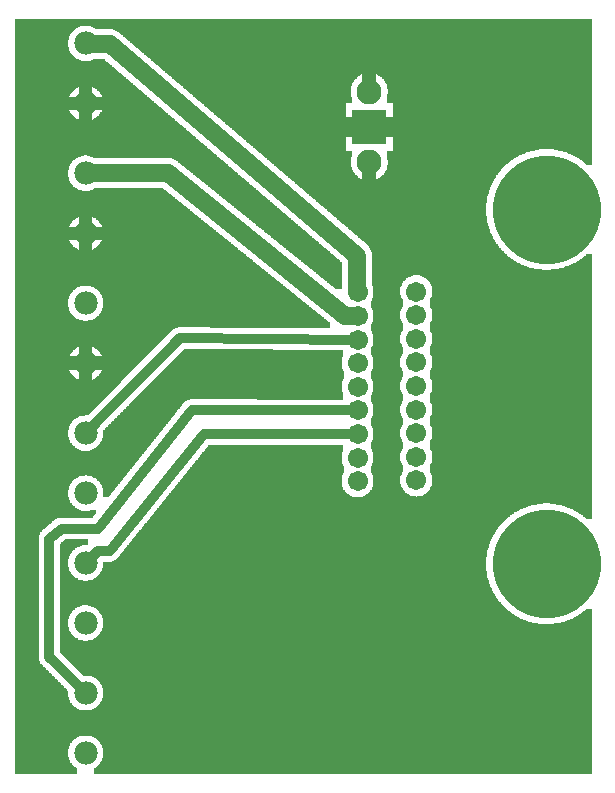
<source format=gtl>
G04 MADE WITH FRITZING*
G04 WWW.FRITZING.ORG*
G04 DOUBLE SIDED*
G04 HOLES PLATED*
G04 CONTOUR ON CENTER OF CONTOUR VECTOR*
%FSLAX26Y26*%
%MOIN*%
%ADD10C,0.075000*%
%ADD11C,0.362204*%
%ADD12C,0.067559*%
%ADD13C,0.083307*%
%ADD14C,0.078000*%
%ADD15R,0.118110X0.118110*%
%ADD16C,0.060000*%
%ADD17C,0.032000*%
%ADD18C,0.000100*%
%G04COPPER1*%
%FSLAX26Y26*%
%MOIN*%
D10*
X518228Y2481151D03*
D11*
X1812860Y1921872D03*
X1812860Y740780D03*
D12*
X1182940Y1646286D03*
X1182940Y1567550D03*
X1182940Y1488810D03*
X1182940Y1410070D03*
X1182940Y1331320D03*
X1182940Y1252580D03*
X1182940Y1173840D03*
X1182940Y1095100D03*
X1182940Y1016360D03*
X1378910Y1649019D03*
X1378910Y1570280D03*
X1378910Y1491540D03*
X1378910Y1412800D03*
X1378910Y1334060D03*
X1378910Y1255320D03*
X1378910Y1176580D03*
X1378910Y1097840D03*
X1378910Y1019100D03*
D13*
X1222310Y2079352D03*
X1222310Y2315574D03*
D14*
X276552Y2042719D03*
X276552Y1842719D03*
X276552Y1609641D03*
X276552Y1409640D03*
X276552Y2475786D03*
X276552Y2275786D03*
X276552Y310430D03*
X276552Y110430D03*
X276552Y1176570D03*
X276552Y976570D03*
X276552Y743500D03*
X276552Y543500D03*
D15*
X1222305Y2197464D03*
D16*
X356349Y2473019D02*
X295541Y2475130D01*
D02*
X1180500Y1769063D02*
X356349Y2473022D01*
D02*
X1182660Y1660062D02*
X1180490Y1769057D01*
D02*
X1169160Y1567940D02*
X1140430Y1568750D01*
D02*
X1140430Y1568740D02*
X550939Y2043770D01*
D02*
X550939Y2043774D02*
X295552Y2042791D01*
D17*
D02*
X289917Y1190080D02*
X591002Y1494340D01*
D02*
X591002Y1494340D02*
X1169160Y1488930D01*
D02*
X356349Y784650D02*
X671128Y1173840D01*
D02*
X289749Y757170D02*
X316287Y784650D01*
D02*
X316287Y784650D02*
X356349Y784650D01*
D02*
X671128Y1173840D02*
X1169160Y1173840D01*
D02*
X156036Y429820D02*
X156036Y824720D01*
D02*
X156036Y824730D02*
X196098Y859060D01*
D02*
X263054Y323800D02*
X156036Y429820D01*
D02*
X196098Y859060D02*
X316286Y859060D01*
D02*
X316286Y859050D02*
X631066Y1253960D01*
D02*
X631066Y1253960D02*
X1169160Y1252620D01*
D18*
G36*
X1802000Y1964430D02*
X1802000Y1962430D01*
X1796000Y1962430D01*
X1796000Y1960430D01*
X1792000Y1960430D01*
X1792000Y1958430D01*
X1788000Y1958430D01*
X1788000Y1956430D01*
X1786000Y1956430D01*
X1786000Y1954430D01*
X1784000Y1954430D01*
X1784000Y1952430D01*
X1782000Y1952430D01*
X1782000Y1950430D01*
X1780000Y1950430D01*
X1780000Y1948430D01*
X1778000Y1948430D01*
X1778000Y1946430D01*
X1776000Y1946430D01*
X1776000Y1942430D01*
X1774000Y1942430D01*
X1774000Y1938430D01*
X1772000Y1938430D01*
X1772000Y1932430D01*
X1770000Y1932430D01*
X1770000Y1912430D01*
X1772000Y1912430D01*
X1772000Y1906430D01*
X1774000Y1906430D01*
X1774000Y1900430D01*
X1776000Y1900430D01*
X1776000Y1898430D01*
X1778000Y1898430D01*
X1778000Y1894430D01*
X1780000Y1894430D01*
X1780000Y1892430D01*
X1782000Y1892430D01*
X1782000Y1890430D01*
X1784000Y1890430D01*
X1784000Y1888430D01*
X1788000Y1888430D01*
X1788000Y1886430D01*
X1790000Y1886430D01*
X1790000Y1884430D01*
X1794000Y1884430D01*
X1794000Y1882430D01*
X1798000Y1882430D01*
X1798000Y1880430D01*
X1828000Y1880430D01*
X1828000Y1882430D01*
X1832000Y1882430D01*
X1832000Y1884430D01*
X1836000Y1884430D01*
X1836000Y1886430D01*
X1838000Y1886430D01*
X1838000Y1888430D01*
X1842000Y1888430D01*
X1842000Y1890430D01*
X1844000Y1890430D01*
X1844000Y1892430D01*
X1846000Y1892430D01*
X1846000Y1896430D01*
X1848000Y1896430D01*
X1848000Y1898430D01*
X1850000Y1898430D01*
X1850000Y1902430D01*
X1852000Y1902430D01*
X1852000Y1906430D01*
X1854000Y1906430D01*
X1854000Y1936430D01*
X1852000Y1936430D01*
X1852000Y1942430D01*
X1850000Y1942430D01*
X1850000Y1944430D01*
X1848000Y1944430D01*
X1848000Y1948430D01*
X1846000Y1948430D01*
X1846000Y1950430D01*
X1844000Y1950430D01*
X1844000Y1952430D01*
X1842000Y1952430D01*
X1842000Y1954430D01*
X1840000Y1954430D01*
X1840000Y1956430D01*
X1836000Y1956430D01*
X1836000Y1958430D01*
X1834000Y1958430D01*
X1834000Y1960430D01*
X1830000Y1960430D01*
X1830000Y1962430D01*
X1824000Y1962430D01*
X1824000Y1964430D01*
X1802000Y1964430D01*
G37*
D02*
G36*
X40000Y2558430D02*
X40000Y2534430D01*
X288000Y2534430D01*
X288000Y2532430D01*
X296000Y2532430D01*
X296000Y2530430D01*
X300000Y2530430D01*
X300000Y2528430D01*
X304000Y2528430D01*
X304000Y2526430D01*
X308000Y2526430D01*
X308000Y2524430D01*
X346000Y2524430D01*
X346000Y2522430D01*
X368000Y2522430D01*
X368000Y2520430D01*
X374000Y2520430D01*
X374000Y2518430D01*
X380000Y2518430D01*
X380000Y2516430D01*
X382000Y2516430D01*
X382000Y2514430D01*
X386000Y2514430D01*
X386000Y2512430D01*
X388000Y2512430D01*
X388000Y2510430D01*
X390000Y2510430D01*
X390000Y2508430D01*
X394000Y2508430D01*
X394000Y2506430D01*
X396000Y2506430D01*
X396000Y2504430D01*
X398000Y2504430D01*
X398000Y2502430D01*
X400000Y2502430D01*
X400000Y2500430D01*
X402000Y2500430D01*
X402000Y2498430D01*
X404000Y2498430D01*
X404000Y2496430D01*
X408000Y2496430D01*
X408000Y2494430D01*
X410000Y2494430D01*
X410000Y2492430D01*
X412000Y2492430D01*
X412000Y2490430D01*
X414000Y2490430D01*
X414000Y2488430D01*
X416000Y2488430D01*
X416000Y2486430D01*
X418000Y2486430D01*
X418000Y2484430D01*
X422000Y2484430D01*
X422000Y2482430D01*
X424000Y2482430D01*
X424000Y2480430D01*
X426000Y2480430D01*
X426000Y2478430D01*
X428000Y2478430D01*
X428000Y2476430D01*
X430000Y2476430D01*
X430000Y2474430D01*
X432000Y2474430D01*
X432000Y2472430D01*
X436000Y2472430D01*
X436000Y2470430D01*
X438000Y2470430D01*
X438000Y2468430D01*
X440000Y2468430D01*
X440000Y2466430D01*
X442000Y2466430D01*
X442000Y2464430D01*
X444000Y2464430D01*
X444000Y2462430D01*
X446000Y2462430D01*
X446000Y2460430D01*
X450000Y2460430D01*
X450000Y2458430D01*
X452000Y2458430D01*
X452000Y2456430D01*
X454000Y2456430D01*
X454000Y2454430D01*
X456000Y2454430D01*
X456000Y2452430D01*
X458000Y2452430D01*
X458000Y2450430D01*
X460000Y2450430D01*
X460000Y2448430D01*
X464000Y2448430D01*
X464000Y2446430D01*
X466000Y2446430D01*
X466000Y2444430D01*
X468000Y2444430D01*
X468000Y2442430D01*
X470000Y2442430D01*
X470000Y2440430D01*
X472000Y2440430D01*
X472000Y2438430D01*
X476000Y2438430D01*
X476000Y2436430D01*
X478000Y2436430D01*
X478000Y2434430D01*
X480000Y2434430D01*
X480000Y2432430D01*
X482000Y2432430D01*
X482000Y2430430D01*
X484000Y2430430D01*
X484000Y2428430D01*
X486000Y2428430D01*
X486000Y2426430D01*
X490000Y2426430D01*
X490000Y2424430D01*
X492000Y2424430D01*
X492000Y2422430D01*
X494000Y2422430D01*
X494000Y2420430D01*
X496000Y2420430D01*
X496000Y2418430D01*
X498000Y2418430D01*
X498000Y2416430D01*
X500000Y2416430D01*
X500000Y2414430D01*
X504000Y2414430D01*
X504000Y2412430D01*
X506000Y2412430D01*
X506000Y2410430D01*
X508000Y2410430D01*
X508000Y2408430D01*
X510000Y2408430D01*
X510000Y2406430D01*
X512000Y2406430D01*
X512000Y2404430D01*
X514000Y2404430D01*
X514000Y2402430D01*
X518000Y2402430D01*
X518000Y2400430D01*
X520000Y2400430D01*
X520000Y2398430D01*
X522000Y2398430D01*
X522000Y2396430D01*
X524000Y2396430D01*
X524000Y2394430D01*
X526000Y2394430D01*
X526000Y2392430D01*
X528000Y2392430D01*
X528000Y2390430D01*
X532000Y2390430D01*
X532000Y2388430D01*
X534000Y2388430D01*
X534000Y2386430D01*
X536000Y2386430D01*
X536000Y2384430D01*
X538000Y2384430D01*
X538000Y2382430D01*
X540000Y2382430D01*
X540000Y2380430D01*
X542000Y2380430D01*
X542000Y2378430D01*
X546000Y2378430D01*
X546000Y2376430D01*
X1236000Y2376430D01*
X1236000Y2374430D01*
X1244000Y2374430D01*
X1244000Y2372430D01*
X1248000Y2372430D01*
X1248000Y2370430D01*
X1252000Y2370430D01*
X1252000Y2368430D01*
X1256000Y2368430D01*
X1256000Y2366430D01*
X1258000Y2366430D01*
X1258000Y2364430D01*
X1260000Y2364430D01*
X1260000Y2362430D01*
X1264000Y2362430D01*
X1264000Y2360430D01*
X1266000Y2360430D01*
X1266000Y2358430D01*
X1268000Y2358430D01*
X1268000Y2356430D01*
X1270000Y2356430D01*
X1270000Y2352430D01*
X1272000Y2352430D01*
X1272000Y2350430D01*
X1274000Y2350430D01*
X1274000Y2346430D01*
X1276000Y2346430D01*
X1276000Y2344430D01*
X1278000Y2344430D01*
X1278000Y2340430D01*
X1280000Y2340430D01*
X1280000Y2334430D01*
X1282000Y2334430D01*
X1282000Y2324430D01*
X1284000Y2324430D01*
X1284000Y2306430D01*
X1282000Y2306430D01*
X1282000Y2296430D01*
X1280000Y2296430D01*
X1280000Y2276430D01*
X1302000Y2276430D01*
X1302000Y2122430D01*
X1838000Y2122430D01*
X1838000Y2120430D01*
X1850000Y2120430D01*
X1850000Y2118430D01*
X1860000Y2118430D01*
X1860000Y2116430D01*
X1868000Y2116430D01*
X1868000Y2114430D01*
X1874000Y2114430D01*
X1874000Y2112430D01*
X1880000Y2112430D01*
X1880000Y2110430D01*
X1884000Y2110430D01*
X1884000Y2108430D01*
X1890000Y2108430D01*
X1890000Y2106430D01*
X1894000Y2106430D01*
X1894000Y2104430D01*
X1898000Y2104430D01*
X1898000Y2102430D01*
X1902000Y2102430D01*
X1902000Y2100430D01*
X1908000Y2100430D01*
X1908000Y2098430D01*
X1910000Y2098430D01*
X1910000Y2096430D01*
X1914000Y2096430D01*
X1914000Y2094430D01*
X1918000Y2094430D01*
X1918000Y2092430D01*
X1920000Y2092430D01*
X1920000Y2090430D01*
X1924000Y2090430D01*
X1924000Y2088430D01*
X1926000Y2088430D01*
X1926000Y2086430D01*
X1930000Y2086430D01*
X1930000Y2084430D01*
X1932000Y2084430D01*
X1932000Y2082430D01*
X1934000Y2082430D01*
X1934000Y2080430D01*
X1938000Y2080430D01*
X1938000Y2078430D01*
X1940000Y2078430D01*
X1940000Y2076430D01*
X1942000Y2076430D01*
X1942000Y2074430D01*
X1944000Y2074430D01*
X1944000Y2072430D01*
X1946000Y2072430D01*
X1946000Y2070430D01*
X1966000Y2070430D01*
X1966000Y2558430D01*
X40000Y2558430D01*
G37*
D02*
G36*
X40000Y2534430D02*
X40000Y2416430D01*
X270000Y2416430D01*
X270000Y2418430D01*
X260000Y2418430D01*
X260000Y2420430D01*
X254000Y2420430D01*
X254000Y2422430D01*
X250000Y2422430D01*
X250000Y2424430D01*
X246000Y2424430D01*
X246000Y2426430D01*
X244000Y2426430D01*
X244000Y2428430D01*
X240000Y2428430D01*
X240000Y2430430D01*
X238000Y2430430D01*
X238000Y2432430D01*
X236000Y2432430D01*
X236000Y2434430D01*
X234000Y2434430D01*
X234000Y2436430D01*
X232000Y2436430D01*
X232000Y2438430D01*
X230000Y2438430D01*
X230000Y2440430D01*
X228000Y2440430D01*
X228000Y2444430D01*
X226000Y2444430D01*
X226000Y2446430D01*
X224000Y2446430D01*
X224000Y2450430D01*
X222000Y2450430D01*
X222000Y2456430D01*
X220000Y2456430D01*
X220000Y2464430D01*
X218000Y2464430D01*
X218000Y2488430D01*
X220000Y2488430D01*
X220000Y2494430D01*
X222000Y2494430D01*
X222000Y2500430D01*
X224000Y2500430D01*
X224000Y2504430D01*
X226000Y2504430D01*
X226000Y2508430D01*
X228000Y2508430D01*
X228000Y2510430D01*
X230000Y2510430D01*
X230000Y2512430D01*
X232000Y2512430D01*
X232000Y2514430D01*
X234000Y2514430D01*
X234000Y2518430D01*
X238000Y2518430D01*
X238000Y2520430D01*
X240000Y2520430D01*
X240000Y2522430D01*
X242000Y2522430D01*
X242000Y2524430D01*
X244000Y2524430D01*
X244000Y2526430D01*
X248000Y2526430D01*
X248000Y2528430D01*
X252000Y2528430D01*
X252000Y2530430D01*
X258000Y2530430D01*
X258000Y2532430D01*
X264000Y2532430D01*
X264000Y2534430D01*
X40000Y2534430D01*
G37*
D02*
G36*
X304000Y2424430D02*
X304000Y2422430D01*
X300000Y2422430D01*
X300000Y2420430D01*
X294000Y2420430D01*
X294000Y2418430D01*
X284000Y2418430D01*
X284000Y2416430D01*
X344000Y2416430D01*
X344000Y2418430D01*
X342000Y2418430D01*
X342000Y2420430D01*
X340000Y2420430D01*
X340000Y2422430D01*
X338000Y2422430D01*
X338000Y2424430D01*
X304000Y2424430D01*
G37*
D02*
G36*
X40000Y2416430D02*
X40000Y2414430D01*
X346000Y2414430D01*
X346000Y2416430D01*
X40000Y2416430D01*
G37*
D02*
G36*
X40000Y2416430D02*
X40000Y2414430D01*
X346000Y2414430D01*
X346000Y2416430D01*
X40000Y2416430D01*
G37*
D02*
G36*
X40000Y2414430D02*
X40000Y2334430D01*
X288000Y2334430D01*
X288000Y2332430D01*
X296000Y2332430D01*
X296000Y2330430D01*
X300000Y2330430D01*
X300000Y2328430D01*
X304000Y2328430D01*
X304000Y2326430D01*
X308000Y2326430D01*
X308000Y2324430D01*
X310000Y2324430D01*
X310000Y2322430D01*
X314000Y2322430D01*
X314000Y2320430D01*
X316000Y2320430D01*
X316000Y2318430D01*
X318000Y2318430D01*
X318000Y2316430D01*
X320000Y2316430D01*
X320000Y2314430D01*
X322000Y2314430D01*
X322000Y2312430D01*
X324000Y2312430D01*
X324000Y2308430D01*
X326000Y2308430D01*
X326000Y2306430D01*
X328000Y2306430D01*
X328000Y2302430D01*
X330000Y2302430D01*
X330000Y2298430D01*
X332000Y2298430D01*
X332000Y2292430D01*
X334000Y2292430D01*
X334000Y2282430D01*
X336000Y2282430D01*
X336000Y2268430D01*
X334000Y2268430D01*
X334000Y2258430D01*
X332000Y2258430D01*
X332000Y2252430D01*
X330000Y2252430D01*
X330000Y2248430D01*
X328000Y2248430D01*
X328000Y2246430D01*
X326000Y2246430D01*
X326000Y2242430D01*
X324000Y2242430D01*
X324000Y2240430D01*
X322000Y2240430D01*
X322000Y2238430D01*
X320000Y2238430D01*
X320000Y2234430D01*
X318000Y2234430D01*
X318000Y2232430D01*
X316000Y2232430D01*
X316000Y2230430D01*
X312000Y2230430D01*
X312000Y2228430D01*
X310000Y2228430D01*
X310000Y2226430D01*
X306000Y2226430D01*
X306000Y2224430D01*
X304000Y2224430D01*
X304000Y2222430D01*
X300000Y2222430D01*
X300000Y2220430D01*
X294000Y2220430D01*
X294000Y2218430D01*
X284000Y2218430D01*
X284000Y2216430D01*
X578000Y2216430D01*
X578000Y2218430D01*
X576000Y2218430D01*
X576000Y2220430D01*
X574000Y2220430D01*
X574000Y2222430D01*
X572000Y2222430D01*
X572000Y2224430D01*
X570000Y2224430D01*
X570000Y2226430D01*
X566000Y2226430D01*
X566000Y2228430D01*
X564000Y2228430D01*
X564000Y2230430D01*
X562000Y2230430D01*
X562000Y2232430D01*
X560000Y2232430D01*
X560000Y2234430D01*
X558000Y2234430D01*
X558000Y2236430D01*
X556000Y2236430D01*
X556000Y2238430D01*
X552000Y2238430D01*
X552000Y2240430D01*
X550000Y2240430D01*
X550000Y2242430D01*
X548000Y2242430D01*
X548000Y2244430D01*
X546000Y2244430D01*
X546000Y2246430D01*
X544000Y2246430D01*
X544000Y2248430D01*
X542000Y2248430D01*
X542000Y2250430D01*
X538000Y2250430D01*
X538000Y2252430D01*
X536000Y2252430D01*
X536000Y2254430D01*
X534000Y2254430D01*
X534000Y2256430D01*
X532000Y2256430D01*
X532000Y2258430D01*
X530000Y2258430D01*
X530000Y2260430D01*
X528000Y2260430D01*
X528000Y2262430D01*
X524000Y2262430D01*
X524000Y2264430D01*
X522000Y2264430D01*
X522000Y2266430D01*
X520000Y2266430D01*
X520000Y2268430D01*
X518000Y2268430D01*
X518000Y2270430D01*
X516000Y2270430D01*
X516000Y2272430D01*
X514000Y2272430D01*
X514000Y2274430D01*
X510000Y2274430D01*
X510000Y2276430D01*
X508000Y2276430D01*
X508000Y2278430D01*
X506000Y2278430D01*
X506000Y2280430D01*
X504000Y2280430D01*
X504000Y2282430D01*
X502000Y2282430D01*
X502000Y2284430D01*
X498000Y2284430D01*
X498000Y2286430D01*
X496000Y2286430D01*
X496000Y2288430D01*
X494000Y2288430D01*
X494000Y2290430D01*
X492000Y2290430D01*
X492000Y2292430D01*
X490000Y2292430D01*
X490000Y2294430D01*
X488000Y2294430D01*
X488000Y2296430D01*
X484000Y2296430D01*
X484000Y2298430D01*
X482000Y2298430D01*
X482000Y2300430D01*
X480000Y2300430D01*
X480000Y2302430D01*
X478000Y2302430D01*
X478000Y2304430D01*
X476000Y2304430D01*
X476000Y2306430D01*
X474000Y2306430D01*
X474000Y2308430D01*
X470000Y2308430D01*
X470000Y2310430D01*
X468000Y2310430D01*
X468000Y2312430D01*
X466000Y2312430D01*
X466000Y2314430D01*
X464000Y2314430D01*
X464000Y2316430D01*
X462000Y2316430D01*
X462000Y2318430D01*
X460000Y2318430D01*
X460000Y2320430D01*
X456000Y2320430D01*
X456000Y2322430D01*
X454000Y2322430D01*
X454000Y2324430D01*
X452000Y2324430D01*
X452000Y2326430D01*
X450000Y2326430D01*
X450000Y2328430D01*
X448000Y2328430D01*
X448000Y2330430D01*
X446000Y2330430D01*
X446000Y2332430D01*
X442000Y2332430D01*
X442000Y2334430D01*
X440000Y2334430D01*
X440000Y2336430D01*
X438000Y2336430D01*
X438000Y2338430D01*
X436000Y2338430D01*
X436000Y2340430D01*
X434000Y2340430D01*
X434000Y2342430D01*
X432000Y2342430D01*
X432000Y2344430D01*
X428000Y2344430D01*
X428000Y2346430D01*
X426000Y2346430D01*
X426000Y2348430D01*
X424000Y2348430D01*
X424000Y2350430D01*
X422000Y2350430D01*
X422000Y2352430D01*
X420000Y2352430D01*
X420000Y2354430D01*
X418000Y2354430D01*
X418000Y2356430D01*
X414000Y2356430D01*
X414000Y2358430D01*
X412000Y2358430D01*
X412000Y2360430D01*
X410000Y2360430D01*
X410000Y2362430D01*
X408000Y2362430D01*
X408000Y2364430D01*
X406000Y2364430D01*
X406000Y2366430D01*
X402000Y2366430D01*
X402000Y2368430D01*
X400000Y2368430D01*
X400000Y2370430D01*
X398000Y2370430D01*
X398000Y2372430D01*
X396000Y2372430D01*
X396000Y2374430D01*
X394000Y2374430D01*
X394000Y2376430D01*
X392000Y2376430D01*
X392000Y2378430D01*
X388000Y2378430D01*
X388000Y2380430D01*
X386000Y2380430D01*
X386000Y2382430D01*
X384000Y2382430D01*
X384000Y2384430D01*
X382000Y2384430D01*
X382000Y2386430D01*
X380000Y2386430D01*
X380000Y2388430D01*
X378000Y2388430D01*
X378000Y2390430D01*
X374000Y2390430D01*
X374000Y2392430D01*
X372000Y2392430D01*
X372000Y2394430D01*
X370000Y2394430D01*
X370000Y2396430D01*
X368000Y2396430D01*
X368000Y2398430D01*
X366000Y2398430D01*
X366000Y2400430D01*
X364000Y2400430D01*
X364000Y2402430D01*
X360000Y2402430D01*
X360000Y2404430D01*
X358000Y2404430D01*
X358000Y2406430D01*
X356000Y2406430D01*
X356000Y2408430D01*
X354000Y2408430D01*
X354000Y2410430D01*
X352000Y2410430D01*
X352000Y2412430D01*
X350000Y2412430D01*
X350000Y2414430D01*
X40000Y2414430D01*
G37*
D02*
G36*
X548000Y2376430D02*
X548000Y2374430D01*
X550000Y2374430D01*
X550000Y2372430D01*
X552000Y2372430D01*
X552000Y2370430D01*
X554000Y2370430D01*
X554000Y2368430D01*
X556000Y2368430D01*
X556000Y2366430D01*
X560000Y2366430D01*
X560000Y2364430D01*
X562000Y2364430D01*
X562000Y2362430D01*
X564000Y2362430D01*
X564000Y2360430D01*
X566000Y2360430D01*
X566000Y2358430D01*
X568000Y2358430D01*
X568000Y2356430D01*
X572000Y2356430D01*
X572000Y2354430D01*
X574000Y2354430D01*
X574000Y2352430D01*
X576000Y2352430D01*
X576000Y2350430D01*
X578000Y2350430D01*
X578000Y2348430D01*
X580000Y2348430D01*
X580000Y2346430D01*
X582000Y2346430D01*
X582000Y2344430D01*
X586000Y2344430D01*
X586000Y2342430D01*
X588000Y2342430D01*
X588000Y2340430D01*
X590000Y2340430D01*
X590000Y2338430D01*
X592000Y2338430D01*
X592000Y2336430D01*
X594000Y2336430D01*
X594000Y2334430D01*
X596000Y2334430D01*
X596000Y2332430D01*
X600000Y2332430D01*
X600000Y2330430D01*
X602000Y2330430D01*
X602000Y2328430D01*
X604000Y2328430D01*
X604000Y2326430D01*
X606000Y2326430D01*
X606000Y2324430D01*
X608000Y2324430D01*
X608000Y2322430D01*
X610000Y2322430D01*
X610000Y2320430D01*
X614000Y2320430D01*
X614000Y2318430D01*
X616000Y2318430D01*
X616000Y2316430D01*
X618000Y2316430D01*
X618000Y2314430D01*
X620000Y2314430D01*
X620000Y2312430D01*
X622000Y2312430D01*
X622000Y2310430D01*
X624000Y2310430D01*
X624000Y2308430D01*
X628000Y2308430D01*
X628000Y2306430D01*
X630000Y2306430D01*
X630000Y2304430D01*
X632000Y2304430D01*
X632000Y2302430D01*
X634000Y2302430D01*
X634000Y2300430D01*
X636000Y2300430D01*
X636000Y2298430D01*
X638000Y2298430D01*
X638000Y2296430D01*
X642000Y2296430D01*
X642000Y2294430D01*
X644000Y2294430D01*
X644000Y2292430D01*
X646000Y2292430D01*
X646000Y2290430D01*
X648000Y2290430D01*
X648000Y2288430D01*
X650000Y2288430D01*
X650000Y2286430D01*
X652000Y2286430D01*
X652000Y2284430D01*
X656000Y2284430D01*
X656000Y2282430D01*
X658000Y2282430D01*
X658000Y2280430D01*
X660000Y2280430D01*
X660000Y2278430D01*
X662000Y2278430D01*
X662000Y2276430D01*
X664000Y2276430D01*
X664000Y2274430D01*
X668000Y2274430D01*
X668000Y2272430D01*
X670000Y2272430D01*
X670000Y2270430D01*
X672000Y2270430D01*
X672000Y2268430D01*
X674000Y2268430D01*
X674000Y2266430D01*
X676000Y2266430D01*
X676000Y2264430D01*
X678000Y2264430D01*
X678000Y2262430D01*
X682000Y2262430D01*
X682000Y2260430D01*
X684000Y2260430D01*
X684000Y2258430D01*
X686000Y2258430D01*
X686000Y2256430D01*
X688000Y2256430D01*
X688000Y2254430D01*
X690000Y2254430D01*
X690000Y2252430D01*
X692000Y2252430D01*
X692000Y2250430D01*
X696000Y2250430D01*
X696000Y2248430D01*
X698000Y2248430D01*
X698000Y2246430D01*
X700000Y2246430D01*
X700000Y2244430D01*
X702000Y2244430D01*
X702000Y2242430D01*
X704000Y2242430D01*
X704000Y2240430D01*
X706000Y2240430D01*
X706000Y2238430D01*
X710000Y2238430D01*
X710000Y2236430D01*
X712000Y2236430D01*
X712000Y2234430D01*
X714000Y2234430D01*
X714000Y2232430D01*
X716000Y2232430D01*
X716000Y2230430D01*
X718000Y2230430D01*
X718000Y2228430D01*
X720000Y2228430D01*
X720000Y2226430D01*
X724000Y2226430D01*
X724000Y2224430D01*
X726000Y2224430D01*
X726000Y2222430D01*
X728000Y2222430D01*
X728000Y2220430D01*
X730000Y2220430D01*
X730000Y2218430D01*
X732000Y2218430D01*
X732000Y2216430D01*
X734000Y2216430D01*
X734000Y2214430D01*
X738000Y2214430D01*
X738000Y2212430D01*
X740000Y2212430D01*
X740000Y2210430D01*
X742000Y2210430D01*
X742000Y2208430D01*
X744000Y2208430D01*
X744000Y2206430D01*
X746000Y2206430D01*
X746000Y2204430D01*
X748000Y2204430D01*
X748000Y2202430D01*
X752000Y2202430D01*
X752000Y2200430D01*
X754000Y2200430D01*
X754000Y2198430D01*
X756000Y2198430D01*
X756000Y2196430D01*
X758000Y2196430D01*
X758000Y2194430D01*
X760000Y2194430D01*
X760000Y2192430D01*
X764000Y2192430D01*
X764000Y2190430D01*
X766000Y2190430D01*
X766000Y2188430D01*
X768000Y2188430D01*
X768000Y2186430D01*
X770000Y2186430D01*
X770000Y2184430D01*
X772000Y2184430D01*
X772000Y2182430D01*
X774000Y2182430D01*
X774000Y2180430D01*
X778000Y2180430D01*
X778000Y2178430D01*
X780000Y2178430D01*
X780000Y2176430D01*
X782000Y2176430D01*
X782000Y2174430D01*
X784000Y2174430D01*
X784000Y2172430D01*
X786000Y2172430D01*
X786000Y2170430D01*
X788000Y2170430D01*
X788000Y2168430D01*
X792000Y2168430D01*
X792000Y2166430D01*
X794000Y2166430D01*
X794000Y2164430D01*
X796000Y2164430D01*
X796000Y2162430D01*
X798000Y2162430D01*
X798000Y2160430D01*
X800000Y2160430D01*
X800000Y2158430D01*
X802000Y2158430D01*
X802000Y2156430D01*
X806000Y2156430D01*
X806000Y2154430D01*
X808000Y2154430D01*
X808000Y2152430D01*
X810000Y2152430D01*
X810000Y2150430D01*
X812000Y2150430D01*
X812000Y2148430D01*
X814000Y2148430D01*
X814000Y2146430D01*
X816000Y2146430D01*
X816000Y2144430D01*
X820000Y2144430D01*
X820000Y2142430D01*
X822000Y2142430D01*
X822000Y2140430D01*
X824000Y2140430D01*
X824000Y2138430D01*
X826000Y2138430D01*
X826000Y2136430D01*
X828000Y2136430D01*
X828000Y2134430D01*
X830000Y2134430D01*
X830000Y2132430D01*
X834000Y2132430D01*
X834000Y2130430D01*
X836000Y2130430D01*
X836000Y2128430D01*
X838000Y2128430D01*
X838000Y2126430D01*
X840000Y2126430D01*
X840000Y2124430D01*
X842000Y2124430D01*
X842000Y2122430D01*
X844000Y2122430D01*
X844000Y2120430D01*
X848000Y2120430D01*
X848000Y2118430D01*
X850000Y2118430D01*
X850000Y2116430D01*
X852000Y2116430D01*
X852000Y2114430D01*
X854000Y2114430D01*
X854000Y2112430D01*
X856000Y2112430D01*
X856000Y2110430D01*
X860000Y2110430D01*
X860000Y2108430D01*
X862000Y2108430D01*
X862000Y2106430D01*
X864000Y2106430D01*
X864000Y2104430D01*
X866000Y2104430D01*
X866000Y2102430D01*
X868000Y2102430D01*
X868000Y2100430D01*
X870000Y2100430D01*
X870000Y2098430D01*
X874000Y2098430D01*
X874000Y2096430D01*
X876000Y2096430D01*
X876000Y2094430D01*
X878000Y2094430D01*
X878000Y2092430D01*
X880000Y2092430D01*
X880000Y2090430D01*
X882000Y2090430D01*
X882000Y2088430D01*
X884000Y2088430D01*
X884000Y2086430D01*
X888000Y2086430D01*
X888000Y2084430D01*
X890000Y2084430D01*
X890000Y2082430D01*
X892000Y2082430D01*
X892000Y2080430D01*
X894000Y2080430D01*
X894000Y2078430D01*
X896000Y2078430D01*
X896000Y2076430D01*
X898000Y2076430D01*
X898000Y2074430D01*
X902000Y2074430D01*
X902000Y2072430D01*
X904000Y2072430D01*
X904000Y2070430D01*
X906000Y2070430D01*
X906000Y2068430D01*
X908000Y2068430D01*
X908000Y2066430D01*
X910000Y2066430D01*
X910000Y2064430D01*
X912000Y2064430D01*
X912000Y2062430D01*
X916000Y2062430D01*
X916000Y2060430D01*
X918000Y2060430D01*
X918000Y2058430D01*
X920000Y2058430D01*
X920000Y2056430D01*
X922000Y2056430D01*
X922000Y2054430D01*
X924000Y2054430D01*
X924000Y2052430D01*
X926000Y2052430D01*
X926000Y2050430D01*
X930000Y2050430D01*
X930000Y2048430D01*
X932000Y2048430D01*
X932000Y2046430D01*
X934000Y2046430D01*
X934000Y2044430D01*
X936000Y2044430D01*
X936000Y2042430D01*
X938000Y2042430D01*
X938000Y2040430D01*
X940000Y2040430D01*
X940000Y2038430D01*
X944000Y2038430D01*
X944000Y2036430D01*
X946000Y2036430D01*
X946000Y2034430D01*
X948000Y2034430D01*
X948000Y2032430D01*
X950000Y2032430D01*
X950000Y2030430D01*
X952000Y2030430D01*
X952000Y2028430D01*
X956000Y2028430D01*
X956000Y2026430D01*
X958000Y2026430D01*
X958000Y2024430D01*
X960000Y2024430D01*
X960000Y2022430D01*
X962000Y2022430D01*
X962000Y2020430D01*
X964000Y2020430D01*
X964000Y2018430D01*
X1208000Y2018430D01*
X1208000Y2020430D01*
X1202000Y2020430D01*
X1202000Y2022430D01*
X1196000Y2022430D01*
X1196000Y2024430D01*
X1192000Y2024430D01*
X1192000Y2026430D01*
X1190000Y2026430D01*
X1190000Y2028430D01*
X1186000Y2028430D01*
X1186000Y2030430D01*
X1184000Y2030430D01*
X1184000Y2032430D01*
X1182000Y2032430D01*
X1182000Y2034430D01*
X1180000Y2034430D01*
X1180000Y2036430D01*
X1178000Y2036430D01*
X1178000Y2038430D01*
X1176000Y2038430D01*
X1176000Y2040430D01*
X1174000Y2040430D01*
X1174000Y2042430D01*
X1172000Y2042430D01*
X1172000Y2046430D01*
X1170000Y2046430D01*
X1170000Y2048430D01*
X1168000Y2048430D01*
X1168000Y2052430D01*
X1166000Y2052430D01*
X1166000Y2056430D01*
X1164000Y2056430D01*
X1164000Y2062430D01*
X1162000Y2062430D01*
X1162000Y2074430D01*
X1160000Y2074430D01*
X1160000Y2084430D01*
X1162000Y2084430D01*
X1162000Y2096430D01*
X1164000Y2096430D01*
X1164000Y2118430D01*
X1144000Y2118430D01*
X1144000Y2276430D01*
X1164000Y2276430D01*
X1164000Y2298430D01*
X1162000Y2298430D01*
X1162000Y2310430D01*
X1160000Y2310430D01*
X1160000Y2320430D01*
X1162000Y2320430D01*
X1162000Y2332430D01*
X1164000Y2332430D01*
X1164000Y2338430D01*
X1166000Y2338430D01*
X1166000Y2342430D01*
X1168000Y2342430D01*
X1168000Y2346430D01*
X1170000Y2346430D01*
X1170000Y2350430D01*
X1172000Y2350430D01*
X1172000Y2352430D01*
X1174000Y2352430D01*
X1174000Y2354430D01*
X1176000Y2354430D01*
X1176000Y2356430D01*
X1178000Y2356430D01*
X1178000Y2358430D01*
X1180000Y2358430D01*
X1180000Y2360430D01*
X1182000Y2360430D01*
X1182000Y2362430D01*
X1184000Y2362430D01*
X1184000Y2364430D01*
X1186000Y2364430D01*
X1186000Y2366430D01*
X1190000Y2366430D01*
X1190000Y2368430D01*
X1192000Y2368430D01*
X1192000Y2370430D01*
X1196000Y2370430D01*
X1196000Y2372430D01*
X1202000Y2372430D01*
X1202000Y2374430D01*
X1208000Y2374430D01*
X1208000Y2376430D01*
X548000Y2376430D01*
G37*
D02*
G36*
X40000Y2334430D02*
X40000Y2216430D01*
X270000Y2216430D01*
X270000Y2218430D01*
X260000Y2218430D01*
X260000Y2220430D01*
X254000Y2220430D01*
X254000Y2222430D01*
X250000Y2222430D01*
X250000Y2224430D01*
X246000Y2224430D01*
X246000Y2226430D01*
X244000Y2226430D01*
X244000Y2228430D01*
X240000Y2228430D01*
X240000Y2230430D01*
X238000Y2230430D01*
X238000Y2232430D01*
X236000Y2232430D01*
X236000Y2234430D01*
X234000Y2234430D01*
X234000Y2236430D01*
X232000Y2236430D01*
X232000Y2238430D01*
X230000Y2238430D01*
X230000Y2240430D01*
X228000Y2240430D01*
X228000Y2244430D01*
X226000Y2244430D01*
X226000Y2246430D01*
X224000Y2246430D01*
X224000Y2250430D01*
X222000Y2250430D01*
X222000Y2256430D01*
X220000Y2256430D01*
X220000Y2264430D01*
X218000Y2264430D01*
X218000Y2288430D01*
X220000Y2288430D01*
X220000Y2294430D01*
X222000Y2294430D01*
X222000Y2300430D01*
X224000Y2300430D01*
X224000Y2304430D01*
X226000Y2304430D01*
X226000Y2308430D01*
X228000Y2308430D01*
X228000Y2310430D01*
X230000Y2310430D01*
X230000Y2312430D01*
X232000Y2312430D01*
X232000Y2314430D01*
X234000Y2314430D01*
X234000Y2318430D01*
X238000Y2318430D01*
X238000Y2320430D01*
X240000Y2320430D01*
X240000Y2322430D01*
X242000Y2322430D01*
X242000Y2324430D01*
X244000Y2324430D01*
X244000Y2326430D01*
X248000Y2326430D01*
X248000Y2328430D01*
X252000Y2328430D01*
X252000Y2330430D01*
X258000Y2330430D01*
X258000Y2332430D01*
X264000Y2332430D01*
X264000Y2334430D01*
X40000Y2334430D01*
G37*
D02*
G36*
X40000Y2216430D02*
X40000Y2214430D01*
X580000Y2214430D01*
X580000Y2216430D01*
X40000Y2216430D01*
G37*
D02*
G36*
X40000Y2216430D02*
X40000Y2214430D01*
X580000Y2214430D01*
X580000Y2216430D01*
X40000Y2216430D01*
G37*
D02*
G36*
X40000Y2214430D02*
X40000Y2102430D01*
X282000Y2102430D01*
X282000Y2100430D01*
X292000Y2100430D01*
X292000Y2098430D01*
X298000Y2098430D01*
X298000Y2096430D01*
X302000Y2096430D01*
X302000Y2094430D01*
X556000Y2094430D01*
X556000Y2092430D01*
X566000Y2092430D01*
X566000Y2090430D01*
X572000Y2090430D01*
X572000Y2088430D01*
X576000Y2088430D01*
X576000Y2086430D01*
X578000Y2086430D01*
X578000Y2084430D01*
X582000Y2084430D01*
X582000Y2082430D01*
X584000Y2082430D01*
X584000Y2080430D01*
X586000Y2080430D01*
X586000Y2078430D01*
X588000Y2078430D01*
X588000Y2076430D01*
X592000Y2076430D01*
X592000Y2074430D01*
X594000Y2074430D01*
X594000Y2072430D01*
X596000Y2072430D01*
X596000Y2070430D01*
X598000Y2070430D01*
X598000Y2068430D01*
X602000Y2068430D01*
X602000Y2066430D01*
X604000Y2066430D01*
X604000Y2064430D01*
X606000Y2064430D01*
X606000Y2062430D01*
X608000Y2062430D01*
X608000Y2060430D01*
X612000Y2060430D01*
X612000Y2058430D01*
X614000Y2058430D01*
X614000Y2056430D01*
X616000Y2056430D01*
X616000Y2054430D01*
X618000Y2054430D01*
X618000Y2052430D01*
X622000Y2052430D01*
X622000Y2050430D01*
X624000Y2050430D01*
X624000Y2048430D01*
X626000Y2048430D01*
X626000Y2046430D01*
X628000Y2046430D01*
X628000Y2044430D01*
X632000Y2044430D01*
X632000Y2042430D01*
X634000Y2042430D01*
X634000Y2040430D01*
X636000Y2040430D01*
X636000Y2038430D01*
X638000Y2038430D01*
X638000Y2036430D01*
X640000Y2036430D01*
X640000Y2034430D01*
X644000Y2034430D01*
X644000Y2032430D01*
X646000Y2032430D01*
X646000Y2030430D01*
X648000Y2030430D01*
X648000Y2028430D01*
X650000Y2028430D01*
X650000Y2026430D01*
X654000Y2026430D01*
X654000Y2024430D01*
X656000Y2024430D01*
X656000Y2022430D01*
X658000Y2022430D01*
X658000Y2020430D01*
X660000Y2020430D01*
X660000Y2018430D01*
X664000Y2018430D01*
X664000Y2016430D01*
X666000Y2016430D01*
X666000Y2014430D01*
X668000Y2014430D01*
X668000Y2012430D01*
X670000Y2012430D01*
X670000Y2010430D01*
X674000Y2010430D01*
X674000Y2008430D01*
X676000Y2008430D01*
X676000Y2006430D01*
X678000Y2006430D01*
X678000Y2004430D01*
X680000Y2004430D01*
X680000Y2002430D01*
X684000Y2002430D01*
X684000Y2000430D01*
X686000Y2000430D01*
X686000Y1998430D01*
X688000Y1998430D01*
X688000Y1996430D01*
X690000Y1996430D01*
X690000Y1994430D01*
X694000Y1994430D01*
X694000Y1992430D01*
X696000Y1992430D01*
X696000Y1990430D01*
X698000Y1990430D01*
X698000Y1988430D01*
X700000Y1988430D01*
X700000Y1986430D01*
X704000Y1986430D01*
X704000Y1984430D01*
X706000Y1984430D01*
X706000Y1982430D01*
X708000Y1982430D01*
X708000Y1980430D01*
X710000Y1980430D01*
X710000Y1978430D01*
X712000Y1978430D01*
X712000Y1976430D01*
X716000Y1976430D01*
X716000Y1974430D01*
X718000Y1974430D01*
X718000Y1972430D01*
X720000Y1972430D01*
X720000Y1970430D01*
X722000Y1970430D01*
X722000Y1968430D01*
X726000Y1968430D01*
X726000Y1966430D01*
X728000Y1966430D01*
X728000Y1964430D01*
X730000Y1964430D01*
X730000Y1962430D01*
X732000Y1962430D01*
X732000Y1960430D01*
X736000Y1960430D01*
X736000Y1958430D01*
X738000Y1958430D01*
X738000Y1956430D01*
X740000Y1956430D01*
X740000Y1954430D01*
X742000Y1954430D01*
X742000Y1952430D01*
X746000Y1952430D01*
X746000Y1950430D01*
X748000Y1950430D01*
X748000Y1948430D01*
X750000Y1948430D01*
X750000Y1946430D01*
X752000Y1946430D01*
X752000Y1944430D01*
X756000Y1944430D01*
X756000Y1942430D01*
X758000Y1942430D01*
X758000Y1940430D01*
X760000Y1940430D01*
X760000Y1938430D01*
X762000Y1938430D01*
X762000Y1936430D01*
X766000Y1936430D01*
X766000Y1934430D01*
X768000Y1934430D01*
X768000Y1932430D01*
X770000Y1932430D01*
X770000Y1930430D01*
X772000Y1930430D01*
X772000Y1928430D01*
X776000Y1928430D01*
X776000Y1926430D01*
X778000Y1926430D01*
X778000Y1924430D01*
X780000Y1924430D01*
X780000Y1922430D01*
X782000Y1922430D01*
X782000Y1920430D01*
X784000Y1920430D01*
X784000Y1918430D01*
X788000Y1918430D01*
X788000Y1916430D01*
X790000Y1916430D01*
X790000Y1914430D01*
X792000Y1914430D01*
X792000Y1912430D01*
X794000Y1912430D01*
X794000Y1910430D01*
X798000Y1910430D01*
X798000Y1908430D01*
X800000Y1908430D01*
X800000Y1906430D01*
X802000Y1906430D01*
X802000Y1904430D01*
X804000Y1904430D01*
X804000Y1902430D01*
X808000Y1902430D01*
X808000Y1900430D01*
X810000Y1900430D01*
X810000Y1898430D01*
X812000Y1898430D01*
X812000Y1896430D01*
X814000Y1896430D01*
X814000Y1894430D01*
X818000Y1894430D01*
X818000Y1892430D01*
X820000Y1892430D01*
X820000Y1890430D01*
X822000Y1890430D01*
X822000Y1888430D01*
X824000Y1888430D01*
X824000Y1886430D01*
X828000Y1886430D01*
X828000Y1884430D01*
X830000Y1884430D01*
X830000Y1882430D01*
X832000Y1882430D01*
X832000Y1880430D01*
X834000Y1880430D01*
X834000Y1878430D01*
X838000Y1878430D01*
X838000Y1876430D01*
X840000Y1876430D01*
X840000Y1874430D01*
X842000Y1874430D01*
X842000Y1872430D01*
X844000Y1872430D01*
X844000Y1870430D01*
X846000Y1870430D01*
X846000Y1868430D01*
X850000Y1868430D01*
X850000Y1866430D01*
X852000Y1866430D01*
X852000Y1864430D01*
X854000Y1864430D01*
X854000Y1862430D01*
X856000Y1862430D01*
X856000Y1860430D01*
X860000Y1860430D01*
X860000Y1858430D01*
X862000Y1858430D01*
X862000Y1856430D01*
X864000Y1856430D01*
X864000Y1854430D01*
X866000Y1854430D01*
X866000Y1852430D01*
X870000Y1852430D01*
X870000Y1850430D01*
X872000Y1850430D01*
X872000Y1848430D01*
X874000Y1848430D01*
X874000Y1846430D01*
X876000Y1846430D01*
X876000Y1844430D01*
X880000Y1844430D01*
X880000Y1842430D01*
X882000Y1842430D01*
X882000Y1840430D01*
X884000Y1840430D01*
X884000Y1838430D01*
X886000Y1838430D01*
X886000Y1836430D01*
X890000Y1836430D01*
X890000Y1834430D01*
X892000Y1834430D01*
X892000Y1832430D01*
X894000Y1832430D01*
X894000Y1830430D01*
X896000Y1830430D01*
X896000Y1828430D01*
X900000Y1828430D01*
X900000Y1826430D01*
X902000Y1826430D01*
X902000Y1824430D01*
X904000Y1824430D01*
X904000Y1822430D01*
X906000Y1822430D01*
X906000Y1820430D01*
X910000Y1820430D01*
X910000Y1818430D01*
X912000Y1818430D01*
X912000Y1816430D01*
X914000Y1816430D01*
X914000Y1814430D01*
X916000Y1814430D01*
X916000Y1812430D01*
X918000Y1812430D01*
X918000Y1810430D01*
X922000Y1810430D01*
X922000Y1808430D01*
X924000Y1808430D01*
X924000Y1806430D01*
X926000Y1806430D01*
X926000Y1804430D01*
X928000Y1804430D01*
X928000Y1802430D01*
X932000Y1802430D01*
X932000Y1800430D01*
X934000Y1800430D01*
X934000Y1798430D01*
X936000Y1798430D01*
X936000Y1796430D01*
X938000Y1796430D01*
X938000Y1794430D01*
X942000Y1794430D01*
X942000Y1792430D01*
X944000Y1792430D01*
X944000Y1790430D01*
X946000Y1790430D01*
X946000Y1788430D01*
X948000Y1788430D01*
X948000Y1786430D01*
X952000Y1786430D01*
X952000Y1784430D01*
X954000Y1784430D01*
X954000Y1782430D01*
X956000Y1782430D01*
X956000Y1780430D01*
X958000Y1780430D01*
X958000Y1778430D01*
X962000Y1778430D01*
X962000Y1776430D01*
X964000Y1776430D01*
X964000Y1774430D01*
X966000Y1774430D01*
X966000Y1772430D01*
X968000Y1772430D01*
X968000Y1770430D01*
X972000Y1770430D01*
X972000Y1768430D01*
X974000Y1768430D01*
X974000Y1766430D01*
X976000Y1766430D01*
X976000Y1764430D01*
X978000Y1764430D01*
X978000Y1762430D01*
X982000Y1762430D01*
X982000Y1760430D01*
X984000Y1760430D01*
X984000Y1758430D01*
X986000Y1758430D01*
X986000Y1756430D01*
X988000Y1756430D01*
X988000Y1754430D01*
X990000Y1754430D01*
X990000Y1752430D01*
X994000Y1752430D01*
X994000Y1750430D01*
X996000Y1750430D01*
X996000Y1748430D01*
X998000Y1748430D01*
X998000Y1746430D01*
X1000000Y1746430D01*
X1000000Y1744430D01*
X1004000Y1744430D01*
X1004000Y1742430D01*
X1006000Y1742430D01*
X1006000Y1740430D01*
X1008000Y1740430D01*
X1008000Y1738430D01*
X1010000Y1738430D01*
X1010000Y1736430D01*
X1014000Y1736430D01*
X1014000Y1734430D01*
X1016000Y1734430D01*
X1016000Y1732430D01*
X1018000Y1732430D01*
X1018000Y1730430D01*
X1020000Y1730430D01*
X1020000Y1728430D01*
X1024000Y1728430D01*
X1024000Y1726430D01*
X1026000Y1726430D01*
X1026000Y1724430D01*
X1028000Y1724430D01*
X1028000Y1722430D01*
X1030000Y1722430D01*
X1030000Y1720430D01*
X1034000Y1720430D01*
X1034000Y1718430D01*
X1036000Y1718430D01*
X1036000Y1716430D01*
X1038000Y1716430D01*
X1038000Y1714430D01*
X1040000Y1714430D01*
X1040000Y1712430D01*
X1044000Y1712430D01*
X1044000Y1710430D01*
X1046000Y1710430D01*
X1046000Y1708430D01*
X1048000Y1708430D01*
X1048000Y1706430D01*
X1050000Y1706430D01*
X1050000Y1704430D01*
X1052000Y1704430D01*
X1052000Y1702430D01*
X1056000Y1702430D01*
X1056000Y1700430D01*
X1058000Y1700430D01*
X1058000Y1698430D01*
X1060000Y1698430D01*
X1060000Y1696430D01*
X1062000Y1696430D01*
X1062000Y1694430D01*
X1066000Y1694430D01*
X1066000Y1692430D01*
X1068000Y1692430D01*
X1068000Y1690430D01*
X1070000Y1690430D01*
X1070000Y1688430D01*
X1072000Y1688430D01*
X1072000Y1686430D01*
X1076000Y1686430D01*
X1076000Y1684430D01*
X1078000Y1684430D01*
X1078000Y1682430D01*
X1080000Y1682430D01*
X1080000Y1680430D01*
X1082000Y1680430D01*
X1082000Y1678430D01*
X1086000Y1678430D01*
X1086000Y1676430D01*
X1088000Y1676430D01*
X1088000Y1674430D01*
X1090000Y1674430D01*
X1090000Y1672430D01*
X1092000Y1672430D01*
X1092000Y1670430D01*
X1096000Y1670430D01*
X1096000Y1668430D01*
X1098000Y1668430D01*
X1098000Y1666430D01*
X1100000Y1666430D01*
X1100000Y1664430D01*
X1102000Y1664430D01*
X1102000Y1662430D01*
X1106000Y1662430D01*
X1106000Y1660430D01*
X1108000Y1660430D01*
X1108000Y1658430D01*
X1110000Y1658430D01*
X1110000Y1656430D01*
X1130000Y1656430D01*
X1130000Y1660430D01*
X1132000Y1660430D01*
X1132000Y1742430D01*
X1130000Y1742430D01*
X1130000Y1746430D01*
X1128000Y1746430D01*
X1128000Y1748430D01*
X1126000Y1748430D01*
X1126000Y1750430D01*
X1124000Y1750430D01*
X1124000Y1752430D01*
X1122000Y1752430D01*
X1122000Y1754430D01*
X1120000Y1754430D01*
X1120000Y1756430D01*
X1118000Y1756430D01*
X1118000Y1758430D01*
X1114000Y1758430D01*
X1114000Y1760430D01*
X1112000Y1760430D01*
X1112000Y1762430D01*
X1110000Y1762430D01*
X1110000Y1764430D01*
X1108000Y1764430D01*
X1108000Y1766430D01*
X1106000Y1766430D01*
X1106000Y1768430D01*
X1104000Y1768430D01*
X1104000Y1770430D01*
X1100000Y1770430D01*
X1100000Y1772430D01*
X1098000Y1772430D01*
X1098000Y1774430D01*
X1096000Y1774430D01*
X1096000Y1776430D01*
X1094000Y1776430D01*
X1094000Y1778430D01*
X1092000Y1778430D01*
X1092000Y1780430D01*
X1090000Y1780430D01*
X1090000Y1782430D01*
X1086000Y1782430D01*
X1086000Y1784430D01*
X1084000Y1784430D01*
X1084000Y1786430D01*
X1082000Y1786430D01*
X1082000Y1788430D01*
X1080000Y1788430D01*
X1080000Y1790430D01*
X1078000Y1790430D01*
X1078000Y1792430D01*
X1074000Y1792430D01*
X1074000Y1794430D01*
X1072000Y1794430D01*
X1072000Y1796430D01*
X1070000Y1796430D01*
X1070000Y1798430D01*
X1068000Y1798430D01*
X1068000Y1800430D01*
X1066000Y1800430D01*
X1066000Y1802430D01*
X1064000Y1802430D01*
X1064000Y1804430D01*
X1060000Y1804430D01*
X1060000Y1806430D01*
X1058000Y1806430D01*
X1058000Y1808430D01*
X1056000Y1808430D01*
X1056000Y1810430D01*
X1054000Y1810430D01*
X1054000Y1812430D01*
X1052000Y1812430D01*
X1052000Y1814430D01*
X1050000Y1814430D01*
X1050000Y1816430D01*
X1046000Y1816430D01*
X1046000Y1818430D01*
X1044000Y1818430D01*
X1044000Y1820430D01*
X1042000Y1820430D01*
X1042000Y1822430D01*
X1040000Y1822430D01*
X1040000Y1824430D01*
X1038000Y1824430D01*
X1038000Y1826430D01*
X1036000Y1826430D01*
X1036000Y1828430D01*
X1032000Y1828430D01*
X1032000Y1830430D01*
X1030000Y1830430D01*
X1030000Y1832430D01*
X1028000Y1832430D01*
X1028000Y1834430D01*
X1026000Y1834430D01*
X1026000Y1836430D01*
X1024000Y1836430D01*
X1024000Y1838430D01*
X1022000Y1838430D01*
X1022000Y1840430D01*
X1018000Y1840430D01*
X1018000Y1842430D01*
X1016000Y1842430D01*
X1016000Y1844430D01*
X1014000Y1844430D01*
X1014000Y1846430D01*
X1012000Y1846430D01*
X1012000Y1848430D01*
X1010000Y1848430D01*
X1010000Y1850430D01*
X1008000Y1850430D01*
X1008000Y1852430D01*
X1004000Y1852430D01*
X1004000Y1854430D01*
X1002000Y1854430D01*
X1002000Y1856430D01*
X1000000Y1856430D01*
X1000000Y1858430D01*
X998000Y1858430D01*
X998000Y1860430D01*
X996000Y1860430D01*
X996000Y1862430D01*
X994000Y1862430D01*
X994000Y1864430D01*
X990000Y1864430D01*
X990000Y1866430D01*
X988000Y1866430D01*
X988000Y1868430D01*
X986000Y1868430D01*
X986000Y1870430D01*
X984000Y1870430D01*
X984000Y1872430D01*
X982000Y1872430D01*
X982000Y1874430D01*
X978000Y1874430D01*
X978000Y1876430D01*
X976000Y1876430D01*
X976000Y1878430D01*
X974000Y1878430D01*
X974000Y1880430D01*
X972000Y1880430D01*
X972000Y1882430D01*
X970000Y1882430D01*
X970000Y1884430D01*
X968000Y1884430D01*
X968000Y1886430D01*
X964000Y1886430D01*
X964000Y1888430D01*
X962000Y1888430D01*
X962000Y1890430D01*
X960000Y1890430D01*
X960000Y1892430D01*
X958000Y1892430D01*
X958000Y1894430D01*
X956000Y1894430D01*
X956000Y1896430D01*
X954000Y1896430D01*
X954000Y1898430D01*
X950000Y1898430D01*
X950000Y1900430D01*
X948000Y1900430D01*
X948000Y1902430D01*
X946000Y1902430D01*
X946000Y1904430D01*
X944000Y1904430D01*
X944000Y1906430D01*
X942000Y1906430D01*
X942000Y1908430D01*
X940000Y1908430D01*
X940000Y1910430D01*
X936000Y1910430D01*
X936000Y1912430D01*
X934000Y1912430D01*
X934000Y1914430D01*
X932000Y1914430D01*
X932000Y1916430D01*
X930000Y1916430D01*
X930000Y1918430D01*
X928000Y1918430D01*
X928000Y1920430D01*
X926000Y1920430D01*
X926000Y1922430D01*
X922000Y1922430D01*
X922000Y1924430D01*
X920000Y1924430D01*
X920000Y1926430D01*
X918000Y1926430D01*
X918000Y1928430D01*
X916000Y1928430D01*
X916000Y1930430D01*
X914000Y1930430D01*
X914000Y1932430D01*
X912000Y1932430D01*
X912000Y1934430D01*
X908000Y1934430D01*
X908000Y1936430D01*
X906000Y1936430D01*
X906000Y1938430D01*
X904000Y1938430D01*
X904000Y1940430D01*
X902000Y1940430D01*
X902000Y1942430D01*
X900000Y1942430D01*
X900000Y1944430D01*
X898000Y1944430D01*
X898000Y1946430D01*
X894000Y1946430D01*
X894000Y1948430D01*
X892000Y1948430D01*
X892000Y1950430D01*
X890000Y1950430D01*
X890000Y1952430D01*
X888000Y1952430D01*
X888000Y1954430D01*
X886000Y1954430D01*
X886000Y1956430D01*
X882000Y1956430D01*
X882000Y1958430D01*
X880000Y1958430D01*
X880000Y1960430D01*
X878000Y1960430D01*
X878000Y1962430D01*
X876000Y1962430D01*
X876000Y1964430D01*
X874000Y1964430D01*
X874000Y1966430D01*
X872000Y1966430D01*
X872000Y1968430D01*
X868000Y1968430D01*
X868000Y1970430D01*
X866000Y1970430D01*
X866000Y1972430D01*
X864000Y1972430D01*
X864000Y1974430D01*
X862000Y1974430D01*
X862000Y1976430D01*
X860000Y1976430D01*
X860000Y1978430D01*
X858000Y1978430D01*
X858000Y1980430D01*
X854000Y1980430D01*
X854000Y1982430D01*
X852000Y1982430D01*
X852000Y1984430D01*
X850000Y1984430D01*
X850000Y1986430D01*
X848000Y1986430D01*
X848000Y1988430D01*
X846000Y1988430D01*
X846000Y1990430D01*
X844000Y1990430D01*
X844000Y1992430D01*
X840000Y1992430D01*
X840000Y1994430D01*
X838000Y1994430D01*
X838000Y1996430D01*
X836000Y1996430D01*
X836000Y1998430D01*
X834000Y1998430D01*
X834000Y2000430D01*
X832000Y2000430D01*
X832000Y2002430D01*
X830000Y2002430D01*
X830000Y2004430D01*
X826000Y2004430D01*
X826000Y2006430D01*
X824000Y2006430D01*
X824000Y2008430D01*
X822000Y2008430D01*
X822000Y2010430D01*
X820000Y2010430D01*
X820000Y2012430D01*
X818000Y2012430D01*
X818000Y2014430D01*
X816000Y2014430D01*
X816000Y2016430D01*
X812000Y2016430D01*
X812000Y2018430D01*
X810000Y2018430D01*
X810000Y2020430D01*
X808000Y2020430D01*
X808000Y2022430D01*
X806000Y2022430D01*
X806000Y2024430D01*
X804000Y2024430D01*
X804000Y2026430D01*
X802000Y2026430D01*
X802000Y2028430D01*
X798000Y2028430D01*
X798000Y2030430D01*
X796000Y2030430D01*
X796000Y2032430D01*
X794000Y2032430D01*
X794000Y2034430D01*
X792000Y2034430D01*
X792000Y2036430D01*
X790000Y2036430D01*
X790000Y2038430D01*
X786000Y2038430D01*
X786000Y2040430D01*
X784000Y2040430D01*
X784000Y2042430D01*
X782000Y2042430D01*
X782000Y2044430D01*
X780000Y2044430D01*
X780000Y2046430D01*
X778000Y2046430D01*
X778000Y2048430D01*
X776000Y2048430D01*
X776000Y2050430D01*
X772000Y2050430D01*
X772000Y2052430D01*
X770000Y2052430D01*
X770000Y2054430D01*
X768000Y2054430D01*
X768000Y2056430D01*
X766000Y2056430D01*
X766000Y2058430D01*
X764000Y2058430D01*
X764000Y2060430D01*
X762000Y2060430D01*
X762000Y2062430D01*
X758000Y2062430D01*
X758000Y2064430D01*
X756000Y2064430D01*
X756000Y2066430D01*
X754000Y2066430D01*
X754000Y2068430D01*
X752000Y2068430D01*
X752000Y2070430D01*
X750000Y2070430D01*
X750000Y2072430D01*
X748000Y2072430D01*
X748000Y2074430D01*
X744000Y2074430D01*
X744000Y2076430D01*
X742000Y2076430D01*
X742000Y2078430D01*
X740000Y2078430D01*
X740000Y2080430D01*
X738000Y2080430D01*
X738000Y2082430D01*
X736000Y2082430D01*
X736000Y2084430D01*
X734000Y2084430D01*
X734000Y2086430D01*
X730000Y2086430D01*
X730000Y2088430D01*
X728000Y2088430D01*
X728000Y2090430D01*
X726000Y2090430D01*
X726000Y2092430D01*
X724000Y2092430D01*
X724000Y2094430D01*
X722000Y2094430D01*
X722000Y2096430D01*
X720000Y2096430D01*
X720000Y2098430D01*
X716000Y2098430D01*
X716000Y2100430D01*
X714000Y2100430D01*
X714000Y2102430D01*
X712000Y2102430D01*
X712000Y2104430D01*
X710000Y2104430D01*
X710000Y2106430D01*
X708000Y2106430D01*
X708000Y2108430D01*
X706000Y2108430D01*
X706000Y2110430D01*
X702000Y2110430D01*
X702000Y2112430D01*
X700000Y2112430D01*
X700000Y2114430D01*
X698000Y2114430D01*
X698000Y2116430D01*
X696000Y2116430D01*
X696000Y2118430D01*
X694000Y2118430D01*
X694000Y2120430D01*
X690000Y2120430D01*
X690000Y2122430D01*
X688000Y2122430D01*
X688000Y2124430D01*
X686000Y2124430D01*
X686000Y2126430D01*
X684000Y2126430D01*
X684000Y2128430D01*
X682000Y2128430D01*
X682000Y2130430D01*
X680000Y2130430D01*
X680000Y2132430D01*
X676000Y2132430D01*
X676000Y2134430D01*
X674000Y2134430D01*
X674000Y2136430D01*
X672000Y2136430D01*
X672000Y2138430D01*
X670000Y2138430D01*
X670000Y2140430D01*
X668000Y2140430D01*
X668000Y2142430D01*
X666000Y2142430D01*
X666000Y2144430D01*
X662000Y2144430D01*
X662000Y2146430D01*
X660000Y2146430D01*
X660000Y2148430D01*
X658000Y2148430D01*
X658000Y2150430D01*
X656000Y2150430D01*
X656000Y2152430D01*
X654000Y2152430D01*
X654000Y2154430D01*
X652000Y2154430D01*
X652000Y2156430D01*
X648000Y2156430D01*
X648000Y2158430D01*
X646000Y2158430D01*
X646000Y2160430D01*
X644000Y2160430D01*
X644000Y2162430D01*
X642000Y2162430D01*
X642000Y2164430D01*
X640000Y2164430D01*
X640000Y2166430D01*
X638000Y2166430D01*
X638000Y2168430D01*
X634000Y2168430D01*
X634000Y2170430D01*
X632000Y2170430D01*
X632000Y2172430D01*
X630000Y2172430D01*
X630000Y2174430D01*
X628000Y2174430D01*
X628000Y2176430D01*
X626000Y2176430D01*
X626000Y2178430D01*
X624000Y2178430D01*
X624000Y2180430D01*
X620000Y2180430D01*
X620000Y2182430D01*
X618000Y2182430D01*
X618000Y2184430D01*
X616000Y2184430D01*
X616000Y2186430D01*
X614000Y2186430D01*
X614000Y2188430D01*
X612000Y2188430D01*
X612000Y2190430D01*
X610000Y2190430D01*
X610000Y2192430D01*
X606000Y2192430D01*
X606000Y2194430D01*
X604000Y2194430D01*
X604000Y2196430D01*
X602000Y2196430D01*
X602000Y2198430D01*
X600000Y2198430D01*
X600000Y2200430D01*
X598000Y2200430D01*
X598000Y2202430D01*
X594000Y2202430D01*
X594000Y2204430D01*
X592000Y2204430D01*
X592000Y2206430D01*
X590000Y2206430D01*
X590000Y2208430D01*
X588000Y2208430D01*
X588000Y2210430D01*
X586000Y2210430D01*
X586000Y2212430D01*
X584000Y2212430D01*
X584000Y2214430D01*
X40000Y2214430D01*
G37*
D02*
G36*
X1302000Y2122430D02*
X1302000Y2118430D01*
X1280000Y2118430D01*
X1280000Y2098430D01*
X1282000Y2098430D01*
X1282000Y2088430D01*
X1284000Y2088430D01*
X1284000Y2070430D01*
X1282000Y2070430D01*
X1282000Y2060430D01*
X1280000Y2060430D01*
X1280000Y2054430D01*
X1278000Y2054430D01*
X1278000Y2050430D01*
X1276000Y2050430D01*
X1276000Y2048430D01*
X1274000Y2048430D01*
X1274000Y2044430D01*
X1272000Y2044430D01*
X1272000Y2042430D01*
X1270000Y2042430D01*
X1270000Y2038430D01*
X1268000Y2038430D01*
X1268000Y2036430D01*
X1266000Y2036430D01*
X1266000Y2034430D01*
X1264000Y2034430D01*
X1264000Y2032430D01*
X1260000Y2032430D01*
X1260000Y2030430D01*
X1258000Y2030430D01*
X1258000Y2028430D01*
X1256000Y2028430D01*
X1256000Y2026430D01*
X1252000Y2026430D01*
X1252000Y2024430D01*
X1248000Y2024430D01*
X1248000Y2022430D01*
X1244000Y2022430D01*
X1244000Y2020430D01*
X1236000Y2020430D01*
X1236000Y2018430D01*
X1638000Y2018430D01*
X1638000Y2022430D01*
X1640000Y2022430D01*
X1640000Y2026430D01*
X1642000Y2026430D01*
X1642000Y2028430D01*
X1644000Y2028430D01*
X1644000Y2032430D01*
X1646000Y2032430D01*
X1646000Y2036430D01*
X1648000Y2036430D01*
X1648000Y2038430D01*
X1650000Y2038430D01*
X1650000Y2040430D01*
X1652000Y2040430D01*
X1652000Y2044430D01*
X1654000Y2044430D01*
X1654000Y2046430D01*
X1656000Y2046430D01*
X1656000Y2048430D01*
X1658000Y2048430D01*
X1658000Y2050430D01*
X1660000Y2050430D01*
X1660000Y2052430D01*
X1662000Y2052430D01*
X1662000Y2056430D01*
X1664000Y2056430D01*
X1664000Y2058430D01*
X1666000Y2058430D01*
X1666000Y2060430D01*
X1668000Y2060430D01*
X1668000Y2062430D01*
X1670000Y2062430D01*
X1670000Y2064430D01*
X1672000Y2064430D01*
X1672000Y2066430D01*
X1674000Y2066430D01*
X1674000Y2068430D01*
X1676000Y2068430D01*
X1676000Y2070430D01*
X1678000Y2070430D01*
X1678000Y2072430D01*
X1682000Y2072430D01*
X1682000Y2074430D01*
X1684000Y2074430D01*
X1684000Y2076430D01*
X1686000Y2076430D01*
X1686000Y2078430D01*
X1688000Y2078430D01*
X1688000Y2080430D01*
X1690000Y2080430D01*
X1690000Y2082430D01*
X1694000Y2082430D01*
X1694000Y2084430D01*
X1696000Y2084430D01*
X1696000Y2086430D01*
X1698000Y2086430D01*
X1698000Y2088430D01*
X1702000Y2088430D01*
X1702000Y2090430D01*
X1706000Y2090430D01*
X1706000Y2092430D01*
X1708000Y2092430D01*
X1708000Y2094430D01*
X1712000Y2094430D01*
X1712000Y2096430D01*
X1716000Y2096430D01*
X1716000Y2098430D01*
X1718000Y2098430D01*
X1718000Y2100430D01*
X1722000Y2100430D01*
X1722000Y2102430D01*
X1726000Y2102430D01*
X1726000Y2104430D01*
X1732000Y2104430D01*
X1732000Y2106430D01*
X1736000Y2106430D01*
X1736000Y2108430D01*
X1740000Y2108430D01*
X1740000Y2110430D01*
X1746000Y2110430D01*
X1746000Y2112430D01*
X1752000Y2112430D01*
X1752000Y2114430D01*
X1758000Y2114430D01*
X1758000Y2116430D01*
X1766000Y2116430D01*
X1766000Y2118430D01*
X1776000Y2118430D01*
X1776000Y2120430D01*
X1788000Y2120430D01*
X1788000Y2122430D01*
X1302000Y2122430D01*
G37*
D02*
G36*
X40000Y2102430D02*
X40000Y1984430D01*
X264000Y1984430D01*
X264000Y1986430D01*
X256000Y1986430D01*
X256000Y1988430D01*
X252000Y1988430D01*
X252000Y1990430D01*
X248000Y1990430D01*
X248000Y1992430D01*
X244000Y1992430D01*
X244000Y1994430D01*
X242000Y1994430D01*
X242000Y1996430D01*
X240000Y1996430D01*
X240000Y1998430D01*
X236000Y1998430D01*
X236000Y2000430D01*
X234000Y2000430D01*
X234000Y2002430D01*
X232000Y2002430D01*
X232000Y2006430D01*
X230000Y2006430D01*
X230000Y2008430D01*
X228000Y2008430D01*
X228000Y2010430D01*
X226000Y2010430D01*
X226000Y2014430D01*
X224000Y2014430D01*
X224000Y2018430D01*
X222000Y2018430D01*
X222000Y2022430D01*
X220000Y2022430D01*
X220000Y2030430D01*
X218000Y2030430D01*
X218000Y2054430D01*
X220000Y2054430D01*
X220000Y2062430D01*
X222000Y2062430D01*
X222000Y2066430D01*
X224000Y2066430D01*
X224000Y2070430D01*
X226000Y2070430D01*
X226000Y2074430D01*
X228000Y2074430D01*
X228000Y2076430D01*
X230000Y2076430D01*
X230000Y2080430D01*
X232000Y2080430D01*
X232000Y2082430D01*
X234000Y2082430D01*
X234000Y2084430D01*
X236000Y2084430D01*
X236000Y2086430D01*
X238000Y2086430D01*
X238000Y2088430D01*
X242000Y2088430D01*
X242000Y2090430D01*
X244000Y2090430D01*
X244000Y2092430D01*
X246000Y2092430D01*
X246000Y2094430D01*
X250000Y2094430D01*
X250000Y2096430D01*
X254000Y2096430D01*
X254000Y2098430D01*
X260000Y2098430D01*
X260000Y2100430D01*
X272000Y2100430D01*
X272000Y2102430D01*
X40000Y2102430D01*
G37*
D02*
G36*
X306000Y2094430D02*
X306000Y2092430D01*
X458000Y2092430D01*
X458000Y2094430D01*
X306000Y2094430D01*
G37*
D02*
G36*
X966000Y2018430D02*
X966000Y2016430D01*
X1636000Y2016430D01*
X1636000Y2018430D01*
X966000Y2018430D01*
G37*
D02*
G36*
X966000Y2018430D02*
X966000Y2016430D01*
X1636000Y2016430D01*
X1636000Y2018430D01*
X966000Y2018430D01*
G37*
D02*
G36*
X970000Y2016430D02*
X970000Y2014430D01*
X972000Y2014430D01*
X972000Y2012430D01*
X974000Y2012430D01*
X974000Y2010430D01*
X976000Y2010430D01*
X976000Y2008430D01*
X978000Y2008430D01*
X978000Y2006430D01*
X980000Y2006430D01*
X980000Y2004430D01*
X984000Y2004430D01*
X984000Y2002430D01*
X986000Y2002430D01*
X986000Y2000430D01*
X988000Y2000430D01*
X988000Y1998430D01*
X990000Y1998430D01*
X990000Y1996430D01*
X992000Y1996430D01*
X992000Y1994430D01*
X994000Y1994430D01*
X994000Y1992430D01*
X998000Y1992430D01*
X998000Y1990430D01*
X1000000Y1990430D01*
X1000000Y1988430D01*
X1002000Y1988430D01*
X1002000Y1986430D01*
X1004000Y1986430D01*
X1004000Y1984430D01*
X1006000Y1984430D01*
X1006000Y1982430D01*
X1008000Y1982430D01*
X1008000Y1980430D01*
X1012000Y1980430D01*
X1012000Y1978430D01*
X1014000Y1978430D01*
X1014000Y1976430D01*
X1016000Y1976430D01*
X1016000Y1974430D01*
X1018000Y1974430D01*
X1018000Y1972430D01*
X1020000Y1972430D01*
X1020000Y1970430D01*
X1022000Y1970430D01*
X1022000Y1968430D01*
X1026000Y1968430D01*
X1026000Y1966430D01*
X1028000Y1966430D01*
X1028000Y1964430D01*
X1030000Y1964430D01*
X1030000Y1962430D01*
X1032000Y1962430D01*
X1032000Y1960430D01*
X1034000Y1960430D01*
X1034000Y1958430D01*
X1036000Y1958430D01*
X1036000Y1956430D01*
X1040000Y1956430D01*
X1040000Y1954430D01*
X1042000Y1954430D01*
X1042000Y1952430D01*
X1044000Y1952430D01*
X1044000Y1950430D01*
X1046000Y1950430D01*
X1046000Y1948430D01*
X1048000Y1948430D01*
X1048000Y1946430D01*
X1052000Y1946430D01*
X1052000Y1944430D01*
X1054000Y1944430D01*
X1054000Y1942430D01*
X1056000Y1942430D01*
X1056000Y1940430D01*
X1058000Y1940430D01*
X1058000Y1938430D01*
X1060000Y1938430D01*
X1060000Y1936430D01*
X1062000Y1936430D01*
X1062000Y1934430D01*
X1066000Y1934430D01*
X1066000Y1932430D01*
X1068000Y1932430D01*
X1068000Y1930430D01*
X1070000Y1930430D01*
X1070000Y1928430D01*
X1072000Y1928430D01*
X1072000Y1926430D01*
X1074000Y1926430D01*
X1074000Y1924430D01*
X1076000Y1924430D01*
X1076000Y1922430D01*
X1080000Y1922430D01*
X1080000Y1920430D01*
X1082000Y1920430D01*
X1082000Y1918430D01*
X1084000Y1918430D01*
X1084000Y1916430D01*
X1086000Y1916430D01*
X1086000Y1914430D01*
X1088000Y1914430D01*
X1088000Y1912430D01*
X1090000Y1912430D01*
X1090000Y1910430D01*
X1094000Y1910430D01*
X1094000Y1908430D01*
X1096000Y1908430D01*
X1096000Y1906430D01*
X1098000Y1906430D01*
X1098000Y1904430D01*
X1100000Y1904430D01*
X1100000Y1902430D01*
X1102000Y1902430D01*
X1102000Y1900430D01*
X1104000Y1900430D01*
X1104000Y1898430D01*
X1108000Y1898430D01*
X1108000Y1896430D01*
X1110000Y1896430D01*
X1110000Y1894430D01*
X1112000Y1894430D01*
X1112000Y1892430D01*
X1114000Y1892430D01*
X1114000Y1890430D01*
X1116000Y1890430D01*
X1116000Y1888430D01*
X1118000Y1888430D01*
X1118000Y1886430D01*
X1122000Y1886430D01*
X1122000Y1884430D01*
X1124000Y1884430D01*
X1124000Y1882430D01*
X1126000Y1882430D01*
X1126000Y1880430D01*
X1128000Y1880430D01*
X1128000Y1878430D01*
X1130000Y1878430D01*
X1130000Y1876430D01*
X1132000Y1876430D01*
X1132000Y1874430D01*
X1136000Y1874430D01*
X1136000Y1872430D01*
X1138000Y1872430D01*
X1138000Y1870430D01*
X1140000Y1870430D01*
X1140000Y1868430D01*
X1142000Y1868430D01*
X1142000Y1866430D01*
X1144000Y1866430D01*
X1144000Y1864430D01*
X1148000Y1864430D01*
X1148000Y1862430D01*
X1150000Y1862430D01*
X1150000Y1860430D01*
X1152000Y1860430D01*
X1152000Y1858430D01*
X1154000Y1858430D01*
X1154000Y1856430D01*
X1156000Y1856430D01*
X1156000Y1854430D01*
X1158000Y1854430D01*
X1158000Y1852430D01*
X1162000Y1852430D01*
X1162000Y1850430D01*
X1164000Y1850430D01*
X1164000Y1848430D01*
X1166000Y1848430D01*
X1166000Y1846430D01*
X1168000Y1846430D01*
X1168000Y1844430D01*
X1170000Y1844430D01*
X1170000Y1842430D01*
X1172000Y1842430D01*
X1172000Y1840430D01*
X1176000Y1840430D01*
X1176000Y1838430D01*
X1178000Y1838430D01*
X1178000Y1836430D01*
X1180000Y1836430D01*
X1180000Y1834430D01*
X1182000Y1834430D01*
X1182000Y1832430D01*
X1184000Y1832430D01*
X1184000Y1830430D01*
X1186000Y1830430D01*
X1186000Y1828430D01*
X1190000Y1828430D01*
X1190000Y1826430D01*
X1192000Y1826430D01*
X1192000Y1824430D01*
X1194000Y1824430D01*
X1194000Y1822430D01*
X1196000Y1822430D01*
X1196000Y1820430D01*
X1198000Y1820430D01*
X1198000Y1818430D01*
X1200000Y1818430D01*
X1200000Y1816430D01*
X1204000Y1816430D01*
X1204000Y1814430D01*
X1206000Y1814430D01*
X1206000Y1812430D01*
X1208000Y1812430D01*
X1208000Y1810430D01*
X1210000Y1810430D01*
X1210000Y1808430D01*
X1212000Y1808430D01*
X1212000Y1806430D01*
X1214000Y1806430D01*
X1214000Y1804430D01*
X1216000Y1804430D01*
X1216000Y1802430D01*
X1218000Y1802430D01*
X1218000Y1800430D01*
X1220000Y1800430D01*
X1220000Y1798430D01*
X1222000Y1798430D01*
X1222000Y1794430D01*
X1224000Y1794430D01*
X1224000Y1792430D01*
X1226000Y1792430D01*
X1226000Y1786430D01*
X1228000Y1786430D01*
X1228000Y1780430D01*
X1230000Y1780430D01*
X1230000Y1744430D01*
X1232000Y1744430D01*
X1232000Y1720430D01*
X1798000Y1720430D01*
X1798000Y1722430D01*
X1780000Y1722430D01*
X1780000Y1724430D01*
X1770000Y1724430D01*
X1770000Y1726430D01*
X1762000Y1726430D01*
X1762000Y1728430D01*
X1754000Y1728430D01*
X1754000Y1730430D01*
X1748000Y1730430D01*
X1748000Y1732430D01*
X1744000Y1732430D01*
X1744000Y1734430D01*
X1738000Y1734430D01*
X1738000Y1736430D01*
X1732000Y1736430D01*
X1732000Y1738430D01*
X1728000Y1738430D01*
X1728000Y1740430D01*
X1724000Y1740430D01*
X1724000Y1742430D01*
X1720000Y1742430D01*
X1720000Y1744430D01*
X1716000Y1744430D01*
X1716000Y1746430D01*
X1714000Y1746430D01*
X1714000Y1748430D01*
X1710000Y1748430D01*
X1710000Y1750430D01*
X1706000Y1750430D01*
X1706000Y1752430D01*
X1704000Y1752430D01*
X1704000Y1754430D01*
X1700000Y1754430D01*
X1700000Y1756430D01*
X1698000Y1756430D01*
X1698000Y1758430D01*
X1694000Y1758430D01*
X1694000Y1760430D01*
X1692000Y1760430D01*
X1692000Y1762430D01*
X1690000Y1762430D01*
X1690000Y1764430D01*
X1686000Y1764430D01*
X1686000Y1766430D01*
X1684000Y1766430D01*
X1684000Y1768430D01*
X1682000Y1768430D01*
X1682000Y1770430D01*
X1680000Y1770430D01*
X1680000Y1772430D01*
X1678000Y1772430D01*
X1678000Y1774430D01*
X1676000Y1774430D01*
X1676000Y1776430D01*
X1674000Y1776430D01*
X1674000Y1778430D01*
X1670000Y1778430D01*
X1670000Y1782430D01*
X1668000Y1782430D01*
X1668000Y1784430D01*
X1666000Y1784430D01*
X1666000Y1786430D01*
X1664000Y1786430D01*
X1664000Y1788430D01*
X1662000Y1788430D01*
X1662000Y1790430D01*
X1660000Y1790430D01*
X1660000Y1792430D01*
X1658000Y1792430D01*
X1658000Y1794430D01*
X1656000Y1794430D01*
X1656000Y1798430D01*
X1654000Y1798430D01*
X1654000Y1800430D01*
X1652000Y1800430D01*
X1652000Y1802430D01*
X1650000Y1802430D01*
X1650000Y1806430D01*
X1648000Y1806430D01*
X1648000Y1808430D01*
X1646000Y1808430D01*
X1646000Y1810430D01*
X1644000Y1810430D01*
X1644000Y1814430D01*
X1642000Y1814430D01*
X1642000Y1818430D01*
X1640000Y1818430D01*
X1640000Y1820430D01*
X1638000Y1820430D01*
X1638000Y1824430D01*
X1636000Y1824430D01*
X1636000Y1828430D01*
X1634000Y1828430D01*
X1634000Y1832430D01*
X1632000Y1832430D01*
X1632000Y1836430D01*
X1630000Y1836430D01*
X1630000Y1840430D01*
X1628000Y1840430D01*
X1628000Y1844430D01*
X1626000Y1844430D01*
X1626000Y1850430D01*
X1624000Y1850430D01*
X1624000Y1856430D01*
X1622000Y1856430D01*
X1622000Y1862430D01*
X1620000Y1862430D01*
X1620000Y1868430D01*
X1618000Y1868430D01*
X1618000Y1876430D01*
X1616000Y1876430D01*
X1616000Y1886430D01*
X1614000Y1886430D01*
X1614000Y1900430D01*
X1612000Y1900430D01*
X1612000Y1944430D01*
X1614000Y1944430D01*
X1614000Y1958430D01*
X1616000Y1958430D01*
X1616000Y1966430D01*
X1618000Y1966430D01*
X1618000Y1974430D01*
X1620000Y1974430D01*
X1620000Y1982430D01*
X1622000Y1982430D01*
X1622000Y1988430D01*
X1624000Y1988430D01*
X1624000Y1992430D01*
X1626000Y1992430D01*
X1626000Y1998430D01*
X1628000Y1998430D01*
X1628000Y2002430D01*
X1630000Y2002430D01*
X1630000Y2006430D01*
X1632000Y2006430D01*
X1632000Y2010430D01*
X1634000Y2010430D01*
X1634000Y2014430D01*
X1636000Y2014430D01*
X1636000Y2016430D01*
X970000Y2016430D01*
G37*
D02*
G36*
X462000Y1994430D02*
X462000Y1992430D01*
X306000Y1992430D01*
X306000Y1990430D01*
X302000Y1990430D01*
X302000Y1988430D01*
X296000Y1988430D01*
X296000Y1986430D01*
X290000Y1986430D01*
X290000Y1984430D01*
X544000Y1984430D01*
X544000Y1986430D01*
X542000Y1986430D01*
X542000Y1988430D01*
X538000Y1988430D01*
X538000Y1990430D01*
X536000Y1990430D01*
X536000Y1992430D01*
X534000Y1992430D01*
X534000Y1994430D01*
X462000Y1994430D01*
G37*
D02*
G36*
X40000Y1984430D02*
X40000Y1982430D01*
X546000Y1982430D01*
X546000Y1984430D01*
X40000Y1984430D01*
G37*
D02*
G36*
X40000Y1984430D02*
X40000Y1982430D01*
X546000Y1982430D01*
X546000Y1984430D01*
X40000Y1984430D01*
G37*
D02*
G36*
X40000Y1982430D02*
X40000Y1902430D01*
X282000Y1902430D01*
X282000Y1900430D01*
X292000Y1900430D01*
X292000Y1898430D01*
X298000Y1898430D01*
X298000Y1896430D01*
X302000Y1896430D01*
X302000Y1894430D01*
X306000Y1894430D01*
X306000Y1892430D01*
X310000Y1892430D01*
X310000Y1890430D01*
X312000Y1890430D01*
X312000Y1888430D01*
X314000Y1888430D01*
X314000Y1886430D01*
X318000Y1886430D01*
X318000Y1884430D01*
X320000Y1884430D01*
X320000Y1880430D01*
X322000Y1880430D01*
X322000Y1878430D01*
X324000Y1878430D01*
X324000Y1876430D01*
X326000Y1876430D01*
X326000Y1872430D01*
X328000Y1872430D01*
X328000Y1870430D01*
X330000Y1870430D01*
X330000Y1864430D01*
X332000Y1864430D01*
X332000Y1858430D01*
X334000Y1858430D01*
X334000Y1850430D01*
X336000Y1850430D01*
X336000Y1836430D01*
X334000Y1836430D01*
X334000Y1826430D01*
X332000Y1826430D01*
X332000Y1820430D01*
X330000Y1820430D01*
X330000Y1816430D01*
X328000Y1816430D01*
X328000Y1812430D01*
X326000Y1812430D01*
X326000Y1808430D01*
X324000Y1808430D01*
X324000Y1806430D01*
X322000Y1806430D01*
X322000Y1804430D01*
X320000Y1804430D01*
X320000Y1802430D01*
X318000Y1802430D01*
X318000Y1800430D01*
X316000Y1800430D01*
X316000Y1798430D01*
X314000Y1798430D01*
X314000Y1796430D01*
X312000Y1796430D01*
X312000Y1794430D01*
X308000Y1794430D01*
X308000Y1792430D01*
X306000Y1792430D01*
X306000Y1790430D01*
X302000Y1790430D01*
X302000Y1788430D01*
X296000Y1788430D01*
X296000Y1786430D01*
X290000Y1786430D01*
X290000Y1784430D01*
X792000Y1784430D01*
X792000Y1786430D01*
X790000Y1786430D01*
X790000Y1788430D01*
X786000Y1788430D01*
X786000Y1790430D01*
X784000Y1790430D01*
X784000Y1792430D01*
X782000Y1792430D01*
X782000Y1794430D01*
X780000Y1794430D01*
X780000Y1796430D01*
X776000Y1796430D01*
X776000Y1798430D01*
X774000Y1798430D01*
X774000Y1800430D01*
X772000Y1800430D01*
X772000Y1802430D01*
X770000Y1802430D01*
X770000Y1804430D01*
X768000Y1804430D01*
X768000Y1806430D01*
X764000Y1806430D01*
X764000Y1808430D01*
X762000Y1808430D01*
X762000Y1810430D01*
X760000Y1810430D01*
X760000Y1812430D01*
X758000Y1812430D01*
X758000Y1814430D01*
X754000Y1814430D01*
X754000Y1816430D01*
X752000Y1816430D01*
X752000Y1818430D01*
X750000Y1818430D01*
X750000Y1820430D01*
X748000Y1820430D01*
X748000Y1822430D01*
X744000Y1822430D01*
X744000Y1824430D01*
X742000Y1824430D01*
X742000Y1826430D01*
X740000Y1826430D01*
X740000Y1828430D01*
X738000Y1828430D01*
X738000Y1830430D01*
X734000Y1830430D01*
X734000Y1832430D01*
X732000Y1832430D01*
X732000Y1834430D01*
X730000Y1834430D01*
X730000Y1836430D01*
X728000Y1836430D01*
X728000Y1838430D01*
X724000Y1838430D01*
X724000Y1840430D01*
X722000Y1840430D01*
X722000Y1842430D01*
X720000Y1842430D01*
X720000Y1844430D01*
X718000Y1844430D01*
X718000Y1846430D01*
X714000Y1846430D01*
X714000Y1848430D01*
X712000Y1848430D01*
X712000Y1850430D01*
X710000Y1850430D01*
X710000Y1852430D01*
X708000Y1852430D01*
X708000Y1854430D01*
X704000Y1854430D01*
X704000Y1856430D01*
X702000Y1856430D01*
X702000Y1858430D01*
X700000Y1858430D01*
X700000Y1860430D01*
X698000Y1860430D01*
X698000Y1862430D01*
X696000Y1862430D01*
X696000Y1864430D01*
X692000Y1864430D01*
X692000Y1866430D01*
X690000Y1866430D01*
X690000Y1868430D01*
X688000Y1868430D01*
X688000Y1870430D01*
X686000Y1870430D01*
X686000Y1872430D01*
X682000Y1872430D01*
X682000Y1874430D01*
X680000Y1874430D01*
X680000Y1876430D01*
X678000Y1876430D01*
X678000Y1878430D01*
X676000Y1878430D01*
X676000Y1880430D01*
X672000Y1880430D01*
X672000Y1882430D01*
X670000Y1882430D01*
X670000Y1884430D01*
X668000Y1884430D01*
X668000Y1886430D01*
X666000Y1886430D01*
X666000Y1888430D01*
X662000Y1888430D01*
X662000Y1890430D01*
X660000Y1890430D01*
X660000Y1892430D01*
X658000Y1892430D01*
X658000Y1894430D01*
X656000Y1894430D01*
X656000Y1896430D01*
X652000Y1896430D01*
X652000Y1898430D01*
X650000Y1898430D01*
X650000Y1900430D01*
X648000Y1900430D01*
X648000Y1902430D01*
X646000Y1902430D01*
X646000Y1904430D01*
X642000Y1904430D01*
X642000Y1906430D01*
X640000Y1906430D01*
X640000Y1908430D01*
X638000Y1908430D01*
X638000Y1910430D01*
X636000Y1910430D01*
X636000Y1912430D01*
X632000Y1912430D01*
X632000Y1914430D01*
X630000Y1914430D01*
X630000Y1916430D01*
X628000Y1916430D01*
X628000Y1918430D01*
X626000Y1918430D01*
X626000Y1920430D01*
X624000Y1920430D01*
X624000Y1922430D01*
X620000Y1922430D01*
X620000Y1924430D01*
X618000Y1924430D01*
X618000Y1926430D01*
X616000Y1926430D01*
X616000Y1928430D01*
X614000Y1928430D01*
X614000Y1930430D01*
X610000Y1930430D01*
X610000Y1932430D01*
X608000Y1932430D01*
X608000Y1934430D01*
X606000Y1934430D01*
X606000Y1936430D01*
X604000Y1936430D01*
X604000Y1938430D01*
X600000Y1938430D01*
X600000Y1940430D01*
X598000Y1940430D01*
X598000Y1942430D01*
X596000Y1942430D01*
X596000Y1944430D01*
X594000Y1944430D01*
X594000Y1946430D01*
X590000Y1946430D01*
X590000Y1948430D01*
X588000Y1948430D01*
X588000Y1950430D01*
X586000Y1950430D01*
X586000Y1952430D01*
X584000Y1952430D01*
X584000Y1954430D01*
X580000Y1954430D01*
X580000Y1956430D01*
X578000Y1956430D01*
X578000Y1958430D01*
X576000Y1958430D01*
X576000Y1960430D01*
X574000Y1960430D01*
X574000Y1962430D01*
X570000Y1962430D01*
X570000Y1964430D01*
X568000Y1964430D01*
X568000Y1966430D01*
X566000Y1966430D01*
X566000Y1968430D01*
X564000Y1968430D01*
X564000Y1970430D01*
X562000Y1970430D01*
X562000Y1972430D01*
X558000Y1972430D01*
X558000Y1974430D01*
X556000Y1974430D01*
X556000Y1976430D01*
X554000Y1976430D01*
X554000Y1978430D01*
X552000Y1978430D01*
X552000Y1980430D01*
X548000Y1980430D01*
X548000Y1982430D01*
X40000Y1982430D01*
G37*
D02*
G36*
X40000Y1902430D02*
X40000Y1784430D01*
X264000Y1784430D01*
X264000Y1786430D01*
X256000Y1786430D01*
X256000Y1788430D01*
X252000Y1788430D01*
X252000Y1790430D01*
X248000Y1790430D01*
X248000Y1792430D01*
X244000Y1792430D01*
X244000Y1794430D01*
X242000Y1794430D01*
X242000Y1796430D01*
X240000Y1796430D01*
X240000Y1798430D01*
X236000Y1798430D01*
X236000Y1800430D01*
X234000Y1800430D01*
X234000Y1802430D01*
X232000Y1802430D01*
X232000Y1806430D01*
X230000Y1806430D01*
X230000Y1808430D01*
X228000Y1808430D01*
X228000Y1810430D01*
X226000Y1810430D01*
X226000Y1814430D01*
X224000Y1814430D01*
X224000Y1818430D01*
X222000Y1818430D01*
X222000Y1822430D01*
X220000Y1822430D01*
X220000Y1830430D01*
X218000Y1830430D01*
X218000Y1854430D01*
X220000Y1854430D01*
X220000Y1862430D01*
X222000Y1862430D01*
X222000Y1866430D01*
X224000Y1866430D01*
X224000Y1870430D01*
X226000Y1870430D01*
X226000Y1874430D01*
X228000Y1874430D01*
X228000Y1876430D01*
X230000Y1876430D01*
X230000Y1880430D01*
X232000Y1880430D01*
X232000Y1882430D01*
X234000Y1882430D01*
X234000Y1884430D01*
X236000Y1884430D01*
X236000Y1886430D01*
X238000Y1886430D01*
X238000Y1888430D01*
X242000Y1888430D01*
X242000Y1890430D01*
X244000Y1890430D01*
X244000Y1892430D01*
X246000Y1892430D01*
X246000Y1894430D01*
X250000Y1894430D01*
X250000Y1896430D01*
X254000Y1896430D01*
X254000Y1898430D01*
X260000Y1898430D01*
X260000Y1900430D01*
X272000Y1900430D01*
X272000Y1902430D01*
X40000Y1902430D01*
G37*
D02*
G36*
X40000Y1784430D02*
X40000Y1782430D01*
X794000Y1782430D01*
X794000Y1784430D01*
X40000Y1784430D01*
G37*
D02*
G36*
X40000Y1784430D02*
X40000Y1782430D01*
X794000Y1782430D01*
X794000Y1784430D01*
X40000Y1784430D01*
G37*
D02*
G36*
X40000Y1782430D02*
X40000Y1668430D01*
X288000Y1668430D01*
X288000Y1666430D01*
X296000Y1666430D01*
X296000Y1664430D01*
X300000Y1664430D01*
X300000Y1662430D01*
X304000Y1662430D01*
X304000Y1660430D01*
X308000Y1660430D01*
X308000Y1658430D01*
X310000Y1658430D01*
X310000Y1656430D01*
X314000Y1656430D01*
X314000Y1654430D01*
X316000Y1654430D01*
X316000Y1652430D01*
X318000Y1652430D01*
X318000Y1650430D01*
X320000Y1650430D01*
X320000Y1648430D01*
X322000Y1648430D01*
X322000Y1646430D01*
X324000Y1646430D01*
X324000Y1642430D01*
X326000Y1642430D01*
X326000Y1640430D01*
X328000Y1640430D01*
X328000Y1636430D01*
X330000Y1636430D01*
X330000Y1632430D01*
X332000Y1632430D01*
X332000Y1626430D01*
X334000Y1626430D01*
X334000Y1616430D01*
X336000Y1616430D01*
X336000Y1602430D01*
X334000Y1602430D01*
X334000Y1592430D01*
X332000Y1592430D01*
X332000Y1586430D01*
X330000Y1586430D01*
X330000Y1582430D01*
X328000Y1582430D01*
X328000Y1578430D01*
X326000Y1578430D01*
X326000Y1576430D01*
X324000Y1576430D01*
X324000Y1574430D01*
X322000Y1574430D01*
X322000Y1570430D01*
X320000Y1570430D01*
X320000Y1568430D01*
X318000Y1568430D01*
X318000Y1566430D01*
X316000Y1566430D01*
X316000Y1564430D01*
X312000Y1564430D01*
X312000Y1562430D01*
X310000Y1562430D01*
X310000Y1560430D01*
X308000Y1560430D01*
X308000Y1558430D01*
X304000Y1558430D01*
X304000Y1556430D01*
X300000Y1556430D01*
X300000Y1554430D01*
X294000Y1554430D01*
X294000Y1552430D01*
X284000Y1552430D01*
X284000Y1550430D01*
X1082000Y1550430D01*
X1082000Y1552430D01*
X1080000Y1552430D01*
X1080000Y1554430D01*
X1078000Y1554430D01*
X1078000Y1556430D01*
X1074000Y1556430D01*
X1074000Y1558430D01*
X1072000Y1558430D01*
X1072000Y1560430D01*
X1070000Y1560430D01*
X1070000Y1562430D01*
X1068000Y1562430D01*
X1068000Y1564430D01*
X1064000Y1564430D01*
X1064000Y1566430D01*
X1062000Y1566430D01*
X1062000Y1568430D01*
X1060000Y1568430D01*
X1060000Y1570430D01*
X1058000Y1570430D01*
X1058000Y1572430D01*
X1054000Y1572430D01*
X1054000Y1574430D01*
X1052000Y1574430D01*
X1052000Y1576430D01*
X1050000Y1576430D01*
X1050000Y1578430D01*
X1048000Y1578430D01*
X1048000Y1580430D01*
X1044000Y1580430D01*
X1044000Y1582430D01*
X1042000Y1582430D01*
X1042000Y1584430D01*
X1040000Y1584430D01*
X1040000Y1586430D01*
X1038000Y1586430D01*
X1038000Y1588430D01*
X1036000Y1588430D01*
X1036000Y1590430D01*
X1032000Y1590430D01*
X1032000Y1592430D01*
X1030000Y1592430D01*
X1030000Y1594430D01*
X1028000Y1594430D01*
X1028000Y1596430D01*
X1026000Y1596430D01*
X1026000Y1598430D01*
X1022000Y1598430D01*
X1022000Y1600430D01*
X1020000Y1600430D01*
X1020000Y1602430D01*
X1018000Y1602430D01*
X1018000Y1604430D01*
X1016000Y1604430D01*
X1016000Y1606430D01*
X1012000Y1606430D01*
X1012000Y1608430D01*
X1010000Y1608430D01*
X1010000Y1610430D01*
X1008000Y1610430D01*
X1008000Y1612430D01*
X1006000Y1612430D01*
X1006000Y1614430D01*
X1002000Y1614430D01*
X1002000Y1616430D01*
X1000000Y1616430D01*
X1000000Y1618430D01*
X998000Y1618430D01*
X998000Y1620430D01*
X996000Y1620430D01*
X996000Y1622430D01*
X992000Y1622430D01*
X992000Y1624430D01*
X990000Y1624430D01*
X990000Y1626430D01*
X988000Y1626430D01*
X988000Y1628430D01*
X986000Y1628430D01*
X986000Y1630430D01*
X982000Y1630430D01*
X982000Y1632430D01*
X980000Y1632430D01*
X980000Y1634430D01*
X978000Y1634430D01*
X978000Y1636430D01*
X976000Y1636430D01*
X976000Y1638430D01*
X974000Y1638430D01*
X974000Y1640430D01*
X970000Y1640430D01*
X970000Y1642430D01*
X968000Y1642430D01*
X968000Y1644430D01*
X966000Y1644430D01*
X966000Y1646430D01*
X964000Y1646430D01*
X964000Y1648430D01*
X960000Y1648430D01*
X960000Y1650430D01*
X958000Y1650430D01*
X958000Y1652430D01*
X956000Y1652430D01*
X956000Y1654430D01*
X954000Y1654430D01*
X954000Y1656430D01*
X950000Y1656430D01*
X950000Y1658430D01*
X948000Y1658430D01*
X948000Y1660430D01*
X946000Y1660430D01*
X946000Y1662430D01*
X944000Y1662430D01*
X944000Y1664430D01*
X940000Y1664430D01*
X940000Y1666430D01*
X938000Y1666430D01*
X938000Y1668430D01*
X936000Y1668430D01*
X936000Y1670430D01*
X934000Y1670430D01*
X934000Y1672430D01*
X930000Y1672430D01*
X930000Y1674430D01*
X928000Y1674430D01*
X928000Y1676430D01*
X926000Y1676430D01*
X926000Y1678430D01*
X924000Y1678430D01*
X924000Y1680430D01*
X920000Y1680430D01*
X920000Y1682430D01*
X918000Y1682430D01*
X918000Y1684430D01*
X916000Y1684430D01*
X916000Y1686430D01*
X914000Y1686430D01*
X914000Y1688430D01*
X910000Y1688430D01*
X910000Y1690430D01*
X908000Y1690430D01*
X908000Y1692430D01*
X906000Y1692430D01*
X906000Y1694430D01*
X904000Y1694430D01*
X904000Y1696430D01*
X902000Y1696430D01*
X902000Y1698430D01*
X898000Y1698430D01*
X898000Y1700430D01*
X896000Y1700430D01*
X896000Y1702430D01*
X894000Y1702430D01*
X894000Y1704430D01*
X892000Y1704430D01*
X892000Y1706430D01*
X888000Y1706430D01*
X888000Y1708430D01*
X886000Y1708430D01*
X886000Y1710430D01*
X884000Y1710430D01*
X884000Y1712430D01*
X882000Y1712430D01*
X882000Y1714430D01*
X878000Y1714430D01*
X878000Y1716430D01*
X876000Y1716430D01*
X876000Y1718430D01*
X874000Y1718430D01*
X874000Y1720430D01*
X872000Y1720430D01*
X872000Y1722430D01*
X868000Y1722430D01*
X868000Y1724430D01*
X866000Y1724430D01*
X866000Y1726430D01*
X864000Y1726430D01*
X864000Y1728430D01*
X862000Y1728430D01*
X862000Y1730430D01*
X858000Y1730430D01*
X858000Y1732430D01*
X856000Y1732430D01*
X856000Y1734430D01*
X854000Y1734430D01*
X854000Y1736430D01*
X852000Y1736430D01*
X852000Y1738430D01*
X848000Y1738430D01*
X848000Y1740430D01*
X846000Y1740430D01*
X846000Y1742430D01*
X844000Y1742430D01*
X844000Y1744430D01*
X842000Y1744430D01*
X842000Y1746430D01*
X838000Y1746430D01*
X838000Y1748430D01*
X836000Y1748430D01*
X836000Y1750430D01*
X834000Y1750430D01*
X834000Y1752430D01*
X832000Y1752430D01*
X832000Y1754430D01*
X830000Y1754430D01*
X830000Y1756430D01*
X826000Y1756430D01*
X826000Y1758430D01*
X824000Y1758430D01*
X824000Y1760430D01*
X822000Y1760430D01*
X822000Y1762430D01*
X820000Y1762430D01*
X820000Y1764430D01*
X816000Y1764430D01*
X816000Y1766430D01*
X814000Y1766430D01*
X814000Y1768430D01*
X812000Y1768430D01*
X812000Y1770430D01*
X810000Y1770430D01*
X810000Y1772430D01*
X806000Y1772430D01*
X806000Y1774430D01*
X804000Y1774430D01*
X804000Y1776430D01*
X802000Y1776430D01*
X802000Y1778430D01*
X800000Y1778430D01*
X800000Y1780430D01*
X796000Y1780430D01*
X796000Y1782430D01*
X40000Y1782430D01*
G37*
D02*
G36*
X1946000Y1772430D02*
X1946000Y1770430D01*
X1944000Y1770430D01*
X1944000Y1768430D01*
X1942000Y1768430D01*
X1942000Y1766430D01*
X1938000Y1766430D01*
X1938000Y1764430D01*
X1936000Y1764430D01*
X1936000Y1762430D01*
X1934000Y1762430D01*
X1934000Y1760430D01*
X1932000Y1760430D01*
X1932000Y1758430D01*
X1928000Y1758430D01*
X1928000Y1756430D01*
X1926000Y1756430D01*
X1926000Y1754430D01*
X1922000Y1754430D01*
X1922000Y1752430D01*
X1920000Y1752430D01*
X1920000Y1750430D01*
X1916000Y1750430D01*
X1916000Y1748430D01*
X1912000Y1748430D01*
X1912000Y1746430D01*
X1910000Y1746430D01*
X1910000Y1744430D01*
X1906000Y1744430D01*
X1906000Y1742430D01*
X1902000Y1742430D01*
X1902000Y1740430D01*
X1896000Y1740430D01*
X1896000Y1738430D01*
X1892000Y1738430D01*
X1892000Y1736430D01*
X1888000Y1736430D01*
X1888000Y1734430D01*
X1882000Y1734430D01*
X1882000Y1732430D01*
X1876000Y1732430D01*
X1876000Y1730430D01*
X1870000Y1730430D01*
X1870000Y1728430D01*
X1864000Y1728430D01*
X1864000Y1726430D01*
X1856000Y1726430D01*
X1856000Y1724430D01*
X1846000Y1724430D01*
X1846000Y1722430D01*
X1828000Y1722430D01*
X1828000Y1720430D01*
X1966000Y1720430D01*
X1966000Y1772430D01*
X1946000Y1772430D01*
G37*
D02*
G36*
X1232000Y1720430D02*
X1232000Y1718430D01*
X1966000Y1718430D01*
X1966000Y1720430D01*
X1232000Y1720430D01*
G37*
D02*
G36*
X1232000Y1720430D02*
X1232000Y1718430D01*
X1966000Y1718430D01*
X1966000Y1720430D01*
X1232000Y1720430D01*
G37*
D02*
G36*
X1232000Y1718430D02*
X1232000Y1702430D01*
X1390000Y1702430D01*
X1390000Y1700430D01*
X1398000Y1700430D01*
X1398000Y1698430D01*
X1402000Y1698430D01*
X1402000Y1696430D01*
X1406000Y1696430D01*
X1406000Y1694430D01*
X1408000Y1694430D01*
X1408000Y1692430D01*
X1412000Y1692430D01*
X1412000Y1690430D01*
X1414000Y1690430D01*
X1414000Y1688430D01*
X1416000Y1688430D01*
X1416000Y1686430D01*
X1418000Y1686430D01*
X1418000Y1684430D01*
X1420000Y1684430D01*
X1420000Y1682430D01*
X1422000Y1682430D01*
X1422000Y1680430D01*
X1424000Y1680430D01*
X1424000Y1676430D01*
X1426000Y1676430D01*
X1426000Y1672430D01*
X1428000Y1672430D01*
X1428000Y1668430D01*
X1430000Y1668430D01*
X1430000Y1662430D01*
X1432000Y1662430D01*
X1432000Y1636430D01*
X1430000Y1636430D01*
X1430000Y1630430D01*
X1428000Y1630430D01*
X1428000Y1626430D01*
X1426000Y1626430D01*
X1426000Y1622430D01*
X1424000Y1622430D01*
X1424000Y1596430D01*
X1426000Y1596430D01*
X1426000Y1594430D01*
X1428000Y1594430D01*
X1428000Y1590430D01*
X1430000Y1590430D01*
X1430000Y1582430D01*
X1432000Y1582430D01*
X1432000Y1558430D01*
X1430000Y1558430D01*
X1430000Y1550430D01*
X1428000Y1550430D01*
X1428000Y1546430D01*
X1426000Y1546430D01*
X1426000Y1542430D01*
X1424000Y1542430D01*
X1424000Y1518430D01*
X1426000Y1518430D01*
X1426000Y1514430D01*
X1428000Y1514430D01*
X1428000Y1510430D01*
X1430000Y1510430D01*
X1430000Y1504430D01*
X1432000Y1504430D01*
X1432000Y1478430D01*
X1430000Y1478430D01*
X1430000Y1472430D01*
X1428000Y1472430D01*
X1428000Y1468430D01*
X1426000Y1468430D01*
X1426000Y1464430D01*
X1424000Y1464430D01*
X1424000Y1440430D01*
X1426000Y1440430D01*
X1426000Y1436430D01*
X1428000Y1436430D01*
X1428000Y1432430D01*
X1430000Y1432430D01*
X1430000Y1424430D01*
X1432000Y1424430D01*
X1432000Y1400430D01*
X1430000Y1400430D01*
X1430000Y1392430D01*
X1428000Y1392430D01*
X1428000Y1388430D01*
X1426000Y1388430D01*
X1426000Y1386430D01*
X1424000Y1386430D01*
X1424000Y1360430D01*
X1426000Y1360430D01*
X1426000Y1358430D01*
X1428000Y1358430D01*
X1428000Y1354430D01*
X1430000Y1354430D01*
X1430000Y1346430D01*
X1432000Y1346430D01*
X1432000Y1322430D01*
X1430000Y1322430D01*
X1430000Y1314430D01*
X1428000Y1314430D01*
X1428000Y1310430D01*
X1426000Y1310430D01*
X1426000Y1306430D01*
X1424000Y1306430D01*
X1424000Y1282430D01*
X1426000Y1282430D01*
X1426000Y1278430D01*
X1428000Y1278430D01*
X1428000Y1274430D01*
X1430000Y1274430D01*
X1430000Y1268430D01*
X1432000Y1268430D01*
X1432000Y1242430D01*
X1430000Y1242430D01*
X1430000Y1236430D01*
X1428000Y1236430D01*
X1428000Y1232430D01*
X1426000Y1232430D01*
X1426000Y1228430D01*
X1424000Y1228430D01*
X1424000Y1204430D01*
X1426000Y1204430D01*
X1426000Y1200430D01*
X1428000Y1200430D01*
X1428000Y1196430D01*
X1430000Y1196430D01*
X1430000Y1188430D01*
X1432000Y1188430D01*
X1432000Y1164430D01*
X1430000Y1164430D01*
X1430000Y1156430D01*
X1428000Y1156430D01*
X1428000Y1152430D01*
X1426000Y1152430D01*
X1426000Y1150430D01*
X1424000Y1150430D01*
X1424000Y1124430D01*
X1426000Y1124430D01*
X1426000Y1120430D01*
X1428000Y1120430D01*
X1428000Y1116430D01*
X1430000Y1116430D01*
X1430000Y1110430D01*
X1432000Y1110430D01*
X1432000Y1084430D01*
X1430000Y1084430D01*
X1430000Y1078430D01*
X1428000Y1078430D01*
X1428000Y1074430D01*
X1426000Y1074430D01*
X1426000Y1070430D01*
X1424000Y1070430D01*
X1424000Y1046430D01*
X1426000Y1046430D01*
X1426000Y1042430D01*
X1428000Y1042430D01*
X1428000Y1038430D01*
X1430000Y1038430D01*
X1430000Y1032430D01*
X1432000Y1032430D01*
X1432000Y1006430D01*
X1430000Y1006430D01*
X1430000Y1000430D01*
X1428000Y1000430D01*
X1428000Y996430D01*
X1426000Y996430D01*
X1426000Y992430D01*
X1424000Y992430D01*
X1424000Y988430D01*
X1422000Y988430D01*
X1422000Y986430D01*
X1420000Y986430D01*
X1420000Y984430D01*
X1418000Y984430D01*
X1418000Y980430D01*
X1414000Y980430D01*
X1414000Y978430D01*
X1412000Y978430D01*
X1412000Y976430D01*
X1410000Y976430D01*
X1410000Y974430D01*
X1406000Y974430D01*
X1406000Y972430D01*
X1404000Y972430D01*
X1404000Y970430D01*
X1400000Y970430D01*
X1400000Y968430D01*
X1394000Y968430D01*
X1394000Y966430D01*
X1380000Y966430D01*
X1380000Y964430D01*
X1966000Y964430D01*
X1966000Y1718430D01*
X1232000Y1718430D01*
G37*
D02*
G36*
X1232000Y1702430D02*
X1232000Y1666430D01*
X1234000Y1666430D01*
X1234000Y1658430D01*
X1236000Y1658430D01*
X1236000Y1634430D01*
X1234000Y1634430D01*
X1234000Y1626430D01*
X1232000Y1626430D01*
X1232000Y1622430D01*
X1230000Y1622430D01*
X1230000Y1618430D01*
X1228000Y1618430D01*
X1228000Y1594430D01*
X1230000Y1594430D01*
X1230000Y1590430D01*
X1232000Y1590430D01*
X1232000Y1586430D01*
X1234000Y1586430D01*
X1234000Y1580430D01*
X1236000Y1580430D01*
X1236000Y1554430D01*
X1234000Y1554430D01*
X1234000Y1548430D01*
X1232000Y1548430D01*
X1232000Y1544430D01*
X1230000Y1544430D01*
X1230000Y1540430D01*
X1228000Y1540430D01*
X1228000Y1516430D01*
X1230000Y1516430D01*
X1230000Y1512430D01*
X1232000Y1512430D01*
X1232000Y1508430D01*
X1234000Y1508430D01*
X1234000Y1502430D01*
X1236000Y1502430D01*
X1236000Y1476430D01*
X1234000Y1476430D01*
X1234000Y1468430D01*
X1232000Y1468430D01*
X1232000Y1464430D01*
X1230000Y1464430D01*
X1230000Y1462430D01*
X1228000Y1462430D01*
X1228000Y1436430D01*
X1230000Y1436430D01*
X1230000Y1434430D01*
X1232000Y1434430D01*
X1232000Y1430430D01*
X1234000Y1430430D01*
X1234000Y1422430D01*
X1236000Y1422430D01*
X1236000Y1396430D01*
X1234000Y1396430D01*
X1234000Y1390430D01*
X1232000Y1390430D01*
X1232000Y1386430D01*
X1230000Y1386430D01*
X1230000Y1382430D01*
X1228000Y1382430D01*
X1228000Y1358430D01*
X1230000Y1358430D01*
X1230000Y1354430D01*
X1232000Y1354430D01*
X1232000Y1350430D01*
X1234000Y1350430D01*
X1234000Y1344430D01*
X1236000Y1344430D01*
X1236000Y1318430D01*
X1234000Y1318430D01*
X1234000Y1312430D01*
X1232000Y1312430D01*
X1232000Y1308430D01*
X1230000Y1308430D01*
X1230000Y1304430D01*
X1228000Y1304430D01*
X1228000Y1280430D01*
X1230000Y1280430D01*
X1230000Y1276430D01*
X1232000Y1276430D01*
X1232000Y1272430D01*
X1234000Y1272430D01*
X1234000Y1264430D01*
X1236000Y1264430D01*
X1236000Y1240430D01*
X1234000Y1240430D01*
X1234000Y1232430D01*
X1232000Y1232430D01*
X1232000Y1228430D01*
X1230000Y1228430D01*
X1230000Y1226430D01*
X1228000Y1226430D01*
X1228000Y1200430D01*
X1230000Y1200430D01*
X1230000Y1198430D01*
X1232000Y1198430D01*
X1232000Y1192430D01*
X1234000Y1192430D01*
X1234000Y1186430D01*
X1236000Y1186430D01*
X1236000Y1160430D01*
X1234000Y1160430D01*
X1234000Y1154430D01*
X1232000Y1154430D01*
X1232000Y1150430D01*
X1230000Y1150430D01*
X1230000Y1146430D01*
X1228000Y1146430D01*
X1228000Y1122430D01*
X1230000Y1122430D01*
X1230000Y1118430D01*
X1232000Y1118430D01*
X1232000Y1114430D01*
X1234000Y1114430D01*
X1234000Y1108430D01*
X1236000Y1108430D01*
X1236000Y1082430D01*
X1234000Y1082430D01*
X1234000Y1076430D01*
X1232000Y1076430D01*
X1232000Y1072430D01*
X1230000Y1072430D01*
X1230000Y1068430D01*
X1228000Y1068430D01*
X1228000Y1044430D01*
X1230000Y1044430D01*
X1230000Y1040430D01*
X1232000Y1040430D01*
X1232000Y1036430D01*
X1234000Y1036430D01*
X1234000Y1028430D01*
X1236000Y1028430D01*
X1236000Y1004430D01*
X1234000Y1004430D01*
X1234000Y996430D01*
X1232000Y996430D01*
X1232000Y992430D01*
X1230000Y992430D01*
X1230000Y988430D01*
X1228000Y988430D01*
X1228000Y986430D01*
X1226000Y986430D01*
X1226000Y982430D01*
X1224000Y982430D01*
X1224000Y980430D01*
X1222000Y980430D01*
X1222000Y978430D01*
X1220000Y978430D01*
X1220000Y976430D01*
X1218000Y976430D01*
X1218000Y974430D01*
X1214000Y974430D01*
X1214000Y972430D01*
X1212000Y972430D01*
X1212000Y970430D01*
X1208000Y970430D01*
X1208000Y968430D01*
X1204000Y968430D01*
X1204000Y966430D01*
X1200000Y966430D01*
X1200000Y964430D01*
X1378000Y964430D01*
X1378000Y966430D01*
X1364000Y966430D01*
X1364000Y968430D01*
X1358000Y968430D01*
X1358000Y970430D01*
X1354000Y970430D01*
X1354000Y972430D01*
X1352000Y972430D01*
X1352000Y974430D01*
X1348000Y974430D01*
X1348000Y976430D01*
X1346000Y976430D01*
X1346000Y978430D01*
X1342000Y978430D01*
X1342000Y980430D01*
X1340000Y980430D01*
X1340000Y982430D01*
X1338000Y982430D01*
X1338000Y986430D01*
X1336000Y986430D01*
X1336000Y988430D01*
X1334000Y988430D01*
X1334000Y992430D01*
X1332000Y992430D01*
X1332000Y994430D01*
X1330000Y994430D01*
X1330000Y998430D01*
X1328000Y998430D01*
X1328000Y1006430D01*
X1326000Y1006430D01*
X1326000Y1032430D01*
X1328000Y1032430D01*
X1328000Y1038430D01*
X1330000Y1038430D01*
X1330000Y1042430D01*
X1332000Y1042430D01*
X1332000Y1046430D01*
X1334000Y1046430D01*
X1334000Y1070430D01*
X1332000Y1070430D01*
X1332000Y1074430D01*
X1330000Y1074430D01*
X1330000Y1078430D01*
X1328000Y1078430D01*
X1328000Y1084430D01*
X1326000Y1084430D01*
X1326000Y1110430D01*
X1328000Y1110430D01*
X1328000Y1118430D01*
X1330000Y1118430D01*
X1330000Y1122430D01*
X1332000Y1122430D01*
X1332000Y1124430D01*
X1334000Y1124430D01*
X1334000Y1148430D01*
X1332000Y1148430D01*
X1332000Y1152430D01*
X1330000Y1152430D01*
X1330000Y1156430D01*
X1328000Y1156430D01*
X1328000Y1162430D01*
X1326000Y1162430D01*
X1326000Y1190430D01*
X1328000Y1190430D01*
X1328000Y1196430D01*
X1330000Y1196430D01*
X1330000Y1200430D01*
X1332000Y1200430D01*
X1332000Y1204430D01*
X1334000Y1204430D01*
X1334000Y1228430D01*
X1332000Y1228430D01*
X1332000Y1232430D01*
X1330000Y1232430D01*
X1330000Y1234430D01*
X1328000Y1234430D01*
X1328000Y1242430D01*
X1326000Y1242430D01*
X1326000Y1268430D01*
X1328000Y1268430D01*
X1328000Y1274430D01*
X1330000Y1274430D01*
X1330000Y1278430D01*
X1332000Y1278430D01*
X1332000Y1282430D01*
X1334000Y1282430D01*
X1334000Y1306430D01*
X1332000Y1306430D01*
X1332000Y1310430D01*
X1330000Y1310430D01*
X1330000Y1314430D01*
X1328000Y1314430D01*
X1328000Y1320430D01*
X1326000Y1320430D01*
X1326000Y1348430D01*
X1328000Y1348430D01*
X1328000Y1354430D01*
X1330000Y1354430D01*
X1330000Y1358430D01*
X1332000Y1358430D01*
X1332000Y1362430D01*
X1334000Y1362430D01*
X1334000Y1384430D01*
X1332000Y1384430D01*
X1332000Y1388430D01*
X1330000Y1388430D01*
X1330000Y1392430D01*
X1328000Y1392430D01*
X1328000Y1398430D01*
X1326000Y1398430D01*
X1326000Y1426430D01*
X1328000Y1426430D01*
X1328000Y1432430D01*
X1330000Y1432430D01*
X1330000Y1436430D01*
X1332000Y1436430D01*
X1332000Y1440430D01*
X1334000Y1440430D01*
X1334000Y1464430D01*
X1332000Y1464430D01*
X1332000Y1468430D01*
X1330000Y1468430D01*
X1330000Y1472430D01*
X1328000Y1472430D01*
X1328000Y1478430D01*
X1326000Y1478430D01*
X1326000Y1504430D01*
X1328000Y1504430D01*
X1328000Y1512430D01*
X1330000Y1512430D01*
X1330000Y1514430D01*
X1332000Y1514430D01*
X1332000Y1518430D01*
X1334000Y1518430D01*
X1334000Y1542430D01*
X1332000Y1542430D01*
X1332000Y1546430D01*
X1330000Y1546430D01*
X1330000Y1550430D01*
X1328000Y1550430D01*
X1328000Y1556430D01*
X1326000Y1556430D01*
X1326000Y1584430D01*
X1328000Y1584430D01*
X1328000Y1590430D01*
X1330000Y1590430D01*
X1330000Y1594430D01*
X1332000Y1594430D01*
X1332000Y1598430D01*
X1334000Y1598430D01*
X1334000Y1622430D01*
X1332000Y1622430D01*
X1332000Y1624430D01*
X1330000Y1624430D01*
X1330000Y1628430D01*
X1328000Y1628430D01*
X1328000Y1636430D01*
X1326000Y1636430D01*
X1326000Y1662430D01*
X1328000Y1662430D01*
X1328000Y1668430D01*
X1330000Y1668430D01*
X1330000Y1672430D01*
X1332000Y1672430D01*
X1332000Y1676430D01*
X1334000Y1676430D01*
X1334000Y1680430D01*
X1336000Y1680430D01*
X1336000Y1682430D01*
X1338000Y1682430D01*
X1338000Y1684430D01*
X1340000Y1684430D01*
X1340000Y1686430D01*
X1342000Y1686430D01*
X1342000Y1688430D01*
X1344000Y1688430D01*
X1344000Y1690430D01*
X1346000Y1690430D01*
X1346000Y1692430D01*
X1348000Y1692430D01*
X1348000Y1694430D01*
X1352000Y1694430D01*
X1352000Y1696430D01*
X1356000Y1696430D01*
X1356000Y1698430D01*
X1360000Y1698430D01*
X1360000Y1700430D01*
X1368000Y1700430D01*
X1368000Y1702430D01*
X1232000Y1702430D01*
G37*
D02*
G36*
X40000Y1668430D02*
X40000Y1550430D01*
X268000Y1550430D01*
X268000Y1552430D01*
X258000Y1552430D01*
X258000Y1554430D01*
X254000Y1554430D01*
X254000Y1556430D01*
X250000Y1556430D01*
X250000Y1558430D01*
X246000Y1558430D01*
X246000Y1560430D01*
X242000Y1560430D01*
X242000Y1562430D01*
X240000Y1562430D01*
X240000Y1564430D01*
X238000Y1564430D01*
X238000Y1566430D01*
X236000Y1566430D01*
X236000Y1568430D01*
X234000Y1568430D01*
X234000Y1570430D01*
X232000Y1570430D01*
X232000Y1572430D01*
X230000Y1572430D01*
X230000Y1574430D01*
X228000Y1574430D01*
X228000Y1578430D01*
X226000Y1578430D01*
X226000Y1580430D01*
X224000Y1580430D01*
X224000Y1584430D01*
X222000Y1584430D01*
X222000Y1590430D01*
X220000Y1590430D01*
X220000Y1596430D01*
X218000Y1596430D01*
X218000Y1622430D01*
X220000Y1622430D01*
X220000Y1628430D01*
X222000Y1628430D01*
X222000Y1634430D01*
X224000Y1634430D01*
X224000Y1638430D01*
X226000Y1638430D01*
X226000Y1640430D01*
X228000Y1640430D01*
X228000Y1644430D01*
X230000Y1644430D01*
X230000Y1646430D01*
X232000Y1646430D01*
X232000Y1648430D01*
X234000Y1648430D01*
X234000Y1650430D01*
X236000Y1650430D01*
X236000Y1652430D01*
X238000Y1652430D01*
X238000Y1654430D01*
X240000Y1654430D01*
X240000Y1656430D01*
X242000Y1656430D01*
X242000Y1658430D01*
X246000Y1658430D01*
X246000Y1660430D01*
X248000Y1660430D01*
X248000Y1662430D01*
X252000Y1662430D01*
X252000Y1664430D01*
X258000Y1664430D01*
X258000Y1666430D01*
X266000Y1666430D01*
X266000Y1668430D01*
X40000Y1668430D01*
G37*
D02*
G36*
X40000Y1550430D02*
X40000Y1548430D01*
X1084000Y1548430D01*
X1084000Y1550430D01*
X40000Y1550430D01*
G37*
D02*
G36*
X40000Y1550430D02*
X40000Y1548430D01*
X1084000Y1548430D01*
X1084000Y1550430D01*
X40000Y1550430D01*
G37*
D02*
G36*
X40000Y1548430D02*
X40000Y1530430D01*
X690000Y1530430D01*
X690000Y1528430D01*
X904000Y1528430D01*
X904000Y1526430D01*
X1090000Y1526430D01*
X1090000Y1546430D01*
X1088000Y1546430D01*
X1088000Y1548430D01*
X40000Y1548430D01*
G37*
D02*
G36*
X40000Y1530430D02*
X40000Y1468430D01*
X288000Y1468430D01*
X288000Y1466430D01*
X296000Y1466430D01*
X296000Y1464430D01*
X300000Y1464430D01*
X300000Y1462430D01*
X304000Y1462430D01*
X304000Y1460430D01*
X308000Y1460430D01*
X308000Y1458430D01*
X310000Y1458430D01*
X310000Y1456430D01*
X314000Y1456430D01*
X314000Y1454430D01*
X316000Y1454430D01*
X316000Y1452430D01*
X318000Y1452430D01*
X318000Y1450430D01*
X320000Y1450430D01*
X320000Y1448430D01*
X322000Y1448430D01*
X322000Y1446430D01*
X324000Y1446430D01*
X324000Y1442430D01*
X326000Y1442430D01*
X326000Y1440430D01*
X328000Y1440430D01*
X328000Y1436430D01*
X330000Y1436430D01*
X330000Y1432430D01*
X332000Y1432430D01*
X332000Y1426430D01*
X334000Y1426430D01*
X334000Y1416430D01*
X336000Y1416430D01*
X336000Y1402430D01*
X334000Y1402430D01*
X334000Y1392430D01*
X332000Y1392430D01*
X332000Y1386430D01*
X330000Y1386430D01*
X330000Y1382430D01*
X328000Y1382430D01*
X328000Y1378430D01*
X326000Y1378430D01*
X326000Y1376430D01*
X324000Y1376430D01*
X324000Y1374430D01*
X322000Y1374430D01*
X322000Y1370430D01*
X320000Y1370430D01*
X320000Y1368430D01*
X318000Y1368430D01*
X318000Y1366430D01*
X316000Y1366430D01*
X316000Y1364430D01*
X312000Y1364430D01*
X312000Y1362430D01*
X310000Y1362430D01*
X310000Y1360430D01*
X308000Y1360430D01*
X308000Y1358430D01*
X304000Y1358430D01*
X304000Y1356430D01*
X300000Y1356430D01*
X300000Y1354430D01*
X294000Y1354430D01*
X294000Y1352430D01*
X284000Y1352430D01*
X284000Y1350430D01*
X398000Y1350430D01*
X398000Y1352430D01*
X400000Y1352430D01*
X400000Y1354430D01*
X402000Y1354430D01*
X402000Y1356430D01*
X404000Y1356430D01*
X404000Y1358430D01*
X406000Y1358430D01*
X406000Y1360430D01*
X408000Y1360430D01*
X408000Y1362430D01*
X410000Y1362430D01*
X410000Y1364430D01*
X412000Y1364430D01*
X412000Y1366430D01*
X414000Y1366430D01*
X414000Y1368430D01*
X416000Y1368430D01*
X416000Y1370430D01*
X418000Y1370430D01*
X418000Y1372430D01*
X420000Y1372430D01*
X420000Y1374430D01*
X422000Y1374430D01*
X422000Y1376430D01*
X424000Y1376430D01*
X424000Y1378430D01*
X426000Y1378430D01*
X426000Y1380430D01*
X428000Y1380430D01*
X428000Y1382430D01*
X430000Y1382430D01*
X430000Y1384430D01*
X432000Y1384430D01*
X432000Y1386430D01*
X434000Y1386430D01*
X434000Y1388430D01*
X436000Y1388430D01*
X436000Y1390430D01*
X438000Y1390430D01*
X438000Y1392430D01*
X440000Y1392430D01*
X440000Y1394430D01*
X442000Y1394430D01*
X442000Y1396430D01*
X444000Y1396430D01*
X444000Y1398430D01*
X446000Y1398430D01*
X446000Y1400430D01*
X448000Y1400430D01*
X448000Y1402430D01*
X450000Y1402430D01*
X450000Y1404430D01*
X452000Y1404430D01*
X452000Y1406430D01*
X454000Y1406430D01*
X454000Y1408430D01*
X456000Y1408430D01*
X456000Y1410430D01*
X458000Y1410430D01*
X458000Y1412430D01*
X460000Y1412430D01*
X460000Y1414430D01*
X462000Y1414430D01*
X462000Y1416430D01*
X464000Y1416430D01*
X464000Y1418430D01*
X466000Y1418430D01*
X466000Y1420430D01*
X468000Y1420430D01*
X468000Y1422430D01*
X470000Y1422430D01*
X470000Y1424430D01*
X472000Y1424430D01*
X472000Y1426430D01*
X474000Y1426430D01*
X474000Y1428430D01*
X476000Y1428430D01*
X476000Y1430430D01*
X478000Y1430430D01*
X478000Y1432430D01*
X480000Y1432430D01*
X480000Y1434430D01*
X482000Y1434430D01*
X482000Y1436430D01*
X484000Y1436430D01*
X484000Y1438430D01*
X486000Y1438430D01*
X486000Y1440430D01*
X488000Y1440430D01*
X488000Y1442430D01*
X490000Y1442430D01*
X490000Y1444430D01*
X492000Y1444430D01*
X492000Y1446430D01*
X494000Y1446430D01*
X494000Y1448430D01*
X496000Y1448430D01*
X496000Y1450430D01*
X498000Y1450430D01*
X498000Y1452430D01*
X500000Y1452430D01*
X500000Y1454430D01*
X502000Y1454430D01*
X502000Y1456430D01*
X504000Y1456430D01*
X504000Y1458430D01*
X506000Y1458430D01*
X506000Y1460430D01*
X508000Y1460430D01*
X508000Y1462430D01*
X510000Y1462430D01*
X510000Y1464430D01*
X512000Y1464430D01*
X512000Y1466430D01*
X514000Y1466430D01*
X514000Y1468430D01*
X516000Y1468430D01*
X516000Y1470430D01*
X518000Y1470430D01*
X518000Y1472430D01*
X520000Y1472430D01*
X520000Y1474430D01*
X522000Y1474430D01*
X522000Y1476430D01*
X524000Y1476430D01*
X524000Y1478430D01*
X526000Y1478430D01*
X526000Y1480430D01*
X528000Y1480430D01*
X528000Y1482430D01*
X530000Y1482430D01*
X530000Y1484430D01*
X532000Y1484430D01*
X532000Y1486430D01*
X534000Y1486430D01*
X534000Y1488430D01*
X536000Y1488430D01*
X536000Y1490430D01*
X538000Y1490430D01*
X538000Y1492430D01*
X540000Y1492430D01*
X540000Y1494430D01*
X542000Y1494430D01*
X542000Y1496430D01*
X544000Y1496430D01*
X544000Y1498430D01*
X546000Y1498430D01*
X546000Y1500430D01*
X548000Y1500430D01*
X548000Y1502430D01*
X550000Y1502430D01*
X550000Y1504430D01*
X552000Y1504430D01*
X552000Y1506430D01*
X554000Y1506430D01*
X554000Y1508430D01*
X556000Y1508430D01*
X556000Y1510430D01*
X558000Y1510430D01*
X558000Y1512430D01*
X560000Y1512430D01*
X560000Y1514430D01*
X562000Y1514430D01*
X562000Y1516430D01*
X564000Y1516430D01*
X564000Y1518430D01*
X566000Y1518430D01*
X566000Y1520430D01*
X568000Y1520430D01*
X568000Y1522430D01*
X570000Y1522430D01*
X570000Y1524430D01*
X574000Y1524430D01*
X574000Y1526430D01*
X576000Y1526430D01*
X576000Y1528430D01*
X584000Y1528430D01*
X584000Y1530430D01*
X40000Y1530430D01*
G37*
D02*
G36*
X40000Y1468430D02*
X40000Y1350430D01*
X268000Y1350430D01*
X268000Y1352430D01*
X258000Y1352430D01*
X258000Y1354430D01*
X254000Y1354430D01*
X254000Y1356430D01*
X250000Y1356430D01*
X250000Y1358430D01*
X246000Y1358430D01*
X246000Y1360430D01*
X242000Y1360430D01*
X242000Y1362430D01*
X240000Y1362430D01*
X240000Y1364430D01*
X238000Y1364430D01*
X238000Y1366430D01*
X236000Y1366430D01*
X236000Y1368430D01*
X234000Y1368430D01*
X234000Y1370430D01*
X232000Y1370430D01*
X232000Y1372430D01*
X230000Y1372430D01*
X230000Y1374430D01*
X228000Y1374430D01*
X228000Y1378430D01*
X226000Y1378430D01*
X226000Y1380430D01*
X224000Y1380430D01*
X224000Y1384430D01*
X222000Y1384430D01*
X222000Y1390430D01*
X220000Y1390430D01*
X220000Y1396430D01*
X218000Y1396430D01*
X218000Y1422430D01*
X220000Y1422430D01*
X220000Y1428430D01*
X222000Y1428430D01*
X222000Y1434430D01*
X224000Y1434430D01*
X224000Y1438430D01*
X226000Y1438430D01*
X226000Y1440430D01*
X228000Y1440430D01*
X228000Y1444430D01*
X230000Y1444430D01*
X230000Y1446430D01*
X232000Y1446430D01*
X232000Y1448430D01*
X234000Y1448430D01*
X234000Y1450430D01*
X236000Y1450430D01*
X236000Y1452430D01*
X238000Y1452430D01*
X238000Y1454430D01*
X240000Y1454430D01*
X240000Y1456430D01*
X242000Y1456430D01*
X242000Y1458430D01*
X246000Y1458430D01*
X246000Y1460430D01*
X248000Y1460430D01*
X248000Y1462430D01*
X252000Y1462430D01*
X252000Y1464430D01*
X258000Y1464430D01*
X258000Y1466430D01*
X266000Y1466430D01*
X266000Y1468430D01*
X40000Y1468430D01*
G37*
D02*
G36*
X606000Y1458430D02*
X606000Y1456430D01*
X604000Y1456430D01*
X604000Y1454430D01*
X602000Y1454430D01*
X602000Y1452430D01*
X600000Y1452430D01*
X600000Y1450430D01*
X598000Y1450430D01*
X598000Y1448430D01*
X596000Y1448430D01*
X596000Y1446430D01*
X594000Y1446430D01*
X594000Y1444430D01*
X592000Y1444430D01*
X592000Y1442430D01*
X590000Y1442430D01*
X590000Y1440430D01*
X588000Y1440430D01*
X588000Y1438430D01*
X586000Y1438430D01*
X586000Y1436430D01*
X584000Y1436430D01*
X584000Y1434430D01*
X582000Y1434430D01*
X582000Y1432430D01*
X580000Y1432430D01*
X580000Y1430430D01*
X578000Y1430430D01*
X578000Y1428430D01*
X576000Y1428430D01*
X576000Y1426430D01*
X574000Y1426430D01*
X574000Y1424430D01*
X572000Y1424430D01*
X572000Y1422430D01*
X570000Y1422430D01*
X570000Y1420430D01*
X568000Y1420430D01*
X568000Y1418430D01*
X566000Y1418430D01*
X566000Y1416430D01*
X564000Y1416430D01*
X564000Y1414430D01*
X562000Y1414430D01*
X562000Y1412430D01*
X560000Y1412430D01*
X560000Y1410430D01*
X558000Y1410430D01*
X558000Y1408430D01*
X556000Y1408430D01*
X556000Y1406430D01*
X554000Y1406430D01*
X554000Y1404430D01*
X552000Y1404430D01*
X552000Y1402430D01*
X550000Y1402430D01*
X550000Y1400430D01*
X548000Y1400430D01*
X548000Y1398430D01*
X546000Y1398430D01*
X546000Y1396430D01*
X544000Y1396430D01*
X544000Y1394430D01*
X542000Y1394430D01*
X542000Y1392430D01*
X540000Y1392430D01*
X540000Y1390430D01*
X538000Y1390430D01*
X538000Y1388430D01*
X536000Y1388430D01*
X536000Y1386430D01*
X534000Y1386430D01*
X534000Y1384430D01*
X532000Y1384430D01*
X532000Y1382430D01*
X530000Y1382430D01*
X530000Y1380430D01*
X528000Y1380430D01*
X528000Y1378430D01*
X526000Y1378430D01*
X526000Y1376430D01*
X524000Y1376430D01*
X524000Y1374430D01*
X522000Y1374430D01*
X522000Y1372430D01*
X520000Y1372430D01*
X520000Y1370430D01*
X518000Y1370430D01*
X518000Y1368430D01*
X516000Y1368430D01*
X516000Y1366430D01*
X514000Y1366430D01*
X514000Y1364430D01*
X512000Y1364430D01*
X512000Y1362430D01*
X510000Y1362430D01*
X510000Y1360430D01*
X508000Y1360430D01*
X508000Y1358430D01*
X506000Y1358430D01*
X506000Y1356430D01*
X504000Y1356430D01*
X504000Y1354430D01*
X502000Y1354430D01*
X502000Y1352430D01*
X500000Y1352430D01*
X500000Y1350430D01*
X498000Y1350430D01*
X498000Y1348430D01*
X496000Y1348430D01*
X496000Y1346430D01*
X494000Y1346430D01*
X494000Y1344430D01*
X492000Y1344430D01*
X492000Y1342430D01*
X490000Y1342430D01*
X490000Y1340430D01*
X488000Y1340430D01*
X488000Y1338430D01*
X486000Y1338430D01*
X486000Y1336430D01*
X484000Y1336430D01*
X484000Y1334430D01*
X482000Y1334430D01*
X482000Y1332430D01*
X480000Y1332430D01*
X480000Y1330430D01*
X478000Y1330430D01*
X478000Y1328430D01*
X476000Y1328430D01*
X476000Y1326430D01*
X474000Y1326430D01*
X474000Y1324430D01*
X472000Y1324430D01*
X472000Y1322430D01*
X470000Y1322430D01*
X470000Y1320430D01*
X468000Y1320430D01*
X468000Y1318430D01*
X466000Y1318430D01*
X466000Y1316430D01*
X464000Y1316430D01*
X464000Y1314430D01*
X462000Y1314430D01*
X462000Y1312430D01*
X460000Y1312430D01*
X460000Y1310430D01*
X458000Y1310430D01*
X458000Y1308430D01*
X456000Y1308430D01*
X456000Y1306430D01*
X454000Y1306430D01*
X454000Y1304430D01*
X452000Y1304430D01*
X452000Y1302430D01*
X450000Y1302430D01*
X450000Y1300430D01*
X448000Y1300430D01*
X448000Y1298430D01*
X446000Y1298430D01*
X446000Y1296430D01*
X444000Y1296430D01*
X444000Y1294430D01*
X442000Y1294430D01*
X442000Y1292430D01*
X440000Y1292430D01*
X440000Y1290430D01*
X848000Y1290430D01*
X848000Y1288430D01*
X1136000Y1288430D01*
X1136000Y1308430D01*
X1134000Y1308430D01*
X1134000Y1312430D01*
X1132000Y1312430D01*
X1132000Y1318430D01*
X1130000Y1318430D01*
X1130000Y1344430D01*
X1132000Y1344430D01*
X1132000Y1350430D01*
X1134000Y1350430D01*
X1134000Y1354430D01*
X1136000Y1354430D01*
X1136000Y1358430D01*
X1138000Y1358430D01*
X1138000Y1382430D01*
X1136000Y1382430D01*
X1136000Y1386430D01*
X1134000Y1386430D01*
X1134000Y1390430D01*
X1132000Y1390430D01*
X1132000Y1396430D01*
X1130000Y1396430D01*
X1130000Y1422430D01*
X1132000Y1422430D01*
X1132000Y1430430D01*
X1134000Y1430430D01*
X1134000Y1452430D01*
X1116000Y1452430D01*
X1116000Y1454430D01*
X902000Y1454430D01*
X902000Y1456430D01*
X688000Y1456430D01*
X688000Y1458430D01*
X606000Y1458430D01*
G37*
D02*
G36*
X40000Y1350430D02*
X40000Y1348430D01*
X396000Y1348430D01*
X396000Y1350430D01*
X40000Y1350430D01*
G37*
D02*
G36*
X40000Y1350430D02*
X40000Y1348430D01*
X396000Y1348430D01*
X396000Y1350430D01*
X40000Y1350430D01*
G37*
D02*
G36*
X40000Y1348430D02*
X40000Y1118430D01*
X262000Y1118430D01*
X262000Y1120430D01*
X256000Y1120430D01*
X256000Y1122430D01*
X252000Y1122430D01*
X252000Y1124430D01*
X248000Y1124430D01*
X248000Y1126430D01*
X244000Y1126430D01*
X244000Y1128430D01*
X242000Y1128430D01*
X242000Y1130430D01*
X240000Y1130430D01*
X240000Y1132430D01*
X236000Y1132430D01*
X236000Y1134430D01*
X234000Y1134430D01*
X234000Y1136430D01*
X232000Y1136430D01*
X232000Y1140430D01*
X230000Y1140430D01*
X230000Y1142430D01*
X228000Y1142430D01*
X228000Y1144430D01*
X226000Y1144430D01*
X226000Y1148430D01*
X224000Y1148430D01*
X224000Y1152430D01*
X222000Y1152430D01*
X222000Y1156430D01*
X220000Y1156430D01*
X220000Y1164430D01*
X218000Y1164430D01*
X218000Y1188430D01*
X220000Y1188430D01*
X220000Y1196430D01*
X222000Y1196430D01*
X222000Y1200430D01*
X224000Y1200430D01*
X224000Y1204430D01*
X226000Y1204430D01*
X226000Y1208430D01*
X228000Y1208430D01*
X228000Y1210430D01*
X230000Y1210430D01*
X230000Y1214430D01*
X232000Y1214430D01*
X232000Y1216430D01*
X234000Y1216430D01*
X234000Y1218430D01*
X236000Y1218430D01*
X236000Y1220430D01*
X238000Y1220430D01*
X238000Y1222430D01*
X242000Y1222430D01*
X242000Y1224430D01*
X244000Y1224430D01*
X244000Y1226430D01*
X246000Y1226430D01*
X246000Y1228430D01*
X250000Y1228430D01*
X250000Y1230430D01*
X254000Y1230430D01*
X254000Y1232430D01*
X262000Y1232430D01*
X262000Y1234430D01*
X274000Y1234430D01*
X274000Y1236430D01*
X286000Y1236430D01*
X286000Y1238430D01*
X288000Y1238430D01*
X288000Y1240430D01*
X290000Y1240430D01*
X290000Y1242430D01*
X292000Y1242430D01*
X292000Y1244430D01*
X294000Y1244430D01*
X294000Y1246430D01*
X296000Y1246430D01*
X296000Y1248430D01*
X298000Y1248430D01*
X298000Y1250430D01*
X300000Y1250430D01*
X300000Y1252430D01*
X302000Y1252430D01*
X302000Y1254430D01*
X304000Y1254430D01*
X304000Y1256430D01*
X306000Y1256430D01*
X306000Y1258430D01*
X308000Y1258430D01*
X308000Y1260430D01*
X310000Y1260430D01*
X310000Y1262430D01*
X312000Y1262430D01*
X312000Y1264430D01*
X314000Y1264430D01*
X314000Y1266430D01*
X316000Y1266430D01*
X316000Y1268430D01*
X318000Y1268430D01*
X318000Y1270430D01*
X320000Y1270430D01*
X320000Y1272430D01*
X322000Y1272430D01*
X322000Y1274430D01*
X324000Y1274430D01*
X324000Y1276430D01*
X326000Y1276430D01*
X326000Y1278430D01*
X328000Y1278430D01*
X328000Y1280430D01*
X330000Y1280430D01*
X330000Y1282430D01*
X332000Y1282430D01*
X332000Y1284430D01*
X334000Y1284430D01*
X334000Y1286430D01*
X336000Y1286430D01*
X336000Y1288430D01*
X338000Y1288430D01*
X338000Y1290430D01*
X340000Y1290430D01*
X340000Y1292430D01*
X342000Y1292430D01*
X342000Y1294430D01*
X344000Y1294430D01*
X344000Y1296430D01*
X346000Y1296430D01*
X346000Y1298430D01*
X348000Y1298430D01*
X348000Y1300430D01*
X350000Y1300430D01*
X350000Y1302430D01*
X352000Y1302430D01*
X352000Y1304430D01*
X354000Y1304430D01*
X354000Y1306430D01*
X356000Y1306430D01*
X356000Y1308430D01*
X358000Y1308430D01*
X358000Y1310430D01*
X360000Y1310430D01*
X360000Y1312430D01*
X362000Y1312430D01*
X362000Y1314430D01*
X364000Y1314430D01*
X364000Y1316430D01*
X366000Y1316430D01*
X366000Y1318430D01*
X368000Y1318430D01*
X368000Y1320430D01*
X370000Y1320430D01*
X370000Y1322430D01*
X372000Y1322430D01*
X372000Y1324430D01*
X374000Y1324430D01*
X374000Y1326430D01*
X376000Y1326430D01*
X376000Y1328430D01*
X378000Y1328430D01*
X378000Y1330430D01*
X380000Y1330430D01*
X380000Y1332430D01*
X382000Y1332430D01*
X382000Y1334430D01*
X384000Y1334430D01*
X384000Y1336430D01*
X386000Y1336430D01*
X386000Y1338430D01*
X388000Y1338430D01*
X388000Y1340430D01*
X390000Y1340430D01*
X390000Y1342430D01*
X392000Y1342430D01*
X392000Y1344430D01*
X394000Y1344430D01*
X394000Y1348430D01*
X40000Y1348430D01*
G37*
D02*
G36*
X438000Y1290430D02*
X438000Y1288430D01*
X436000Y1288430D01*
X436000Y1286430D01*
X434000Y1286430D01*
X434000Y1284430D01*
X432000Y1284430D01*
X432000Y1282430D01*
X430000Y1282430D01*
X430000Y1280430D01*
X428000Y1280430D01*
X428000Y1278430D01*
X426000Y1278430D01*
X426000Y1274430D01*
X424000Y1274430D01*
X424000Y1272430D01*
X422000Y1272430D01*
X422000Y1270430D01*
X420000Y1270430D01*
X420000Y1268430D01*
X418000Y1268430D01*
X418000Y1266430D01*
X416000Y1266430D01*
X416000Y1264430D01*
X414000Y1264430D01*
X414000Y1262430D01*
X412000Y1262430D01*
X412000Y1260430D01*
X410000Y1260430D01*
X410000Y1258430D01*
X408000Y1258430D01*
X408000Y1256430D01*
X406000Y1256430D01*
X406000Y1254430D01*
X404000Y1254430D01*
X404000Y1252430D01*
X402000Y1252430D01*
X402000Y1250430D01*
X400000Y1250430D01*
X400000Y1248430D01*
X398000Y1248430D01*
X398000Y1246430D01*
X396000Y1246430D01*
X396000Y1244430D01*
X394000Y1244430D01*
X394000Y1242430D01*
X392000Y1242430D01*
X392000Y1240430D01*
X390000Y1240430D01*
X390000Y1238430D01*
X388000Y1238430D01*
X388000Y1236430D01*
X386000Y1236430D01*
X386000Y1234430D01*
X384000Y1234430D01*
X384000Y1232430D01*
X382000Y1232430D01*
X382000Y1230430D01*
X380000Y1230430D01*
X380000Y1228430D01*
X378000Y1228430D01*
X378000Y1226430D01*
X376000Y1226430D01*
X376000Y1224430D01*
X374000Y1224430D01*
X374000Y1222430D01*
X372000Y1222430D01*
X372000Y1220430D01*
X370000Y1220430D01*
X370000Y1218430D01*
X368000Y1218430D01*
X368000Y1216430D01*
X366000Y1216430D01*
X366000Y1214430D01*
X364000Y1214430D01*
X364000Y1212430D01*
X362000Y1212430D01*
X362000Y1210430D01*
X360000Y1210430D01*
X360000Y1208430D01*
X358000Y1208430D01*
X358000Y1206430D01*
X356000Y1206430D01*
X356000Y1204430D01*
X354000Y1204430D01*
X354000Y1202430D01*
X352000Y1202430D01*
X352000Y1200430D01*
X350000Y1200430D01*
X350000Y1198430D01*
X348000Y1198430D01*
X348000Y1196430D01*
X346000Y1196430D01*
X346000Y1194430D01*
X344000Y1194430D01*
X344000Y1192430D01*
X342000Y1192430D01*
X342000Y1190430D01*
X340000Y1190430D01*
X340000Y1188430D01*
X338000Y1188430D01*
X338000Y1186430D01*
X336000Y1186430D01*
X336000Y1170430D01*
X334000Y1170430D01*
X334000Y1160430D01*
X332000Y1160430D01*
X332000Y1154430D01*
X330000Y1154430D01*
X330000Y1150430D01*
X328000Y1150430D01*
X328000Y1146430D01*
X326000Y1146430D01*
X326000Y1142430D01*
X324000Y1142430D01*
X324000Y1140430D01*
X322000Y1140430D01*
X322000Y1138430D01*
X320000Y1138430D01*
X320000Y1136430D01*
X318000Y1136430D01*
X318000Y1134430D01*
X316000Y1134430D01*
X316000Y1132430D01*
X314000Y1132430D01*
X314000Y1130430D01*
X312000Y1130430D01*
X312000Y1128430D01*
X308000Y1128430D01*
X308000Y1126430D01*
X306000Y1126430D01*
X306000Y1124430D01*
X302000Y1124430D01*
X302000Y1122430D01*
X298000Y1122430D01*
X298000Y1120430D01*
X290000Y1120430D01*
X290000Y1118430D01*
X478000Y1118430D01*
X478000Y1120430D01*
X480000Y1120430D01*
X480000Y1124430D01*
X482000Y1124430D01*
X482000Y1126430D01*
X484000Y1126430D01*
X484000Y1128430D01*
X486000Y1128430D01*
X486000Y1130430D01*
X488000Y1130430D01*
X488000Y1134430D01*
X490000Y1134430D01*
X490000Y1136430D01*
X492000Y1136430D01*
X492000Y1138430D01*
X494000Y1138430D01*
X494000Y1140430D01*
X496000Y1140430D01*
X496000Y1144430D01*
X498000Y1144430D01*
X498000Y1146430D01*
X500000Y1146430D01*
X500000Y1148430D01*
X502000Y1148430D01*
X502000Y1150430D01*
X504000Y1150430D01*
X504000Y1154430D01*
X506000Y1154430D01*
X506000Y1156430D01*
X508000Y1156430D01*
X508000Y1158430D01*
X510000Y1158430D01*
X510000Y1160430D01*
X512000Y1160430D01*
X512000Y1164430D01*
X514000Y1164430D01*
X514000Y1166430D01*
X516000Y1166430D01*
X516000Y1168430D01*
X518000Y1168430D01*
X518000Y1170430D01*
X520000Y1170430D01*
X520000Y1174430D01*
X522000Y1174430D01*
X522000Y1176430D01*
X524000Y1176430D01*
X524000Y1178430D01*
X526000Y1178430D01*
X526000Y1180430D01*
X528000Y1180430D01*
X528000Y1184430D01*
X530000Y1184430D01*
X530000Y1186430D01*
X532000Y1186430D01*
X532000Y1188430D01*
X534000Y1188430D01*
X534000Y1190430D01*
X536000Y1190430D01*
X536000Y1194430D01*
X538000Y1194430D01*
X538000Y1196430D01*
X540000Y1196430D01*
X540000Y1198430D01*
X542000Y1198430D01*
X542000Y1200430D01*
X544000Y1200430D01*
X544000Y1204430D01*
X546000Y1204430D01*
X546000Y1206430D01*
X548000Y1206430D01*
X548000Y1208430D01*
X550000Y1208430D01*
X550000Y1210430D01*
X552000Y1210430D01*
X552000Y1214430D01*
X554000Y1214430D01*
X554000Y1216430D01*
X556000Y1216430D01*
X556000Y1218430D01*
X558000Y1218430D01*
X558000Y1220430D01*
X560000Y1220430D01*
X560000Y1224430D01*
X562000Y1224430D01*
X562000Y1226430D01*
X564000Y1226430D01*
X564000Y1228430D01*
X566000Y1228430D01*
X566000Y1230430D01*
X568000Y1230430D01*
X568000Y1234430D01*
X570000Y1234430D01*
X570000Y1236430D01*
X572000Y1236430D01*
X572000Y1238430D01*
X574000Y1238430D01*
X574000Y1240430D01*
X576000Y1240430D01*
X576000Y1244430D01*
X578000Y1244430D01*
X578000Y1246430D01*
X580000Y1246430D01*
X580000Y1248430D01*
X582000Y1248430D01*
X582000Y1252430D01*
X584000Y1252430D01*
X584000Y1254430D01*
X586000Y1254430D01*
X586000Y1256430D01*
X588000Y1256430D01*
X588000Y1258430D01*
X590000Y1258430D01*
X590000Y1262430D01*
X592000Y1262430D01*
X592000Y1264430D01*
X594000Y1264430D01*
X594000Y1266430D01*
X596000Y1266430D01*
X596000Y1268430D01*
X598000Y1268430D01*
X598000Y1272430D01*
X600000Y1272430D01*
X600000Y1274430D01*
X602000Y1274430D01*
X602000Y1276430D01*
X604000Y1276430D01*
X604000Y1278430D01*
X606000Y1278430D01*
X606000Y1280430D01*
X608000Y1280430D01*
X608000Y1282430D01*
X610000Y1282430D01*
X610000Y1284430D01*
X614000Y1284430D01*
X614000Y1286430D01*
X618000Y1286430D01*
X618000Y1288430D01*
X626000Y1288430D01*
X626000Y1290430D01*
X438000Y1290430D01*
G37*
D02*
G36*
X688000Y1138430D02*
X688000Y1136430D01*
X686000Y1136430D01*
X686000Y1134430D01*
X684000Y1134430D01*
X684000Y1130430D01*
X682000Y1130430D01*
X682000Y1128430D01*
X680000Y1128430D01*
X680000Y1126430D01*
X678000Y1126430D01*
X678000Y1124430D01*
X676000Y1124430D01*
X676000Y1120430D01*
X674000Y1120430D01*
X674000Y1118430D01*
X672000Y1118430D01*
X672000Y1116430D01*
X670000Y1116430D01*
X670000Y1114430D01*
X668000Y1114430D01*
X668000Y1112430D01*
X666000Y1112430D01*
X666000Y1108430D01*
X664000Y1108430D01*
X664000Y1106430D01*
X662000Y1106430D01*
X662000Y1104430D01*
X660000Y1104430D01*
X660000Y1102430D01*
X658000Y1102430D01*
X658000Y1098430D01*
X656000Y1098430D01*
X656000Y1096430D01*
X654000Y1096430D01*
X654000Y1094430D01*
X652000Y1094430D01*
X652000Y1092430D01*
X650000Y1092430D01*
X650000Y1088430D01*
X648000Y1088430D01*
X648000Y1086430D01*
X646000Y1086430D01*
X646000Y1084430D01*
X644000Y1084430D01*
X644000Y1082430D01*
X642000Y1082430D01*
X642000Y1078430D01*
X640000Y1078430D01*
X640000Y1076430D01*
X638000Y1076430D01*
X638000Y1074430D01*
X636000Y1074430D01*
X636000Y1072430D01*
X634000Y1072430D01*
X634000Y1070430D01*
X632000Y1070430D01*
X632000Y1066430D01*
X630000Y1066430D01*
X630000Y1064430D01*
X628000Y1064430D01*
X628000Y1062430D01*
X626000Y1062430D01*
X626000Y1060430D01*
X624000Y1060430D01*
X624000Y1056430D01*
X622000Y1056430D01*
X622000Y1054430D01*
X620000Y1054430D01*
X620000Y1052430D01*
X618000Y1052430D01*
X618000Y1050430D01*
X616000Y1050430D01*
X616000Y1046430D01*
X614000Y1046430D01*
X614000Y1044430D01*
X612000Y1044430D01*
X612000Y1042430D01*
X610000Y1042430D01*
X610000Y1040430D01*
X608000Y1040430D01*
X608000Y1036430D01*
X606000Y1036430D01*
X606000Y1034430D01*
X604000Y1034430D01*
X604000Y1032430D01*
X602000Y1032430D01*
X602000Y1030430D01*
X600000Y1030430D01*
X600000Y1026430D01*
X598000Y1026430D01*
X598000Y1024430D01*
X596000Y1024430D01*
X596000Y1022430D01*
X594000Y1022430D01*
X594000Y1020430D01*
X592000Y1020430D01*
X592000Y1018430D01*
X590000Y1018430D01*
X590000Y1014430D01*
X588000Y1014430D01*
X588000Y1012430D01*
X586000Y1012430D01*
X586000Y1010430D01*
X584000Y1010430D01*
X584000Y1008430D01*
X582000Y1008430D01*
X582000Y1004430D01*
X580000Y1004430D01*
X580000Y1002430D01*
X578000Y1002430D01*
X578000Y1000430D01*
X576000Y1000430D01*
X576000Y998430D01*
X574000Y998430D01*
X574000Y994430D01*
X572000Y994430D01*
X572000Y992430D01*
X570000Y992430D01*
X570000Y990430D01*
X568000Y990430D01*
X568000Y988430D01*
X566000Y988430D01*
X566000Y984430D01*
X564000Y984430D01*
X564000Y982430D01*
X562000Y982430D01*
X562000Y980430D01*
X560000Y980430D01*
X560000Y978430D01*
X558000Y978430D01*
X558000Y976430D01*
X556000Y976430D01*
X556000Y972430D01*
X554000Y972430D01*
X554000Y970430D01*
X552000Y970430D01*
X552000Y968430D01*
X550000Y968430D01*
X550000Y966430D01*
X548000Y966430D01*
X548000Y962430D01*
X1174000Y962430D01*
X1174000Y964430D01*
X1166000Y964430D01*
X1166000Y966430D01*
X1160000Y966430D01*
X1160000Y968430D01*
X1158000Y968430D01*
X1158000Y970430D01*
X1154000Y970430D01*
X1154000Y972430D01*
X1152000Y972430D01*
X1152000Y974430D01*
X1148000Y974430D01*
X1148000Y976430D01*
X1146000Y976430D01*
X1146000Y978430D01*
X1144000Y978430D01*
X1144000Y980430D01*
X1142000Y980430D01*
X1142000Y982430D01*
X1140000Y982430D01*
X1140000Y986430D01*
X1138000Y986430D01*
X1138000Y988430D01*
X1136000Y988430D01*
X1136000Y992430D01*
X1134000Y992430D01*
X1134000Y996430D01*
X1132000Y996430D01*
X1132000Y1002430D01*
X1130000Y1002430D01*
X1130000Y1030430D01*
X1132000Y1030430D01*
X1132000Y1036430D01*
X1134000Y1036430D01*
X1134000Y1040430D01*
X1136000Y1040430D01*
X1136000Y1044430D01*
X1138000Y1044430D01*
X1138000Y1068430D01*
X1136000Y1068430D01*
X1136000Y1070430D01*
X1134000Y1070430D01*
X1134000Y1074430D01*
X1132000Y1074430D01*
X1132000Y1082430D01*
X1130000Y1082430D01*
X1130000Y1108430D01*
X1132000Y1108430D01*
X1132000Y1114430D01*
X1134000Y1114430D01*
X1134000Y1118430D01*
X1136000Y1118430D01*
X1136000Y1138430D01*
X688000Y1138430D01*
G37*
D02*
G36*
X40000Y1118430D02*
X40000Y1116430D01*
X476000Y1116430D01*
X476000Y1118430D01*
X40000Y1118430D01*
G37*
D02*
G36*
X40000Y1118430D02*
X40000Y1116430D01*
X476000Y1116430D01*
X476000Y1118430D01*
X40000Y1118430D01*
G37*
D02*
G36*
X40000Y1116430D02*
X40000Y1036430D01*
X280000Y1036430D01*
X280000Y1034430D01*
X292000Y1034430D01*
X292000Y1032430D01*
X298000Y1032430D01*
X298000Y1030430D01*
X302000Y1030430D01*
X302000Y1028430D01*
X306000Y1028430D01*
X306000Y1026430D01*
X310000Y1026430D01*
X310000Y1024430D01*
X312000Y1024430D01*
X312000Y1022430D01*
X314000Y1022430D01*
X314000Y1020430D01*
X316000Y1020430D01*
X316000Y1018430D01*
X318000Y1018430D01*
X318000Y1016430D01*
X320000Y1016430D01*
X320000Y1014430D01*
X322000Y1014430D01*
X322000Y1012430D01*
X324000Y1012430D01*
X324000Y1010430D01*
X326000Y1010430D01*
X326000Y1006430D01*
X328000Y1006430D01*
X328000Y1002430D01*
X330000Y1002430D01*
X330000Y998430D01*
X332000Y998430D01*
X332000Y992430D01*
X334000Y992430D01*
X334000Y984430D01*
X336000Y984430D01*
X336000Y970430D01*
X334000Y970430D01*
X334000Y962430D01*
X354000Y962430D01*
X354000Y964430D01*
X356000Y964430D01*
X356000Y968430D01*
X358000Y968430D01*
X358000Y970430D01*
X360000Y970430D01*
X360000Y972430D01*
X362000Y972430D01*
X362000Y976430D01*
X364000Y976430D01*
X364000Y978430D01*
X366000Y978430D01*
X366000Y980430D01*
X368000Y980430D01*
X368000Y982430D01*
X370000Y982430D01*
X370000Y986430D01*
X372000Y986430D01*
X372000Y988430D01*
X374000Y988430D01*
X374000Y990430D01*
X376000Y990430D01*
X376000Y992430D01*
X378000Y992430D01*
X378000Y996430D01*
X380000Y996430D01*
X380000Y998430D01*
X382000Y998430D01*
X382000Y1000430D01*
X384000Y1000430D01*
X384000Y1002430D01*
X386000Y1002430D01*
X386000Y1006430D01*
X388000Y1006430D01*
X388000Y1008430D01*
X390000Y1008430D01*
X390000Y1010430D01*
X392000Y1010430D01*
X392000Y1012430D01*
X394000Y1012430D01*
X394000Y1016430D01*
X396000Y1016430D01*
X396000Y1018430D01*
X398000Y1018430D01*
X398000Y1020430D01*
X400000Y1020430D01*
X400000Y1022430D01*
X402000Y1022430D01*
X402000Y1026430D01*
X404000Y1026430D01*
X404000Y1028430D01*
X406000Y1028430D01*
X406000Y1030430D01*
X408000Y1030430D01*
X408000Y1032430D01*
X410000Y1032430D01*
X410000Y1036430D01*
X412000Y1036430D01*
X412000Y1038430D01*
X414000Y1038430D01*
X414000Y1040430D01*
X416000Y1040430D01*
X416000Y1042430D01*
X418000Y1042430D01*
X418000Y1046430D01*
X420000Y1046430D01*
X420000Y1048430D01*
X422000Y1048430D01*
X422000Y1050430D01*
X424000Y1050430D01*
X424000Y1052430D01*
X426000Y1052430D01*
X426000Y1056430D01*
X428000Y1056430D01*
X428000Y1058430D01*
X430000Y1058430D01*
X430000Y1060430D01*
X432000Y1060430D01*
X432000Y1062430D01*
X434000Y1062430D01*
X434000Y1066430D01*
X436000Y1066430D01*
X436000Y1068430D01*
X438000Y1068430D01*
X438000Y1070430D01*
X440000Y1070430D01*
X440000Y1072430D01*
X442000Y1072430D01*
X442000Y1076430D01*
X444000Y1076430D01*
X444000Y1078430D01*
X446000Y1078430D01*
X446000Y1080430D01*
X448000Y1080430D01*
X448000Y1082430D01*
X450000Y1082430D01*
X450000Y1086430D01*
X452000Y1086430D01*
X452000Y1088430D01*
X454000Y1088430D01*
X454000Y1090430D01*
X456000Y1090430D01*
X456000Y1092430D01*
X458000Y1092430D01*
X458000Y1096430D01*
X460000Y1096430D01*
X460000Y1098430D01*
X462000Y1098430D01*
X462000Y1100430D01*
X464000Y1100430D01*
X464000Y1102430D01*
X466000Y1102430D01*
X466000Y1106430D01*
X468000Y1106430D01*
X468000Y1108430D01*
X470000Y1108430D01*
X470000Y1110430D01*
X472000Y1110430D01*
X472000Y1114430D01*
X474000Y1114430D01*
X474000Y1116430D01*
X40000Y1116430D01*
G37*
D02*
G36*
X40000Y1036430D02*
X40000Y918430D01*
X262000Y918430D01*
X262000Y920430D01*
X256000Y920430D01*
X256000Y922430D01*
X252000Y922430D01*
X252000Y924430D01*
X248000Y924430D01*
X248000Y926430D01*
X244000Y926430D01*
X244000Y928430D01*
X242000Y928430D01*
X242000Y930430D01*
X240000Y930430D01*
X240000Y932430D01*
X236000Y932430D01*
X236000Y934430D01*
X234000Y934430D01*
X234000Y936430D01*
X232000Y936430D01*
X232000Y940430D01*
X230000Y940430D01*
X230000Y942430D01*
X228000Y942430D01*
X228000Y944430D01*
X226000Y944430D01*
X226000Y948430D01*
X224000Y948430D01*
X224000Y952430D01*
X222000Y952430D01*
X222000Y956430D01*
X220000Y956430D01*
X220000Y964430D01*
X218000Y964430D01*
X218000Y988430D01*
X220000Y988430D01*
X220000Y996430D01*
X222000Y996430D01*
X222000Y1000430D01*
X224000Y1000430D01*
X224000Y1004430D01*
X226000Y1004430D01*
X226000Y1008430D01*
X228000Y1008430D01*
X228000Y1010430D01*
X230000Y1010430D01*
X230000Y1014430D01*
X232000Y1014430D01*
X232000Y1016430D01*
X234000Y1016430D01*
X234000Y1018430D01*
X236000Y1018430D01*
X236000Y1020430D01*
X238000Y1020430D01*
X238000Y1022430D01*
X242000Y1022430D01*
X242000Y1024430D01*
X244000Y1024430D01*
X244000Y1026430D01*
X246000Y1026430D01*
X246000Y1028430D01*
X250000Y1028430D01*
X250000Y1030430D01*
X254000Y1030430D01*
X254000Y1032430D01*
X262000Y1032430D01*
X262000Y1034430D01*
X274000Y1034430D01*
X274000Y1036430D01*
X40000Y1036430D01*
G37*
D02*
G36*
X1192000Y964430D02*
X1192000Y962430D01*
X1966000Y962430D01*
X1966000Y964430D01*
X1192000Y964430D01*
G37*
D02*
G36*
X1192000Y964430D02*
X1192000Y962430D01*
X1966000Y962430D01*
X1966000Y964430D01*
X1192000Y964430D01*
G37*
D02*
G36*
X546000Y962430D02*
X546000Y960430D01*
X1966000Y960430D01*
X1966000Y962430D01*
X546000Y962430D01*
G37*
D02*
G36*
X546000Y962430D02*
X546000Y960430D01*
X1966000Y960430D01*
X1966000Y962430D01*
X546000Y962430D01*
G37*
D02*
G36*
X544000Y960430D02*
X544000Y958430D01*
X542000Y958430D01*
X542000Y956430D01*
X540000Y956430D01*
X540000Y952430D01*
X538000Y952430D01*
X538000Y950430D01*
X536000Y950430D01*
X536000Y948430D01*
X534000Y948430D01*
X534000Y946430D01*
X532000Y946430D01*
X532000Y942430D01*
X1826000Y942430D01*
X1826000Y940430D01*
X1844000Y940430D01*
X1844000Y938430D01*
X1854000Y938430D01*
X1854000Y936430D01*
X1864000Y936430D01*
X1864000Y934430D01*
X1870000Y934430D01*
X1870000Y932430D01*
X1876000Y932430D01*
X1876000Y930430D01*
X1882000Y930430D01*
X1882000Y928430D01*
X1888000Y928430D01*
X1888000Y926430D01*
X1892000Y926430D01*
X1892000Y924430D01*
X1896000Y924430D01*
X1896000Y922430D01*
X1900000Y922430D01*
X1900000Y920430D01*
X1904000Y920430D01*
X1904000Y918430D01*
X1908000Y918430D01*
X1908000Y916430D01*
X1912000Y916430D01*
X1912000Y914430D01*
X1916000Y914430D01*
X1916000Y912430D01*
X1918000Y912430D01*
X1918000Y910430D01*
X1922000Y910430D01*
X1922000Y908430D01*
X1926000Y908430D01*
X1926000Y906430D01*
X1928000Y906430D01*
X1928000Y904430D01*
X1930000Y904430D01*
X1930000Y902430D01*
X1934000Y902430D01*
X1934000Y900430D01*
X1936000Y900430D01*
X1936000Y898430D01*
X1938000Y898430D01*
X1938000Y896430D01*
X1942000Y896430D01*
X1942000Y894430D01*
X1944000Y894430D01*
X1944000Y892430D01*
X1946000Y892430D01*
X1946000Y890430D01*
X1966000Y890430D01*
X1966000Y960430D01*
X544000Y960430D01*
G37*
D02*
G36*
X530000Y942430D02*
X530000Y940430D01*
X528000Y940430D01*
X528000Y938430D01*
X526000Y938430D01*
X526000Y936430D01*
X524000Y936430D01*
X524000Y934430D01*
X522000Y934430D01*
X522000Y930430D01*
X520000Y930430D01*
X520000Y928430D01*
X518000Y928430D01*
X518000Y926430D01*
X516000Y926430D01*
X516000Y924430D01*
X514000Y924430D01*
X514000Y920430D01*
X512000Y920430D01*
X512000Y918430D01*
X510000Y918430D01*
X510000Y916430D01*
X508000Y916430D01*
X508000Y914430D01*
X506000Y914430D01*
X506000Y910430D01*
X504000Y910430D01*
X504000Y908430D01*
X502000Y908430D01*
X502000Y906430D01*
X500000Y906430D01*
X500000Y904430D01*
X498000Y904430D01*
X498000Y900430D01*
X496000Y900430D01*
X496000Y898430D01*
X494000Y898430D01*
X494000Y896430D01*
X492000Y896430D01*
X492000Y894430D01*
X490000Y894430D01*
X490000Y890430D01*
X488000Y890430D01*
X488000Y888430D01*
X486000Y888430D01*
X486000Y886430D01*
X484000Y886430D01*
X484000Y884430D01*
X482000Y884430D01*
X482000Y882430D01*
X480000Y882430D01*
X480000Y878430D01*
X478000Y878430D01*
X478000Y876430D01*
X476000Y876430D01*
X476000Y874430D01*
X474000Y874430D01*
X474000Y872430D01*
X472000Y872430D01*
X472000Y868430D01*
X470000Y868430D01*
X470000Y866430D01*
X468000Y866430D01*
X468000Y864430D01*
X466000Y864430D01*
X466000Y862430D01*
X464000Y862430D01*
X464000Y858430D01*
X462000Y858430D01*
X462000Y856430D01*
X460000Y856430D01*
X460000Y854430D01*
X458000Y854430D01*
X458000Y852430D01*
X456000Y852430D01*
X456000Y848430D01*
X454000Y848430D01*
X454000Y846430D01*
X452000Y846430D01*
X452000Y844430D01*
X450000Y844430D01*
X450000Y842430D01*
X448000Y842430D01*
X448000Y840430D01*
X446000Y840430D01*
X446000Y836430D01*
X444000Y836430D01*
X444000Y834430D01*
X442000Y834430D01*
X442000Y832430D01*
X440000Y832430D01*
X440000Y830430D01*
X438000Y830430D01*
X438000Y826430D01*
X436000Y826430D01*
X436000Y824430D01*
X434000Y824430D01*
X434000Y822430D01*
X432000Y822430D01*
X432000Y820430D01*
X430000Y820430D01*
X430000Y816430D01*
X428000Y816430D01*
X428000Y814430D01*
X426000Y814430D01*
X426000Y812430D01*
X424000Y812430D01*
X424000Y810430D01*
X422000Y810430D01*
X422000Y806430D01*
X420000Y806430D01*
X420000Y804430D01*
X418000Y804430D01*
X418000Y802430D01*
X416000Y802430D01*
X416000Y800430D01*
X414000Y800430D01*
X414000Y798430D01*
X412000Y798430D01*
X412000Y794430D01*
X410000Y794430D01*
X410000Y792430D01*
X408000Y792430D01*
X408000Y790430D01*
X406000Y790430D01*
X406000Y788430D01*
X404000Y788430D01*
X404000Y784430D01*
X402000Y784430D01*
X402000Y782430D01*
X400000Y782430D01*
X400000Y780430D01*
X398000Y780430D01*
X398000Y778430D01*
X396000Y778430D01*
X396000Y774430D01*
X394000Y774430D01*
X394000Y772430D01*
X392000Y772430D01*
X392000Y770430D01*
X390000Y770430D01*
X390000Y768430D01*
X388000Y768430D01*
X388000Y764430D01*
X386000Y764430D01*
X386000Y762430D01*
X384000Y762430D01*
X384000Y760430D01*
X382000Y760430D01*
X382000Y758430D01*
X380000Y758430D01*
X380000Y756430D01*
X378000Y756430D01*
X378000Y754430D01*
X374000Y754430D01*
X374000Y752430D01*
X370000Y752430D01*
X370000Y750430D01*
X364000Y750430D01*
X364000Y748430D01*
X336000Y748430D01*
X336000Y736430D01*
X334000Y736430D01*
X334000Y726430D01*
X332000Y726430D01*
X332000Y720430D01*
X330000Y720430D01*
X330000Y716430D01*
X328000Y716430D01*
X328000Y712430D01*
X326000Y712430D01*
X326000Y710430D01*
X324000Y710430D01*
X324000Y708430D01*
X322000Y708430D01*
X322000Y704430D01*
X320000Y704430D01*
X320000Y702430D01*
X318000Y702430D01*
X318000Y700430D01*
X316000Y700430D01*
X316000Y698430D01*
X312000Y698430D01*
X312000Y696430D01*
X310000Y696430D01*
X310000Y694430D01*
X308000Y694430D01*
X308000Y692430D01*
X304000Y692430D01*
X304000Y690430D01*
X300000Y690430D01*
X300000Y688430D01*
X294000Y688430D01*
X294000Y686430D01*
X286000Y686430D01*
X286000Y684430D01*
X1620000Y684430D01*
X1620000Y688430D01*
X1618000Y688430D01*
X1618000Y694430D01*
X1616000Y694430D01*
X1616000Y704430D01*
X1614000Y704430D01*
X1614000Y718430D01*
X1612000Y718430D01*
X1612000Y762430D01*
X1614000Y762430D01*
X1614000Y776430D01*
X1616000Y776430D01*
X1616000Y786430D01*
X1618000Y786430D01*
X1618000Y794430D01*
X1620000Y794430D01*
X1620000Y800430D01*
X1622000Y800430D01*
X1622000Y806430D01*
X1624000Y806430D01*
X1624000Y812430D01*
X1626000Y812430D01*
X1626000Y818430D01*
X1628000Y818430D01*
X1628000Y822430D01*
X1630000Y822430D01*
X1630000Y826430D01*
X1632000Y826430D01*
X1632000Y830430D01*
X1634000Y830430D01*
X1634000Y834430D01*
X1636000Y834430D01*
X1636000Y838430D01*
X1638000Y838430D01*
X1638000Y840430D01*
X1640000Y840430D01*
X1640000Y844430D01*
X1642000Y844430D01*
X1642000Y848430D01*
X1644000Y848430D01*
X1644000Y850430D01*
X1646000Y850430D01*
X1646000Y854430D01*
X1648000Y854430D01*
X1648000Y856430D01*
X1650000Y856430D01*
X1650000Y860430D01*
X1652000Y860430D01*
X1652000Y862430D01*
X1654000Y862430D01*
X1654000Y864430D01*
X1656000Y864430D01*
X1656000Y868430D01*
X1658000Y868430D01*
X1658000Y870430D01*
X1660000Y870430D01*
X1660000Y872430D01*
X1662000Y872430D01*
X1662000Y874430D01*
X1664000Y874430D01*
X1664000Y876430D01*
X1666000Y876430D01*
X1666000Y878430D01*
X1668000Y878430D01*
X1668000Y880430D01*
X1670000Y880430D01*
X1670000Y882430D01*
X1672000Y882430D01*
X1672000Y884430D01*
X1674000Y884430D01*
X1674000Y886430D01*
X1676000Y886430D01*
X1676000Y888430D01*
X1678000Y888430D01*
X1678000Y890430D01*
X1680000Y890430D01*
X1680000Y892430D01*
X1682000Y892430D01*
X1682000Y894430D01*
X1684000Y894430D01*
X1684000Y896430D01*
X1688000Y896430D01*
X1688000Y898430D01*
X1690000Y898430D01*
X1690000Y900430D01*
X1692000Y900430D01*
X1692000Y902430D01*
X1694000Y902430D01*
X1694000Y904430D01*
X1698000Y904430D01*
X1698000Y906430D01*
X1700000Y906430D01*
X1700000Y908430D01*
X1704000Y908430D01*
X1704000Y910430D01*
X1706000Y910430D01*
X1706000Y912430D01*
X1710000Y912430D01*
X1710000Y914430D01*
X1714000Y914430D01*
X1714000Y916430D01*
X1716000Y916430D01*
X1716000Y918430D01*
X1720000Y918430D01*
X1720000Y920430D01*
X1726000Y920430D01*
X1726000Y922430D01*
X1730000Y922430D01*
X1730000Y924430D01*
X1734000Y924430D01*
X1734000Y926430D01*
X1738000Y926430D01*
X1738000Y928430D01*
X1744000Y928430D01*
X1744000Y930430D01*
X1750000Y930430D01*
X1750000Y932430D01*
X1756000Y932430D01*
X1756000Y934430D01*
X1762000Y934430D01*
X1762000Y936430D01*
X1770000Y936430D01*
X1770000Y938430D01*
X1782000Y938430D01*
X1782000Y940430D01*
X1800000Y940430D01*
X1800000Y942430D01*
X530000Y942430D01*
G37*
D02*
G36*
X290000Y920430D02*
X290000Y918430D01*
X310000Y918430D01*
X310000Y920430D01*
X290000Y920430D01*
G37*
D02*
G36*
X40000Y918430D02*
X40000Y916430D01*
X310000Y916430D01*
X310000Y918430D01*
X40000Y918430D01*
G37*
D02*
G36*
X40000Y918430D02*
X40000Y916430D01*
X310000Y916430D01*
X310000Y918430D01*
X40000Y918430D01*
G37*
D02*
G36*
X40000Y916430D02*
X40000Y252430D01*
X262000Y252430D01*
X262000Y254430D01*
X256000Y254430D01*
X256000Y256430D01*
X250000Y256430D01*
X250000Y258430D01*
X248000Y258430D01*
X248000Y260430D01*
X244000Y260430D01*
X244000Y262430D01*
X242000Y262430D01*
X242000Y264430D01*
X238000Y264430D01*
X238000Y266430D01*
X236000Y266430D01*
X236000Y268430D01*
X234000Y268430D01*
X234000Y270430D01*
X232000Y270430D01*
X232000Y274430D01*
X230000Y274430D01*
X230000Y276430D01*
X228000Y276430D01*
X228000Y278430D01*
X226000Y278430D01*
X226000Y282430D01*
X224000Y282430D01*
X224000Y286430D01*
X222000Y286430D01*
X222000Y290430D01*
X220000Y290430D01*
X220000Y298430D01*
X218000Y298430D01*
X218000Y318430D01*
X216000Y318430D01*
X216000Y320430D01*
X214000Y320430D01*
X214000Y322430D01*
X212000Y322430D01*
X212000Y324430D01*
X210000Y324430D01*
X210000Y326430D01*
X208000Y326430D01*
X208000Y328430D01*
X206000Y328430D01*
X206000Y330430D01*
X204000Y330430D01*
X204000Y332430D01*
X202000Y332430D01*
X202000Y334430D01*
X200000Y334430D01*
X200000Y336430D01*
X198000Y336430D01*
X198000Y338430D01*
X196000Y338430D01*
X196000Y340430D01*
X194000Y340430D01*
X194000Y342430D01*
X192000Y342430D01*
X192000Y344430D01*
X190000Y344430D01*
X190000Y346430D01*
X188000Y346430D01*
X188000Y348430D01*
X186000Y348430D01*
X186000Y350430D01*
X184000Y350430D01*
X184000Y352430D01*
X182000Y352430D01*
X182000Y354430D01*
X180000Y354430D01*
X180000Y356430D01*
X178000Y356430D01*
X178000Y358430D01*
X176000Y358430D01*
X176000Y360430D01*
X174000Y360430D01*
X174000Y362430D01*
X172000Y362430D01*
X172000Y364430D01*
X170000Y364430D01*
X170000Y366430D01*
X168000Y366430D01*
X168000Y368430D01*
X166000Y368430D01*
X166000Y370430D01*
X164000Y370430D01*
X164000Y372430D01*
X162000Y372430D01*
X162000Y374430D01*
X160000Y374430D01*
X160000Y376430D01*
X158000Y376430D01*
X158000Y378430D01*
X156000Y378430D01*
X156000Y380430D01*
X154000Y380430D01*
X154000Y382430D01*
X152000Y382430D01*
X152000Y384430D01*
X150000Y384430D01*
X150000Y386430D01*
X148000Y386430D01*
X148000Y388430D01*
X146000Y388430D01*
X146000Y390430D01*
X144000Y390430D01*
X144000Y392430D01*
X142000Y392430D01*
X142000Y394430D01*
X140000Y394430D01*
X140000Y396430D01*
X138000Y396430D01*
X138000Y398430D01*
X136000Y398430D01*
X136000Y400430D01*
X134000Y400430D01*
X134000Y402430D01*
X132000Y402430D01*
X132000Y404430D01*
X130000Y404430D01*
X130000Y406430D01*
X128000Y406430D01*
X128000Y408430D01*
X126000Y408430D01*
X126000Y412430D01*
X124000Y412430D01*
X124000Y416430D01*
X122000Y416430D01*
X122000Y422430D01*
X120000Y422430D01*
X120000Y832430D01*
X122000Y832430D01*
X122000Y838430D01*
X124000Y838430D01*
X124000Y842430D01*
X126000Y842430D01*
X126000Y846430D01*
X128000Y846430D01*
X128000Y848430D01*
X130000Y848430D01*
X130000Y850430D01*
X132000Y850430D01*
X132000Y852430D01*
X134000Y852430D01*
X134000Y854430D01*
X136000Y854430D01*
X136000Y856430D01*
X138000Y856430D01*
X138000Y858430D01*
X142000Y858430D01*
X142000Y860430D01*
X144000Y860430D01*
X144000Y862430D01*
X146000Y862430D01*
X146000Y864430D01*
X148000Y864430D01*
X148000Y866430D01*
X150000Y866430D01*
X150000Y868430D01*
X152000Y868430D01*
X152000Y870430D01*
X156000Y870430D01*
X156000Y872430D01*
X158000Y872430D01*
X158000Y874430D01*
X160000Y874430D01*
X160000Y876430D01*
X162000Y876430D01*
X162000Y878430D01*
X164000Y878430D01*
X164000Y880430D01*
X166000Y880430D01*
X166000Y882430D01*
X170000Y882430D01*
X170000Y884430D01*
X172000Y884430D01*
X172000Y886430D01*
X174000Y886430D01*
X174000Y888430D01*
X176000Y888430D01*
X176000Y890430D01*
X180000Y890430D01*
X180000Y892430D01*
X186000Y892430D01*
X186000Y894430D01*
X300000Y894430D01*
X300000Y898430D01*
X302000Y898430D01*
X302000Y900430D01*
X304000Y900430D01*
X304000Y902430D01*
X306000Y902430D01*
X306000Y904430D01*
X308000Y904430D01*
X308000Y908430D01*
X310000Y908430D01*
X310000Y916430D01*
X40000Y916430D01*
G37*
D02*
G36*
X208000Y822430D02*
X208000Y820430D01*
X206000Y820430D01*
X206000Y818430D01*
X202000Y818430D01*
X202000Y816430D01*
X200000Y816430D01*
X200000Y814430D01*
X198000Y814430D01*
X198000Y812430D01*
X196000Y812430D01*
X196000Y810430D01*
X194000Y810430D01*
X194000Y808430D01*
X192000Y808430D01*
X192000Y684430D01*
X268000Y684430D01*
X268000Y686430D01*
X258000Y686430D01*
X258000Y688430D01*
X252000Y688430D01*
X252000Y690430D01*
X250000Y690430D01*
X250000Y692430D01*
X246000Y692430D01*
X246000Y694430D01*
X242000Y694430D01*
X242000Y696430D01*
X240000Y696430D01*
X240000Y698430D01*
X238000Y698430D01*
X238000Y700430D01*
X236000Y700430D01*
X236000Y702430D01*
X234000Y702430D01*
X234000Y704430D01*
X232000Y704430D01*
X232000Y706430D01*
X230000Y706430D01*
X230000Y708430D01*
X228000Y708430D01*
X228000Y712430D01*
X226000Y712430D01*
X226000Y714430D01*
X224000Y714430D01*
X224000Y718430D01*
X222000Y718430D01*
X222000Y724430D01*
X220000Y724430D01*
X220000Y730430D01*
X218000Y730430D01*
X218000Y756430D01*
X220000Y756430D01*
X220000Y762430D01*
X222000Y762430D01*
X222000Y768430D01*
X224000Y768430D01*
X224000Y772430D01*
X226000Y772430D01*
X226000Y774430D01*
X228000Y774430D01*
X228000Y778430D01*
X230000Y778430D01*
X230000Y780430D01*
X232000Y780430D01*
X232000Y782430D01*
X234000Y782430D01*
X234000Y784430D01*
X236000Y784430D01*
X236000Y786430D01*
X238000Y786430D01*
X238000Y788430D01*
X240000Y788430D01*
X240000Y790430D01*
X242000Y790430D01*
X242000Y792430D01*
X246000Y792430D01*
X246000Y794430D01*
X248000Y794430D01*
X248000Y796430D01*
X252000Y796430D01*
X252000Y798430D01*
X258000Y798430D01*
X258000Y800430D01*
X266000Y800430D01*
X266000Y802430D01*
X284000Y802430D01*
X284000Y822430D01*
X208000Y822430D01*
G37*
D02*
G36*
X192000Y684430D02*
X192000Y682430D01*
X1620000Y682430D01*
X1620000Y684430D01*
X192000Y684430D01*
G37*
D02*
G36*
X192000Y684430D02*
X192000Y682430D01*
X1620000Y682430D01*
X1620000Y684430D01*
X192000Y684430D01*
G37*
D02*
G36*
X192000Y682430D02*
X192000Y602430D01*
X286000Y602430D01*
X286000Y600430D01*
X296000Y600430D01*
X296000Y598430D01*
X300000Y598430D01*
X300000Y596430D01*
X304000Y596430D01*
X304000Y594430D01*
X308000Y594430D01*
X308000Y592430D01*
X310000Y592430D01*
X310000Y590430D01*
X314000Y590430D01*
X314000Y588430D01*
X316000Y588430D01*
X316000Y586430D01*
X318000Y586430D01*
X318000Y584430D01*
X320000Y584430D01*
X320000Y582430D01*
X322000Y582430D01*
X322000Y578430D01*
X324000Y578430D01*
X324000Y576430D01*
X326000Y576430D01*
X326000Y574430D01*
X328000Y574430D01*
X328000Y570430D01*
X330000Y570430D01*
X330000Y566430D01*
X332000Y566430D01*
X332000Y560430D01*
X334000Y560430D01*
X334000Y550430D01*
X336000Y550430D01*
X336000Y540430D01*
X1786000Y540430D01*
X1786000Y542430D01*
X1774000Y542430D01*
X1774000Y544430D01*
X1766000Y544430D01*
X1766000Y546430D01*
X1758000Y546430D01*
X1758000Y548430D01*
X1752000Y548430D01*
X1752000Y550430D01*
X1746000Y550430D01*
X1746000Y552430D01*
X1740000Y552430D01*
X1740000Y554430D01*
X1734000Y554430D01*
X1734000Y556430D01*
X1730000Y556430D01*
X1730000Y558430D01*
X1726000Y558430D01*
X1726000Y560430D01*
X1722000Y560430D01*
X1722000Y562430D01*
X1718000Y562430D01*
X1718000Y564430D01*
X1714000Y564430D01*
X1714000Y566430D01*
X1712000Y566430D01*
X1712000Y568430D01*
X1708000Y568430D01*
X1708000Y570430D01*
X1704000Y570430D01*
X1704000Y572430D01*
X1702000Y572430D01*
X1702000Y574430D01*
X1698000Y574430D01*
X1698000Y576430D01*
X1696000Y576430D01*
X1696000Y578430D01*
X1694000Y578430D01*
X1694000Y580430D01*
X1690000Y580430D01*
X1690000Y582430D01*
X1688000Y582430D01*
X1688000Y584430D01*
X1686000Y584430D01*
X1686000Y586430D01*
X1684000Y586430D01*
X1684000Y588430D01*
X1680000Y588430D01*
X1680000Y590430D01*
X1678000Y590430D01*
X1678000Y592430D01*
X1676000Y592430D01*
X1676000Y594430D01*
X1674000Y594430D01*
X1674000Y596430D01*
X1672000Y596430D01*
X1672000Y598430D01*
X1670000Y598430D01*
X1670000Y600430D01*
X1668000Y600430D01*
X1668000Y602430D01*
X1666000Y602430D01*
X1666000Y604430D01*
X1664000Y604430D01*
X1664000Y606430D01*
X1662000Y606430D01*
X1662000Y608430D01*
X1660000Y608430D01*
X1660000Y612430D01*
X1658000Y612430D01*
X1658000Y614430D01*
X1656000Y614430D01*
X1656000Y616430D01*
X1654000Y616430D01*
X1654000Y618430D01*
X1652000Y618430D01*
X1652000Y622430D01*
X1650000Y622430D01*
X1650000Y624430D01*
X1648000Y624430D01*
X1648000Y626430D01*
X1646000Y626430D01*
X1646000Y630430D01*
X1644000Y630430D01*
X1644000Y634430D01*
X1642000Y634430D01*
X1642000Y636430D01*
X1640000Y636430D01*
X1640000Y640430D01*
X1638000Y640430D01*
X1638000Y644430D01*
X1636000Y644430D01*
X1636000Y646430D01*
X1634000Y646430D01*
X1634000Y650430D01*
X1632000Y650430D01*
X1632000Y656430D01*
X1630000Y656430D01*
X1630000Y660430D01*
X1628000Y660430D01*
X1628000Y664430D01*
X1626000Y664430D01*
X1626000Y670430D01*
X1624000Y670430D01*
X1624000Y674430D01*
X1622000Y674430D01*
X1622000Y680430D01*
X1620000Y680430D01*
X1620000Y682430D01*
X192000Y682430D01*
G37*
D02*
G36*
X192000Y602430D02*
X192000Y484430D01*
X268000Y484430D01*
X268000Y486430D01*
X258000Y486430D01*
X258000Y488430D01*
X252000Y488430D01*
X252000Y490430D01*
X250000Y490430D01*
X250000Y492430D01*
X246000Y492430D01*
X246000Y494430D01*
X242000Y494430D01*
X242000Y496430D01*
X240000Y496430D01*
X240000Y498430D01*
X238000Y498430D01*
X238000Y500430D01*
X236000Y500430D01*
X236000Y502430D01*
X234000Y502430D01*
X234000Y504430D01*
X232000Y504430D01*
X232000Y506430D01*
X230000Y506430D01*
X230000Y508430D01*
X228000Y508430D01*
X228000Y512430D01*
X226000Y512430D01*
X226000Y514430D01*
X224000Y514430D01*
X224000Y518430D01*
X222000Y518430D01*
X222000Y524430D01*
X220000Y524430D01*
X220000Y530430D01*
X218000Y530430D01*
X218000Y556430D01*
X220000Y556430D01*
X220000Y562430D01*
X222000Y562430D01*
X222000Y568430D01*
X224000Y568430D01*
X224000Y572430D01*
X226000Y572430D01*
X226000Y574430D01*
X228000Y574430D01*
X228000Y578430D01*
X230000Y578430D01*
X230000Y580430D01*
X232000Y580430D01*
X232000Y582430D01*
X234000Y582430D01*
X234000Y584430D01*
X236000Y584430D01*
X236000Y586430D01*
X238000Y586430D01*
X238000Y588430D01*
X240000Y588430D01*
X240000Y590430D01*
X242000Y590430D01*
X242000Y592430D01*
X246000Y592430D01*
X246000Y594430D01*
X248000Y594430D01*
X248000Y596430D01*
X252000Y596430D01*
X252000Y598430D01*
X258000Y598430D01*
X258000Y600430D01*
X266000Y600430D01*
X266000Y602430D01*
X192000Y602430D01*
G37*
D02*
G36*
X1944000Y590430D02*
X1944000Y588430D01*
X1942000Y588430D01*
X1942000Y586430D01*
X1940000Y586430D01*
X1940000Y584430D01*
X1938000Y584430D01*
X1938000Y582430D01*
X1936000Y582430D01*
X1936000Y580430D01*
X1932000Y580430D01*
X1932000Y578430D01*
X1930000Y578430D01*
X1930000Y576430D01*
X1928000Y576430D01*
X1928000Y574430D01*
X1924000Y574430D01*
X1924000Y572430D01*
X1920000Y572430D01*
X1920000Y570430D01*
X1918000Y570430D01*
X1918000Y568430D01*
X1914000Y568430D01*
X1914000Y566430D01*
X1910000Y566430D01*
X1910000Y564430D01*
X1908000Y564430D01*
X1908000Y562430D01*
X1904000Y562430D01*
X1904000Y560430D01*
X1900000Y560430D01*
X1900000Y558430D01*
X1896000Y558430D01*
X1896000Y556430D01*
X1890000Y556430D01*
X1890000Y554430D01*
X1886000Y554430D01*
X1886000Y552430D01*
X1880000Y552430D01*
X1880000Y550430D01*
X1874000Y550430D01*
X1874000Y548430D01*
X1868000Y548430D01*
X1868000Y546430D01*
X1860000Y546430D01*
X1860000Y544430D01*
X1852000Y544430D01*
X1852000Y542430D01*
X1838000Y542430D01*
X1838000Y540430D01*
X1966000Y540430D01*
X1966000Y590430D01*
X1944000Y590430D01*
G37*
D02*
G36*
X336000Y540430D02*
X336000Y538430D01*
X1966000Y538430D01*
X1966000Y540430D01*
X336000Y540430D01*
G37*
D02*
G36*
X336000Y540430D02*
X336000Y538430D01*
X1966000Y538430D01*
X1966000Y540430D01*
X336000Y540430D01*
G37*
D02*
G36*
X336000Y538430D02*
X336000Y536430D01*
X334000Y536430D01*
X334000Y526430D01*
X332000Y526430D01*
X332000Y520430D01*
X330000Y520430D01*
X330000Y516430D01*
X328000Y516430D01*
X328000Y512430D01*
X326000Y512430D01*
X326000Y510430D01*
X324000Y510430D01*
X324000Y508430D01*
X322000Y508430D01*
X322000Y504430D01*
X320000Y504430D01*
X320000Y502430D01*
X318000Y502430D01*
X318000Y500430D01*
X316000Y500430D01*
X316000Y498430D01*
X312000Y498430D01*
X312000Y496430D01*
X310000Y496430D01*
X310000Y494430D01*
X308000Y494430D01*
X308000Y492430D01*
X304000Y492430D01*
X304000Y490430D01*
X300000Y490430D01*
X300000Y488430D01*
X294000Y488430D01*
X294000Y486430D01*
X286000Y486430D01*
X286000Y484430D01*
X1966000Y484430D01*
X1966000Y538430D01*
X336000Y538430D01*
G37*
D02*
G36*
X192000Y484430D02*
X192000Y482430D01*
X1966000Y482430D01*
X1966000Y484430D01*
X192000Y484430D01*
G37*
D02*
G36*
X192000Y484430D02*
X192000Y482430D01*
X1966000Y482430D01*
X1966000Y484430D01*
X192000Y484430D01*
G37*
D02*
G36*
X192000Y482430D02*
X192000Y444430D01*
X194000Y444430D01*
X194000Y442430D01*
X196000Y442430D01*
X196000Y440430D01*
X198000Y440430D01*
X198000Y438430D01*
X200000Y438430D01*
X200000Y436430D01*
X202000Y436430D01*
X202000Y434430D01*
X204000Y434430D01*
X204000Y432430D01*
X206000Y432430D01*
X206000Y430430D01*
X208000Y430430D01*
X208000Y428430D01*
X210000Y428430D01*
X210000Y426430D01*
X212000Y426430D01*
X212000Y424430D01*
X214000Y424430D01*
X214000Y422430D01*
X216000Y422430D01*
X216000Y420430D01*
X218000Y420430D01*
X218000Y418430D01*
X220000Y418430D01*
X220000Y416430D01*
X222000Y416430D01*
X222000Y414430D01*
X224000Y414430D01*
X224000Y412430D01*
X226000Y412430D01*
X226000Y410430D01*
X228000Y410430D01*
X228000Y408430D01*
X230000Y408430D01*
X230000Y406430D01*
X232000Y406430D01*
X232000Y404430D01*
X234000Y404430D01*
X234000Y402430D01*
X236000Y402430D01*
X236000Y400430D01*
X238000Y400430D01*
X238000Y398430D01*
X240000Y398430D01*
X240000Y396430D01*
X242000Y396430D01*
X242000Y394430D01*
X244000Y394430D01*
X244000Y392430D01*
X246000Y392430D01*
X246000Y390430D01*
X248000Y390430D01*
X248000Y388430D01*
X250000Y388430D01*
X250000Y386430D01*
X252000Y386430D01*
X252000Y384430D01*
X254000Y384430D01*
X254000Y382430D01*
X256000Y382430D01*
X256000Y380430D01*
X258000Y380430D01*
X258000Y378430D01*
X260000Y378430D01*
X260000Y376430D01*
X262000Y376430D01*
X262000Y374430D01*
X264000Y374430D01*
X264000Y372430D01*
X266000Y372430D01*
X266000Y370430D01*
X268000Y370430D01*
X268000Y368430D01*
X292000Y368430D01*
X292000Y366430D01*
X298000Y366430D01*
X298000Y364430D01*
X302000Y364430D01*
X302000Y362430D01*
X306000Y362430D01*
X306000Y360430D01*
X310000Y360430D01*
X310000Y358430D01*
X312000Y358430D01*
X312000Y356430D01*
X314000Y356430D01*
X314000Y354430D01*
X316000Y354430D01*
X316000Y352430D01*
X318000Y352430D01*
X318000Y350430D01*
X320000Y350430D01*
X320000Y348430D01*
X322000Y348430D01*
X322000Y346430D01*
X324000Y346430D01*
X324000Y344430D01*
X326000Y344430D01*
X326000Y340430D01*
X328000Y340430D01*
X328000Y336430D01*
X330000Y336430D01*
X330000Y332430D01*
X332000Y332430D01*
X332000Y326430D01*
X334000Y326430D01*
X334000Y316430D01*
X336000Y316430D01*
X336000Y304430D01*
X334000Y304430D01*
X334000Y294430D01*
X332000Y294430D01*
X332000Y288430D01*
X330000Y288430D01*
X330000Y284430D01*
X328000Y284430D01*
X328000Y280430D01*
X326000Y280430D01*
X326000Y276430D01*
X324000Y276430D01*
X324000Y274430D01*
X322000Y274430D01*
X322000Y272430D01*
X320000Y272430D01*
X320000Y270430D01*
X318000Y270430D01*
X318000Y268430D01*
X316000Y268430D01*
X316000Y266430D01*
X314000Y266430D01*
X314000Y264430D01*
X312000Y264430D01*
X312000Y262430D01*
X310000Y262430D01*
X310000Y260430D01*
X306000Y260430D01*
X306000Y258430D01*
X302000Y258430D01*
X302000Y256430D01*
X298000Y256430D01*
X298000Y254430D01*
X290000Y254430D01*
X290000Y252430D01*
X1966000Y252430D01*
X1966000Y482430D01*
X192000Y482430D01*
G37*
D02*
G36*
X40000Y252430D02*
X40000Y250430D01*
X1966000Y250430D01*
X1966000Y252430D01*
X40000Y252430D01*
G37*
D02*
G36*
X40000Y252430D02*
X40000Y250430D01*
X1966000Y250430D01*
X1966000Y252430D01*
X40000Y252430D01*
G37*
D02*
G36*
X40000Y250430D02*
X40000Y168430D01*
X292000Y168430D01*
X292000Y166430D01*
X298000Y166430D01*
X298000Y164430D01*
X302000Y164430D01*
X302000Y162430D01*
X306000Y162430D01*
X306000Y160430D01*
X310000Y160430D01*
X310000Y158430D01*
X312000Y158430D01*
X312000Y156430D01*
X314000Y156430D01*
X314000Y154430D01*
X316000Y154430D01*
X316000Y152430D01*
X318000Y152430D01*
X318000Y150430D01*
X320000Y150430D01*
X320000Y148430D01*
X322000Y148430D01*
X322000Y146430D01*
X324000Y146430D01*
X324000Y144430D01*
X326000Y144430D01*
X326000Y140430D01*
X328000Y140430D01*
X328000Y136430D01*
X330000Y136430D01*
X330000Y132430D01*
X332000Y132430D01*
X332000Y126430D01*
X334000Y126430D01*
X334000Y116430D01*
X336000Y116430D01*
X336000Y104430D01*
X334000Y104430D01*
X334000Y94430D01*
X332000Y94430D01*
X332000Y88430D01*
X330000Y88430D01*
X330000Y84430D01*
X328000Y84430D01*
X328000Y80430D01*
X326000Y80430D01*
X326000Y76430D01*
X324000Y76430D01*
X324000Y74430D01*
X322000Y74430D01*
X322000Y72430D01*
X320000Y72430D01*
X320000Y70430D01*
X318000Y70430D01*
X318000Y68430D01*
X316000Y68430D01*
X316000Y66430D01*
X314000Y66430D01*
X314000Y64430D01*
X312000Y64430D01*
X312000Y62430D01*
X310000Y62430D01*
X310000Y60430D01*
X306000Y60430D01*
X306000Y40430D01*
X1966000Y40430D01*
X1966000Y250430D01*
X40000Y250430D01*
G37*
D02*
G36*
X40000Y168430D02*
X40000Y40430D01*
X248000Y40430D01*
X248000Y60430D01*
X244000Y60430D01*
X244000Y62430D01*
X242000Y62430D01*
X242000Y64430D01*
X238000Y64430D01*
X238000Y66430D01*
X236000Y66430D01*
X236000Y68430D01*
X234000Y68430D01*
X234000Y70430D01*
X232000Y70430D01*
X232000Y74430D01*
X230000Y74430D01*
X230000Y76430D01*
X228000Y76430D01*
X228000Y78430D01*
X226000Y78430D01*
X226000Y82430D01*
X224000Y82430D01*
X224000Y86430D01*
X222000Y86430D01*
X222000Y90430D01*
X220000Y90430D01*
X220000Y98430D01*
X218000Y98430D01*
X218000Y122430D01*
X220000Y122430D01*
X220000Y130430D01*
X222000Y130430D01*
X222000Y134430D01*
X224000Y134430D01*
X224000Y138430D01*
X226000Y138430D01*
X226000Y142430D01*
X228000Y142430D01*
X228000Y144430D01*
X230000Y144430D01*
X230000Y146430D01*
X232000Y146430D01*
X232000Y150430D01*
X234000Y150430D01*
X234000Y152430D01*
X236000Y152430D01*
X236000Y154430D01*
X238000Y154430D01*
X238000Y156430D01*
X242000Y156430D01*
X242000Y158430D01*
X244000Y158430D01*
X244000Y160430D01*
X248000Y160430D01*
X248000Y162430D01*
X250000Y162430D01*
X250000Y164430D01*
X256000Y164430D01*
X256000Y166430D01*
X262000Y166430D01*
X262000Y168430D01*
X40000Y168430D01*
G37*
D02*
G36*
X1798000Y782430D02*
X1798000Y780430D01*
X1794000Y780430D01*
X1794000Y778430D01*
X1790000Y778430D01*
X1790000Y776430D01*
X1788000Y776430D01*
X1788000Y774430D01*
X1784000Y774430D01*
X1784000Y772430D01*
X1782000Y772430D01*
X1782000Y770430D01*
X1780000Y770430D01*
X1780000Y766430D01*
X1778000Y766430D01*
X1778000Y764430D01*
X1776000Y764430D01*
X1776000Y760430D01*
X1774000Y760430D01*
X1774000Y756430D01*
X1772000Y756430D01*
X1772000Y750430D01*
X1770000Y750430D01*
X1770000Y730430D01*
X1772000Y730430D01*
X1772000Y724430D01*
X1774000Y724430D01*
X1774000Y720430D01*
X1776000Y720430D01*
X1776000Y716430D01*
X1778000Y716430D01*
X1778000Y714430D01*
X1780000Y714430D01*
X1780000Y712430D01*
X1782000Y712430D01*
X1782000Y710430D01*
X1784000Y710430D01*
X1784000Y708430D01*
X1786000Y708430D01*
X1786000Y706430D01*
X1788000Y706430D01*
X1788000Y704430D01*
X1792000Y704430D01*
X1792000Y702430D01*
X1796000Y702430D01*
X1796000Y700430D01*
X1800000Y700430D01*
X1800000Y698430D01*
X1824000Y698430D01*
X1824000Y700430D01*
X1830000Y700430D01*
X1830000Y702430D01*
X1834000Y702430D01*
X1834000Y704430D01*
X1838000Y704430D01*
X1838000Y706430D01*
X1840000Y706430D01*
X1840000Y708430D01*
X1842000Y708430D01*
X1842000Y710430D01*
X1844000Y710430D01*
X1844000Y712430D01*
X1846000Y712430D01*
X1846000Y714430D01*
X1848000Y714430D01*
X1848000Y718430D01*
X1850000Y718430D01*
X1850000Y720430D01*
X1852000Y720430D01*
X1852000Y724430D01*
X1854000Y724430D01*
X1854000Y756430D01*
X1852000Y756430D01*
X1852000Y760430D01*
X1850000Y760430D01*
X1850000Y764430D01*
X1848000Y764430D01*
X1848000Y766430D01*
X1846000Y766430D01*
X1846000Y768430D01*
X1844000Y768430D01*
X1844000Y770430D01*
X1842000Y770430D01*
X1842000Y772430D01*
X1840000Y772430D01*
X1840000Y774430D01*
X1838000Y774430D01*
X1838000Y776430D01*
X1836000Y776430D01*
X1836000Y778430D01*
X1832000Y778430D01*
X1832000Y780430D01*
X1828000Y780430D01*
X1828000Y782430D01*
X1798000Y782430D01*
G37*
D02*
G36*
X1140000Y2230430D02*
X1173000Y2230430D01*
X1173000Y2165430D01*
X1140000Y2165430D01*
X1140000Y2230430D01*
G37*
D02*
G36*
X1267000Y2230430D02*
X1302000Y2230430D01*
X1302000Y2165430D01*
X1267000Y2165430D01*
X1267000Y2230430D01*
G37*
D02*
G36*
X254000Y2338430D02*
X298000Y2338430D01*
X298000Y2296430D01*
X254000Y2296430D01*
X254000Y2338430D01*
G37*
D02*
G36*
X254000Y2258430D02*
X298000Y2258430D01*
X298000Y2216430D01*
X254000Y2216430D01*
X254000Y2258430D01*
G37*
D02*
G36*
X214000Y2298430D02*
X256000Y2298430D01*
X256000Y2254430D01*
X214000Y2254430D01*
X214000Y2298430D01*
G37*
D02*
G36*
X294000Y2298430D02*
X336000Y2298430D01*
X336000Y2254430D01*
X294000Y2254430D01*
X294000Y2298430D01*
G37*
D02*
G36*
X254000Y1472430D02*
X298000Y1472430D01*
X298000Y1430430D01*
X254000Y1430430D01*
X254000Y1472430D01*
G37*
D02*
G36*
X254000Y1392430D02*
X298000Y1392430D01*
X298000Y1350430D01*
X254000Y1350430D01*
X254000Y1392430D01*
G37*
D02*
G36*
X214000Y1432430D02*
X256000Y1432430D01*
X256000Y1388430D01*
X214000Y1388430D01*
X214000Y1432430D01*
G37*
D02*
G36*
X294000Y1432430D02*
X336000Y1432430D01*
X336000Y1388430D01*
X294000Y1388430D01*
X294000Y1432430D01*
G37*
D02*
G36*
X254000Y1906430D02*
X298000Y1906430D01*
X298000Y1863430D01*
X254000Y1863430D01*
X254000Y1906430D01*
G37*
D02*
G36*
X254000Y1825430D02*
X298000Y1825430D01*
X298000Y1784430D01*
X254000Y1784430D01*
X254000Y1825430D01*
G37*
D02*
G36*
X214000Y1865430D02*
X256000Y1865430D01*
X256000Y1821430D01*
X214000Y1821430D01*
X214000Y1865430D01*
G37*
D02*
G36*
X294000Y1865430D02*
X336000Y1865430D01*
X336000Y1821430D01*
X294000Y1821430D01*
X294000Y1865430D01*
G37*
D02*
G36*
X1197000Y2380430D02*
X1244000Y2380430D01*
X1244000Y2338430D01*
X1197000Y2338430D01*
X1197000Y2380430D01*
G37*
D02*
G36*
X1197000Y2060430D02*
X1244000Y2060430D01*
X1244000Y2018430D01*
X1197000Y2018430D01*
X1197000Y2060430D01*
G37*
D02*
G04 End of Copper1*
M02*
</source>
